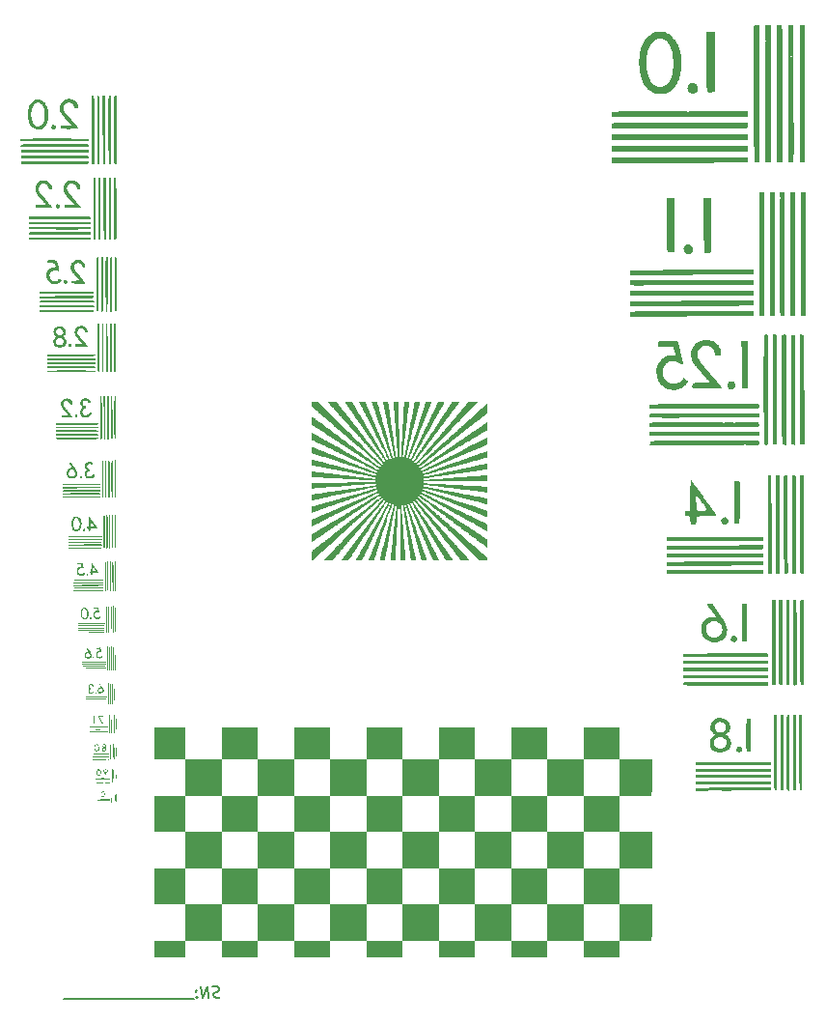
<source format=gbo>
G04 #@! TF.GenerationSoftware,KiCad,Pcbnew,(6.0.7-1)-1*
G04 #@! TF.CreationDate,2023-04-16T23:23:24-04:00*
G04 #@! TF.ProjectId,camm-brd,63616d6d-2d62-4726-942e-6b696361645f,rev?*
G04 #@! TF.SameCoordinates,Original*
G04 #@! TF.FileFunction,Legend,Bot*
G04 #@! TF.FilePolarity,Positive*
%FSLAX46Y46*%
G04 Gerber Fmt 4.6, Leading zero omitted, Abs format (unit mm)*
G04 Created by KiCad (PCBNEW (6.0.7-1)-1) date 2023-04-16 23:23:24*
%MOMM*%
%LPD*%
G01*
G04 APERTURE LIST*
%ADD10C,0.150000*%
%ADD11C,4.400000*%
%ADD12C,2.600000*%
%ADD13C,6.400000*%
%ADD14C,3.600000*%
G04 APERTURE END LIST*
D10*
X138549625Y-142136761D02*
X138412720Y-142184380D01*
X138174625Y-142184380D01*
X138073434Y-142136761D01*
X138019863Y-142089142D01*
X137960339Y-141993904D01*
X137948434Y-141898666D01*
X137984148Y-141803428D01*
X138025815Y-141755809D01*
X138115101Y-141708190D01*
X138299625Y-141660571D01*
X138388910Y-141612952D01*
X138430577Y-141565333D01*
X138466291Y-141470095D01*
X138454386Y-141374857D01*
X138394863Y-141279619D01*
X138341291Y-141232000D01*
X138240101Y-141184380D01*
X138002005Y-141184380D01*
X137865101Y-141232000D01*
X137555577Y-142184380D02*
X137430577Y-141184380D01*
X136984148Y-142184380D01*
X136859148Y-141184380D01*
X136496053Y-142089142D02*
X136454386Y-142136761D01*
X136507958Y-142184380D01*
X136549625Y-142136761D01*
X136496053Y-142089142D01*
X136507958Y-142184380D01*
X136430577Y-141565333D02*
X136388910Y-141612952D01*
X136442482Y-141660571D01*
X136484148Y-141612952D01*
X136430577Y-141565333D01*
X136442482Y-141660571D01*
X136281767Y-142279619D02*
X135519863Y-142279619D01*
X135519863Y-142279619D02*
X134757958Y-142279619D01*
X134757958Y-142279619D02*
X133996053Y-142279619D01*
X133996053Y-142279619D02*
X133234148Y-142279619D01*
X133234148Y-142279619D02*
X132472244Y-142279619D01*
X132472244Y-142279619D02*
X131710339Y-142279619D01*
X131710339Y-142279619D02*
X130948434Y-142279619D01*
X130948434Y-142279619D02*
X130186529Y-142279619D01*
X130186529Y-142279619D02*
X129424625Y-142279619D01*
X129424625Y-142279619D02*
X128662720Y-142279619D01*
X128662720Y-142279619D02*
X127900815Y-142279619D01*
X127900815Y-142279619D02*
X127138910Y-142279619D01*
X127138910Y-142279619D02*
X126377005Y-142279619D01*
X126377005Y-142279619D02*
X125615101Y-142279619D01*
X125615101Y-142279619D02*
X124853196Y-142279619D01*
G36*
X128405563Y-63158719D02*
G01*
X128454319Y-63164994D01*
X128477913Y-63172856D01*
X128478618Y-63184920D01*
X128479592Y-63235995D01*
X128480567Y-63324326D01*
X128481537Y-63446970D01*
X128482498Y-63600986D01*
X128483442Y-63783432D01*
X128484366Y-63991367D01*
X128485264Y-64221847D01*
X128486131Y-64471933D01*
X128486960Y-64738682D01*
X128487747Y-65019152D01*
X128488487Y-65310401D01*
X128489174Y-65609488D01*
X128489803Y-65913471D01*
X128490368Y-66219408D01*
X128490864Y-66524358D01*
X128491286Y-66825378D01*
X128491628Y-67119527D01*
X128491886Y-67403863D01*
X128492053Y-67675444D01*
X128492125Y-67931329D01*
X128492095Y-68168575D01*
X128491959Y-68384242D01*
X128491712Y-68575386D01*
X128491347Y-68739067D01*
X128490860Y-68872343D01*
X128490246Y-68972272D01*
X128489498Y-69035911D01*
X128488612Y-69060320D01*
X128472793Y-69091374D01*
X128428630Y-69118861D01*
X128389488Y-69125706D01*
X128325414Y-69130038D01*
X128287551Y-69117327D01*
X128266431Y-69085634D01*
X128264990Y-69072886D01*
X128262814Y-69019951D01*
X128260687Y-68928752D01*
X128258628Y-68801748D01*
X128256654Y-68641400D01*
X128254780Y-68450167D01*
X128253026Y-68230511D01*
X128251408Y-67984890D01*
X128249943Y-67715764D01*
X128248649Y-67425594D01*
X128247542Y-67116840D01*
X128246641Y-66791962D01*
X128245961Y-66453419D01*
X128245522Y-66103672D01*
X128242923Y-63169872D01*
X128287059Y-63158330D01*
X128301245Y-63156154D01*
X128348815Y-63155337D01*
X128405563Y-63158719D01*
G37*
G36*
X126000070Y-67380708D02*
G01*
X126215776Y-67381196D01*
X126400496Y-67382057D01*
X126555875Y-67383300D01*
X126683561Y-67384932D01*
X126785198Y-67386961D01*
X126862432Y-67389396D01*
X126916909Y-67392243D01*
X126950274Y-67395511D01*
X126964175Y-67399208D01*
X126980091Y-67424809D01*
X126991908Y-67477570D01*
X126994057Y-67537937D01*
X126986242Y-67589711D01*
X126968165Y-67616690D01*
X126955792Y-67617562D01*
X126903768Y-67618796D01*
X126813534Y-67620002D01*
X126687522Y-67621171D01*
X126528162Y-67622291D01*
X126337884Y-67623354D01*
X126119119Y-67624351D01*
X125874296Y-67625270D01*
X125605846Y-67626102D01*
X125316199Y-67626839D01*
X125007785Y-67627469D01*
X124683036Y-67627983D01*
X124344380Y-67628371D01*
X123994248Y-67628624D01*
X121046790Y-67630136D01*
X121046790Y-67525965D01*
X121048002Y-67490280D01*
X121055515Y-67435926D01*
X121067618Y-67408921D01*
X121077859Y-67407897D01*
X121127042Y-67406218D01*
X121214560Y-67404453D01*
X121337979Y-67402621D01*
X121494864Y-67400742D01*
X121682780Y-67398837D01*
X121899292Y-67396924D01*
X122141967Y-67395023D01*
X122408370Y-67393155D01*
X122696065Y-67391339D01*
X123002619Y-67389595D01*
X123325597Y-67387943D01*
X123662564Y-67386402D01*
X124011086Y-67384993D01*
X124399152Y-67383590D01*
X124794473Y-67382330D01*
X125150580Y-67381404D01*
X125469118Y-67380820D01*
X125751733Y-67380585D01*
X126000070Y-67380708D01*
G37*
G36*
X125323600Y-68884800D02*
G01*
X125597623Y-68885434D01*
X126984040Y-68890378D01*
X126990985Y-68951144D01*
X126991041Y-68951637D01*
X126990804Y-69039389D01*
X126965784Y-69093991D01*
X126915197Y-69117160D01*
X126904387Y-69117662D01*
X126853574Y-69118515D01*
X126764328Y-69119325D01*
X126639138Y-69120088D01*
X126480488Y-69120798D01*
X126290865Y-69121448D01*
X126072756Y-69122034D01*
X125828646Y-69122550D01*
X125561022Y-69122989D01*
X125272370Y-69123347D01*
X124965176Y-69123619D01*
X124641927Y-69123797D01*
X124305108Y-69123877D01*
X123957207Y-69123853D01*
X121057373Y-69123212D01*
X121057373Y-68911545D01*
X122634290Y-68896017D01*
X122938162Y-68893324D01*
X123269174Y-68890931D01*
X123617686Y-68888878D01*
X123975151Y-68887198D01*
X124333022Y-68885919D01*
X124682752Y-68885072D01*
X125015794Y-68884689D01*
X125323600Y-68884800D01*
G37*
G36*
X127897338Y-63165959D02*
G01*
X127951387Y-63173038D01*
X127977915Y-63184411D01*
X127978928Y-63196341D01*
X127980329Y-63247714D01*
X127981671Y-63337297D01*
X127982944Y-63462669D01*
X127984138Y-63621408D01*
X127985245Y-63811089D01*
X127986253Y-64029292D01*
X127987154Y-64273592D01*
X127987937Y-64541567D01*
X127988594Y-64830795D01*
X127989114Y-65138853D01*
X127989487Y-65463319D01*
X127989705Y-65801769D01*
X127989757Y-66151780D01*
X127989642Y-66571018D01*
X127989359Y-66964968D01*
X127988895Y-67319776D01*
X127988237Y-67637065D01*
X127987369Y-67918458D01*
X127986280Y-68165578D01*
X127984953Y-68380049D01*
X127983376Y-68563493D01*
X127981534Y-68717533D01*
X127979413Y-68843793D01*
X127976999Y-68943896D01*
X127974278Y-69019465D01*
X127971237Y-69072122D01*
X127967860Y-69103492D01*
X127964135Y-69115196D01*
X127921017Y-69128358D01*
X127861097Y-69126108D01*
X127806696Y-69108870D01*
X127775814Y-69080007D01*
X127774520Y-69067446D01*
X127772608Y-69014898D01*
X127770751Y-68924096D01*
X127768963Y-68797494D01*
X127767260Y-68637541D01*
X127765655Y-68446689D01*
X127764163Y-68227390D01*
X127762799Y-67982095D01*
X127761577Y-67713254D01*
X127760512Y-67423320D01*
X127759618Y-67114743D01*
X127758910Y-66789975D01*
X127758403Y-66451467D01*
X127758111Y-66101670D01*
X127756623Y-63164795D01*
X127861208Y-63164795D01*
X127897338Y-63165959D01*
G37*
G36*
X123173110Y-66894241D02*
G01*
X123588813Y-66894632D01*
X124045913Y-66895345D01*
X126984040Y-66900712D01*
X126984040Y-67112378D01*
X125978623Y-67122962D01*
X125886370Y-67123900D01*
X125640884Y-67126124D01*
X125378176Y-67128156D01*
X125101224Y-67129992D01*
X124813004Y-67131630D01*
X124516496Y-67133068D01*
X124214676Y-67134303D01*
X123910523Y-67135333D01*
X123607014Y-67136156D01*
X123307126Y-67136769D01*
X123013839Y-67137170D01*
X122730129Y-67137356D01*
X122458974Y-67137325D01*
X122203352Y-67137075D01*
X121966240Y-67136604D01*
X121750617Y-67135908D01*
X121559460Y-67134986D01*
X121395747Y-67133835D01*
X121262456Y-67132452D01*
X121162564Y-67130836D01*
X121099050Y-67128984D01*
X121074890Y-67126893D01*
X121069195Y-67121143D01*
X121051448Y-67082300D01*
X121037208Y-67024016D01*
X121030715Y-66967106D01*
X121038623Y-66933861D01*
X121065113Y-66912817D01*
X121087150Y-66909307D01*
X121140324Y-66906166D01*
X121225542Y-66903403D01*
X121343739Y-66901012D01*
X121495852Y-66898988D01*
X121682814Y-66897326D01*
X121905561Y-66896019D01*
X122165030Y-66895063D01*
X122462153Y-66894451D01*
X122797868Y-66894179D01*
X123173110Y-66894241D01*
G37*
G36*
X126413685Y-67881753D02*
G01*
X126586573Y-67882027D01*
X126729948Y-67882451D01*
X126840859Y-67883033D01*
X126916355Y-67883781D01*
X126996836Y-67884962D01*
X126990438Y-67995970D01*
X126986752Y-68046502D01*
X126977742Y-68088447D01*
X126958165Y-68108260D01*
X126921362Y-68117678D01*
X126910253Y-68118412D01*
X126858909Y-68119671D01*
X126769140Y-68120880D01*
X126643437Y-68122031D01*
X126484290Y-68123116D01*
X126294191Y-68124124D01*
X126075631Y-68125048D01*
X125831100Y-68125877D01*
X125563089Y-68126604D01*
X125274090Y-68127219D01*
X124966594Y-68127713D01*
X124643091Y-68128076D01*
X124306072Y-68128301D01*
X123958029Y-68128378D01*
X121057373Y-68128378D01*
X121051068Y-68019907D01*
X121049771Y-67965731D01*
X121057036Y-67919421D01*
X121076574Y-67899228D01*
X121079930Y-67898886D01*
X121117026Y-67897865D01*
X121192492Y-67896815D01*
X121303376Y-67895743D01*
X121446726Y-67894657D01*
X121619592Y-67893564D01*
X121819022Y-67892474D01*
X122042065Y-67891393D01*
X122285768Y-67890329D01*
X122547181Y-67889290D01*
X122823352Y-67888284D01*
X123111330Y-67887319D01*
X123408163Y-67886402D01*
X123710901Y-67885542D01*
X124016591Y-67884746D01*
X124322282Y-67884021D01*
X124625023Y-67883377D01*
X124921862Y-67882820D01*
X125209849Y-67882358D01*
X125486031Y-67881999D01*
X125747456Y-67881752D01*
X125991175Y-67881623D01*
X126214235Y-67881621D01*
X126413685Y-67881753D01*
G37*
G36*
X123986955Y-65674039D02*
G01*
X124068332Y-65723795D01*
X124081106Y-65735306D01*
X124117377Y-65776559D01*
X124133474Y-65822274D01*
X124137123Y-65891254D01*
X124137070Y-65903029D01*
X124132207Y-65967462D01*
X124114941Y-66008893D01*
X124078915Y-66044007D01*
X124044582Y-66066929D01*
X123992752Y-66082037D01*
X123920041Y-66080388D01*
X123841536Y-66064951D01*
X123776651Y-66025354D01*
X123744025Y-65959785D01*
X123740785Y-65864790D01*
X123745404Y-65832685D01*
X123778904Y-65745526D01*
X123835094Y-65687981D01*
X123906827Y-65663126D01*
X123986955Y-65674039D01*
G37*
G36*
X123482862Y-64856147D02*
G01*
X123476799Y-64972056D01*
X123467498Y-65083247D01*
X123455703Y-65177185D01*
X123442154Y-65241336D01*
X123428694Y-65286668D01*
X123406939Y-65364856D01*
X123384829Y-65448456D01*
X123365885Y-65516081D01*
X123345965Y-65575545D01*
X123331186Y-65607206D01*
X123278296Y-65673761D01*
X123235917Y-65730298D01*
X123210706Y-65769680D01*
X123197000Y-65800045D01*
X123178227Y-65826418D01*
X123131935Y-65871349D01*
X123068821Y-65924303D01*
X122998934Y-65977327D01*
X122932320Y-66022466D01*
X122879025Y-66051768D01*
X122871713Y-66054704D01*
X122816947Y-66071348D01*
X122750707Y-66086160D01*
X122589742Y-66103973D01*
X122417921Y-66091285D01*
X122261497Y-66041340D01*
X122118040Y-65952965D01*
X121985120Y-65824986D01*
X121860306Y-65656230D01*
X121848309Y-65636095D01*
X121820075Y-65573905D01*
X121808790Y-65523938D01*
X121804326Y-65490063D01*
X121790428Y-65471962D01*
X121787229Y-65470915D01*
X121772211Y-65445157D01*
X121753301Y-65383391D01*
X121729958Y-65283627D01*
X121701647Y-65143878D01*
X121699592Y-65132663D01*
X121687172Y-65030726D01*
X121679666Y-64903850D01*
X121676945Y-64763214D01*
X121677349Y-64733419D01*
X121969932Y-64733419D01*
X121978771Y-64959898D01*
X121983332Y-65006240D01*
X122018163Y-65213287D01*
X122073418Y-65395625D01*
X122147320Y-65549385D01*
X122238094Y-65670700D01*
X122343966Y-65755700D01*
X122387292Y-65776959D01*
X122484100Y-65806767D01*
X122583262Y-65819463D01*
X122666040Y-65811785D01*
X122669082Y-65810912D01*
X122741644Y-65779222D01*
X122825070Y-65728209D01*
X122902566Y-65669285D01*
X122957339Y-65613862D01*
X122964317Y-65604353D01*
X123008272Y-65534455D01*
X123045553Y-65461378D01*
X123053758Y-65442675D01*
X123081140Y-65382357D01*
X123101607Y-65340164D01*
X123108602Y-65320164D01*
X123120590Y-65257916D01*
X123131891Y-65168922D01*
X123141764Y-65063034D01*
X123149468Y-64950108D01*
X123154263Y-64839995D01*
X123155407Y-64742551D01*
X123152161Y-64667628D01*
X123136499Y-64531962D01*
X123115940Y-64400223D01*
X123092281Y-64281363D01*
X123067169Y-64182709D01*
X123042247Y-64111590D01*
X123019163Y-64075334D01*
X123010660Y-64065246D01*
X122985172Y-64025701D01*
X122952801Y-63969128D01*
X122923392Y-63918875D01*
X122869812Y-63851462D01*
X122802908Y-63802702D01*
X122708373Y-63760374D01*
X122687718Y-63753247D01*
X122598391Y-63735406D01*
X122507222Y-63733576D01*
X122428127Y-63747126D01*
X122375022Y-63775430D01*
X122358843Y-63787005D01*
X122312557Y-63799795D01*
X122291837Y-63804935D01*
X122274457Y-63831545D01*
X122272245Y-63846128D01*
X122254790Y-63863295D01*
X122238404Y-63874312D01*
X122205112Y-63913119D01*
X122164411Y-63969991D01*
X122123685Y-64034478D01*
X122090315Y-64096128D01*
X122067183Y-64149143D01*
X122015222Y-64319651D01*
X121982443Y-64517206D01*
X121969932Y-64733419D01*
X121677349Y-64733419D01*
X121678885Y-64619996D01*
X121685356Y-64485374D01*
X121696233Y-64370525D01*
X121711388Y-64286628D01*
X121730040Y-64216543D01*
X121750418Y-64139668D01*
X121764673Y-64085545D01*
X121765764Y-64081472D01*
X121803959Y-63982938D01*
X121863810Y-63873533D01*
X121935451Y-63769370D01*
X122009014Y-63686557D01*
X122068813Y-63636061D01*
X122171406Y-63564544D01*
X122278838Y-63503229D01*
X122374230Y-63462474D01*
X122464740Y-63445800D01*
X122576140Y-63444665D01*
X122694519Y-63457605D01*
X122807655Y-63482602D01*
X122903327Y-63517639D01*
X122969316Y-63560699D01*
X122989689Y-63578175D01*
X123036978Y-63609574D01*
X123060550Y-63626579D01*
X123112802Y-63680785D01*
X123173647Y-63758307D01*
X123236515Y-63849905D01*
X123294831Y-63946341D01*
X123342024Y-64038376D01*
X123370153Y-64107789D01*
X123410721Y-64236703D01*
X123437641Y-64360712D01*
X123438931Y-64369095D01*
X123453728Y-64465013D01*
X123467917Y-64556678D01*
X123478591Y-64625295D01*
X123482316Y-64660313D01*
X123484784Y-64742551D01*
X123484949Y-64748055D01*
X123482862Y-64856147D01*
G37*
G36*
X129435372Y-63163631D02*
G01*
X129467191Y-63174974D01*
X129468197Y-63185623D01*
X129469680Y-63234899D01*
X129471159Y-63321565D01*
X129472629Y-63442680D01*
X129474080Y-63595302D01*
X129475504Y-63776489D01*
X129476895Y-63983301D01*
X129478244Y-64212794D01*
X129479543Y-64462029D01*
X129480784Y-64728063D01*
X129481960Y-65007955D01*
X129483062Y-65298764D01*
X129484083Y-65597547D01*
X129485015Y-65901363D01*
X129485850Y-66207270D01*
X129486579Y-66512328D01*
X129487197Y-66813594D01*
X129487693Y-67108128D01*
X129488061Y-67392986D01*
X129488293Y-67665229D01*
X129488380Y-67921914D01*
X129488315Y-68160099D01*
X129488090Y-68376844D01*
X129487698Y-68569207D01*
X129487129Y-68734245D01*
X129486377Y-68869018D01*
X129485434Y-68970585D01*
X129484291Y-69036002D01*
X129482941Y-69062330D01*
X129481403Y-69068222D01*
X129467191Y-69098389D01*
X129438222Y-69109777D01*
X129380960Y-69108519D01*
X129340770Y-69103815D01*
X129294255Y-69085922D01*
X129265942Y-69049128D01*
X129263868Y-69039284D01*
X129260081Y-68989952D01*
X129256572Y-68903121D01*
X129253340Y-68781747D01*
X129250387Y-68628789D01*
X129247712Y-68447201D01*
X129245317Y-68239942D01*
X129243202Y-68009967D01*
X129241368Y-67760234D01*
X129239816Y-67493699D01*
X129238545Y-67213318D01*
X129237558Y-66922050D01*
X129236853Y-66622849D01*
X129236433Y-66318673D01*
X129236298Y-66012479D01*
X129236448Y-65707224D01*
X129236884Y-65405863D01*
X129237606Y-65111355D01*
X129238616Y-64826654D01*
X129239914Y-64554719D01*
X129241500Y-64298506D01*
X129243376Y-64060972D01*
X129245542Y-63845073D01*
X129247998Y-63653766D01*
X129250745Y-63490007D01*
X129253784Y-63356754D01*
X129257115Y-63256964D01*
X129260740Y-63193592D01*
X129264658Y-63169596D01*
X129275194Y-63164585D01*
X129320623Y-63157939D01*
X129380266Y-63157787D01*
X129435372Y-63163631D01*
G37*
G36*
X126642687Y-68387678D02*
G01*
X126779043Y-68387986D01*
X126880362Y-68388463D01*
X126944214Y-68389111D01*
X126968165Y-68389934D01*
X126972787Y-68393689D01*
X126984505Y-68427262D01*
X126992791Y-68482662D01*
X126996517Y-68544661D01*
X126994554Y-68598036D01*
X126985775Y-68627559D01*
X126974907Y-68628290D01*
X126925027Y-68629308D01*
X126836906Y-68630282D01*
X126712958Y-68631205D01*
X126555595Y-68632069D01*
X126367230Y-68632868D01*
X126150275Y-68633594D01*
X125907145Y-68634242D01*
X125640251Y-68634803D01*
X125352006Y-68635271D01*
X125044824Y-68635640D01*
X124721116Y-68635901D01*
X124383297Y-68636048D01*
X124033779Y-68636074D01*
X123833232Y-68636033D01*
X123400689Y-68635779D01*
X123008876Y-68635299D01*
X122656674Y-68634583D01*
X122342967Y-68633622D01*
X122066635Y-68632408D01*
X121826562Y-68630931D01*
X121621628Y-68629182D01*
X121450716Y-68627153D01*
X121312708Y-68624835D01*
X121206485Y-68622218D01*
X121130931Y-68619295D01*
X121084926Y-68616056D01*
X121067353Y-68612491D01*
X121061707Y-68603631D01*
X121051595Y-68558470D01*
X121050724Y-68496379D01*
X121057373Y-68403545D01*
X123999540Y-68392962D01*
X124240251Y-68392121D01*
X124582465Y-68391016D01*
X124911535Y-68390058D01*
X125225029Y-68389250D01*
X125520515Y-68388594D01*
X125795561Y-68388092D01*
X126047734Y-68387747D01*
X126274600Y-68387561D01*
X126473729Y-68387537D01*
X126642687Y-68387678D01*
G37*
G36*
X128984290Y-66124600D02*
G01*
X128984244Y-66382720D01*
X128984038Y-66724998D01*
X128983675Y-67053857D01*
X128983165Y-67366887D01*
X128982518Y-67661680D01*
X128981745Y-67935826D01*
X128980853Y-68186914D01*
X128979855Y-68412536D01*
X128978759Y-68610283D01*
X128977575Y-68777743D01*
X128976313Y-68912508D01*
X128974983Y-69012169D01*
X128973594Y-69074316D01*
X128972158Y-69096538D01*
X128963659Y-69100040D01*
X128922143Y-69104475D01*
X128861033Y-69104210D01*
X128762040Y-69099749D01*
X128751108Y-66698480D01*
X128751038Y-66683037D01*
X128749656Y-66354499D01*
X128748485Y-66029087D01*
X128747529Y-65710364D01*
X128746790Y-65401896D01*
X128746270Y-65107245D01*
X128745972Y-64829977D01*
X128745899Y-64573656D01*
X128746053Y-64341846D01*
X128746437Y-64138111D01*
X128747053Y-63966016D01*
X128747903Y-63829126D01*
X128748991Y-63731003D01*
X128757806Y-63164795D01*
X128984290Y-63164795D01*
X128984290Y-66124600D01*
G37*
G36*
X125352754Y-63424418D02*
G01*
X125486648Y-63446817D01*
X125619431Y-63482739D01*
X125730582Y-63527374D01*
X125791636Y-63563989D01*
X125902837Y-63663488D01*
X125994530Y-63790488D01*
X126060908Y-63936032D01*
X126096161Y-64091162D01*
X126101884Y-64149489D01*
X126099494Y-64202792D01*
X126078179Y-64232998D01*
X126030178Y-64248898D01*
X125947731Y-64259280D01*
X125883776Y-64264636D01*
X125843463Y-64260360D01*
X125816916Y-64240475D01*
X125789604Y-64199486D01*
X125783150Y-64188443D01*
X125756536Y-64130880D01*
X125745521Y-64085545D01*
X125730764Y-64024226D01*
X125688898Y-63948061D01*
X125628761Y-63873732D01*
X125559231Y-63814173D01*
X125525592Y-63793080D01*
X125468170Y-63767073D01*
X125400109Y-63751873D01*
X125305583Y-63743041D01*
X125257030Y-63740219D01*
X125187786Y-63739347D01*
X125136778Y-63747307D01*
X125088270Y-63767498D01*
X125026523Y-63803319D01*
X124931374Y-63873554D01*
X124858487Y-63964425D01*
X124818074Y-64074933D01*
X124806113Y-64212545D01*
X124806524Y-64236544D01*
X124813231Y-64313856D01*
X124830997Y-64384997D01*
X124863599Y-64457190D01*
X124914807Y-64537655D01*
X124988398Y-64633616D01*
X125088144Y-64752295D01*
X125117066Y-64786071D01*
X125167912Y-64845816D01*
X125222798Y-64910592D01*
X125266821Y-64962109D01*
X125317898Y-65020581D01*
X125354207Y-65060668D01*
X125374094Y-65082709D01*
X125420241Y-65137179D01*
X125469902Y-65198704D01*
X125494043Y-65228794D01*
X125559549Y-65306781D01*
X125621629Y-65376712D01*
X125648631Y-65406425D01*
X125704789Y-65470936D01*
X125748876Y-65524878D01*
X125772877Y-65554726D01*
X125825946Y-65616830D01*
X125882899Y-65680121D01*
X125919618Y-65720902D01*
X125963542Y-65773234D01*
X125989207Y-65808446D01*
X125997013Y-65820966D01*
X126029796Y-65868039D01*
X126071534Y-65923654D01*
X126090411Y-65949789D01*
X126114684Y-65993544D01*
X126117457Y-66017579D01*
X126092449Y-66022940D01*
X126032004Y-66028646D01*
X125943023Y-66034258D01*
X125832405Y-66039342D01*
X125707047Y-66043462D01*
X125684078Y-66044058D01*
X125511149Y-66047456D01*
X125337400Y-66049119D01*
X125168225Y-66049154D01*
X125009017Y-66047664D01*
X124865168Y-66044754D01*
X124742071Y-66040529D01*
X124645119Y-66035095D01*
X124579705Y-66028554D01*
X124551222Y-66021013D01*
X124549656Y-66019308D01*
X124536404Y-65981278D01*
X124531805Y-65920909D01*
X124535134Y-65854272D01*
X124545669Y-65797435D01*
X124562685Y-65766470D01*
X124563945Y-65765827D01*
X124597588Y-65760095D01*
X124665796Y-65755092D01*
X124761555Y-65751118D01*
X124877847Y-65748471D01*
X125007657Y-65747452D01*
X125044553Y-65747401D01*
X125182496Y-65746568D01*
X125284909Y-65744437D01*
X125357327Y-65740599D01*
X125405286Y-65734647D01*
X125434322Y-65726169D01*
X125449972Y-65714758D01*
X125461404Y-65696905D01*
X125461064Y-65676566D01*
X125444131Y-65647250D01*
X125406390Y-65601747D01*
X125343623Y-65532843D01*
X125322958Y-65509806D01*
X125278731Y-65459639D01*
X125219772Y-65392278D01*
X125153123Y-65315750D01*
X125106664Y-65262785D01*
X125011343Y-65156104D01*
X124910787Y-65045522D01*
X124820300Y-64947951D01*
X124734742Y-64852199D01*
X124634735Y-64720252D01*
X124556180Y-64586409D01*
X124547116Y-64568615D01*
X124508421Y-64489728D01*
X124484587Y-64429115D01*
X124472054Y-64371624D01*
X124467262Y-64302105D01*
X124466649Y-64205409D01*
X124466852Y-64171508D01*
X124469972Y-64077020D01*
X124478729Y-64006388D01*
X124495592Y-63945344D01*
X124523031Y-63879619D01*
X124550935Y-63825756D01*
X124650945Y-63691489D01*
X124780180Y-63579172D01*
X124931270Y-63493348D01*
X125096847Y-63438563D01*
X125269540Y-63419359D01*
X125352754Y-63424418D01*
G37*
G36*
X127487336Y-63604003D02*
G01*
X127487578Y-63612805D01*
X127489443Y-63703201D01*
X127491196Y-63827684D01*
X127492835Y-63983196D01*
X127494355Y-64166681D01*
X127495755Y-64375082D01*
X127497032Y-64605343D01*
X127498182Y-64854406D01*
X127499204Y-65119214D01*
X127500094Y-65396712D01*
X127500849Y-65683842D01*
X127501468Y-65977547D01*
X127501946Y-66274771D01*
X127502281Y-66572457D01*
X127502471Y-66867548D01*
X127502512Y-67156987D01*
X127502401Y-67437718D01*
X127502137Y-67706684D01*
X127501716Y-67960827D01*
X127501135Y-68197092D01*
X127500392Y-68412422D01*
X127499483Y-68603759D01*
X127498406Y-68768047D01*
X127497159Y-68902229D01*
X127495737Y-69003248D01*
X127494139Y-69068049D01*
X127492362Y-69093572D01*
X127462961Y-69118564D01*
X127409944Y-69129063D01*
X127349872Y-69124138D01*
X127299258Y-69102984D01*
X127296696Y-69100963D01*
X127291233Y-69094793D01*
X127286327Y-69084754D01*
X127281950Y-69068710D01*
X127278069Y-69044524D01*
X127274657Y-69010058D01*
X127271682Y-68963177D01*
X127269114Y-68901742D01*
X127266924Y-68823617D01*
X127265081Y-68726665D01*
X127263555Y-68608749D01*
X127262317Y-68467732D01*
X127261335Y-68301477D01*
X127260581Y-68107848D01*
X127260023Y-67884707D01*
X127259633Y-67629917D01*
X127259379Y-67341342D01*
X127259232Y-67016844D01*
X127259162Y-66654287D01*
X127259138Y-66251533D01*
X127259142Y-66131214D01*
X127259224Y-65789699D01*
X127259407Y-65459199D01*
X127259686Y-65142323D01*
X127260053Y-64841681D01*
X127260503Y-64559884D01*
X127261029Y-64299541D01*
X127261625Y-64063262D01*
X127262284Y-63853657D01*
X127263000Y-63673335D01*
X127263767Y-63524908D01*
X127264579Y-63410984D01*
X127265428Y-63334174D01*
X127266310Y-63297087D01*
X127273550Y-63164795D01*
X127474777Y-63164795D01*
X127487336Y-63604003D01*
G37*
G36*
X151409399Y-129270125D02*
G01*
X151409399Y-130862917D01*
X152959858Y-130858092D01*
X153195767Y-130857353D01*
X153436846Y-130856588D01*
X153662444Y-130855860D01*
X153869203Y-130855183D01*
X154053767Y-130854567D01*
X154212780Y-130854023D01*
X154342885Y-130853564D01*
X154440726Y-130853199D01*
X154502947Y-130852941D01*
X154526192Y-130852800D01*
X154526353Y-130852715D01*
X154528897Y-130829500D01*
X154531312Y-130767430D01*
X154533565Y-130669775D01*
X154535624Y-130539811D01*
X154537456Y-130380811D01*
X154539029Y-130196047D01*
X154540309Y-129988794D01*
X154541263Y-129762325D01*
X154541860Y-129519914D01*
X154542067Y-129264834D01*
X154542067Y-127677334D01*
X157759132Y-127677334D01*
X157764558Y-129266601D01*
X157769983Y-130855868D01*
X159316079Y-130853266D01*
X159548325Y-130853045D01*
X159789174Y-130853189D01*
X160014558Y-130853708D01*
X160221119Y-130854576D01*
X160405498Y-130855765D01*
X160564338Y-130857250D01*
X160694278Y-130859003D01*
X160791961Y-130860999D01*
X160854028Y-130863210D01*
X160877121Y-130865610D01*
X160877138Y-130865628D01*
X160879552Y-130888986D01*
X160881844Y-130951325D01*
X160883984Y-131049317D01*
X160885941Y-131179633D01*
X160887682Y-131338946D01*
X160889177Y-131523925D01*
X160890394Y-131731244D01*
X160891302Y-131957572D01*
X160891870Y-132199582D01*
X160892067Y-132453945D01*
X160892067Y-134027334D01*
X157759400Y-134027334D01*
X157759400Y-130852517D01*
X156150733Y-130853547D01*
X154542067Y-130854577D01*
X154542067Y-134027334D01*
X151409400Y-134027334D01*
X151409400Y-132430450D01*
X151409350Y-132136674D01*
X151409166Y-131882231D01*
X151408780Y-131664299D01*
X151408127Y-131480056D01*
X151407141Y-131326681D01*
X151405756Y-131201351D01*
X151403905Y-131101244D01*
X151401522Y-131023539D01*
X151398542Y-130965413D01*
X151394897Y-130924045D01*
X151390523Y-130896614D01*
X151385352Y-130880296D01*
X151379319Y-130872270D01*
X151372358Y-130869714D01*
X151363244Y-130868856D01*
X151341816Y-130867336D01*
X151313065Y-130865995D01*
X151274071Y-130864810D01*
X151221919Y-130863759D01*
X151153691Y-130862818D01*
X151066469Y-130861965D01*
X150957336Y-130861177D01*
X150823374Y-130860432D01*
X150661666Y-130859707D01*
X150469294Y-130858979D01*
X150243342Y-130858225D01*
X149980891Y-130857424D01*
X149679025Y-130856552D01*
X148192067Y-130852334D01*
X148192067Y-127677334D01*
X151409400Y-127677334D01*
X151409399Y-129270125D01*
G37*
G36*
X164109400Y-130865266D02*
G01*
X163987692Y-130862169D01*
X163965418Y-130861810D01*
X163898585Y-130861201D01*
X163795622Y-130860540D01*
X163660286Y-130859842D01*
X163496339Y-130859120D01*
X163307541Y-130858391D01*
X163097650Y-130857670D01*
X162870427Y-130856971D01*
X162629632Y-130856311D01*
X162379025Y-130855703D01*
X160892067Y-130852334D01*
X160892067Y-127677334D01*
X164109400Y-127677334D01*
X164109400Y-130865266D01*
G37*
G36*
X127847718Y-104844610D02*
G01*
X127877587Y-104895593D01*
X127889002Y-104922256D01*
X127887592Y-104929613D01*
X127872547Y-104941531D01*
X127835531Y-104948853D01*
X127769768Y-104952541D01*
X127668483Y-104953556D01*
X127602016Y-104954129D01*
X127514918Y-104956756D01*
X127448858Y-104961027D01*
X127414483Y-104966404D01*
X127390548Y-104992848D01*
X127381002Y-105058126D01*
X127380844Y-105069682D01*
X127375816Y-105122710D01*
X127365919Y-105152083D01*
X127349731Y-105161788D01*
X127304628Y-105163009D01*
X127260406Y-105144407D01*
X127237484Y-105112306D01*
X127228967Y-105061673D01*
X127212957Y-105007216D01*
X127188296Y-104976137D01*
X127148296Y-104956772D01*
X127125275Y-104947115D01*
X127089968Y-104914460D01*
X127095790Y-104875318D01*
X127142877Y-104832825D01*
X127143415Y-104832482D01*
X127188947Y-104800125D01*
X127217203Y-104774128D01*
X127217663Y-104773402D01*
X127223644Y-104742289D01*
X127228328Y-104678392D01*
X127230170Y-104623208D01*
X127381002Y-104623208D01*
X127382133Y-104703500D01*
X127387129Y-104764774D01*
X127397439Y-104798815D01*
X127414483Y-104813708D01*
X127449383Y-104820981D01*
X127514560Y-104824554D01*
X127582031Y-104821699D01*
X127629710Y-104812538D01*
X127639457Y-104806709D01*
X127656168Y-104775046D01*
X127655815Y-104772440D01*
X127639708Y-104740761D01*
X127604792Y-104688785D01*
X127558232Y-104625687D01*
X127507192Y-104560641D01*
X127458838Y-104502821D01*
X127420333Y-104461401D01*
X127398844Y-104445556D01*
X127395711Y-104448319D01*
X127388194Y-104480913D01*
X127382963Y-104542469D01*
X127381002Y-104623208D01*
X127230170Y-104623208D01*
X127231257Y-104590622D01*
X127231970Y-104487890D01*
X127231539Y-104398927D01*
X127231235Y-104277448D01*
X127231785Y-104189642D01*
X127233552Y-104130048D01*
X127236897Y-104093203D01*
X127242182Y-104073647D01*
X127249770Y-104065919D01*
X127260021Y-104064556D01*
X127260748Y-104064576D01*
X127289877Y-104082164D01*
X127321657Y-104122765D01*
X127356971Y-104175739D01*
X127402582Y-104233890D01*
X127405829Y-104237643D01*
X127443090Y-104284218D01*
X127493318Y-104350837D01*
X127546600Y-104424390D01*
X127558729Y-104441454D01*
X127604205Y-104504641D01*
X127638724Y-104551373D01*
X127655599Y-104572556D01*
X127674925Y-104594104D01*
X127712997Y-104644055D01*
X127758861Y-104709010D01*
X127803206Y-104775046D01*
X127805955Y-104779139D01*
X127847718Y-104844610D01*
G37*
G36*
X126399452Y-104072475D02*
G01*
X126431563Y-104083085D01*
X126452528Y-104100879D01*
X126461453Y-104113766D01*
X126476250Y-104146467D01*
X126492826Y-104198674D01*
X126512679Y-104275915D01*
X126537307Y-104383716D01*
X126568209Y-104527604D01*
X126572324Y-104555912D01*
X126560679Y-104569874D01*
X126519534Y-104562624D01*
X126499837Y-104558131D01*
X126432064Y-104546297D01*
X126356637Y-104536534D01*
X126315146Y-104532876D01*
X126265952Y-104535892D01*
X126227940Y-104556913D01*
X126182012Y-104603234D01*
X126171217Y-104615194D01*
X126132503Y-104666847D01*
X126115288Y-104718326D01*
X126111671Y-104790692D01*
X126124877Y-104885501D01*
X126171995Y-104971651D01*
X126254709Y-105035836D01*
X126299307Y-105051748D01*
X126386648Y-105054402D01*
X126476081Y-105029583D01*
X126551722Y-104980261D01*
X126598200Y-104954285D01*
X126640422Y-104960158D01*
X126668402Y-104989972D01*
X126673585Y-105034431D01*
X126647418Y-105084240D01*
X126585060Y-105136697D01*
X126503384Y-105174274D01*
X126425702Y-105181464D01*
X126383014Y-105180287D01*
X126365002Y-105190055D01*
X126364022Y-105196921D01*
X126347645Y-105206280D01*
X126306145Y-105198450D01*
X126233139Y-105172585D01*
X126122528Y-105112867D01*
X126036057Y-105025149D01*
X125984673Y-104916281D01*
X125969884Y-104789559D01*
X125993198Y-104648279D01*
X126003823Y-104613601D01*
X126029998Y-104552048D01*
X126066813Y-104508378D01*
X126126620Y-104465692D01*
X126215635Y-104420929D01*
X126303381Y-104403223D01*
X126331410Y-104401942D01*
X126381195Y-104384833D01*
X126397563Y-104344484D01*
X126383160Y-104276692D01*
X126370438Y-104246999D01*
X126346430Y-104219381D01*
X126306305Y-104202266D01*
X126241324Y-104192373D01*
X126142752Y-104186421D01*
X126072372Y-104182162D01*
X126034303Y-104174051D01*
X126018737Y-104157536D01*
X126015752Y-104128056D01*
X126015808Y-104119692D01*
X126019033Y-104098052D01*
X126032987Y-104084475D01*
X126065567Y-104076661D01*
X126124671Y-104072312D01*
X126218196Y-104069129D01*
X126265651Y-104067907D01*
X126347160Y-104067824D01*
X126399452Y-104072475D01*
G37*
G36*
X126938035Y-105039043D02*
G01*
X126955186Y-105051484D01*
X126977427Y-105095809D01*
X126969159Y-105144433D01*
X126931210Y-105180237D01*
X126899798Y-105191204D01*
X126849786Y-105186622D01*
X126820411Y-105145083D01*
X126815694Y-105095283D01*
X126837990Y-105048983D01*
X126882037Y-105027292D01*
X126938035Y-105039043D01*
G37*
G36*
X127622866Y-105561483D02*
G01*
X127803262Y-105562062D01*
X127959950Y-105563045D01*
X128089204Y-105564408D01*
X128187300Y-105566128D01*
X128250514Y-105568181D01*
X128275120Y-105570545D01*
X128284601Y-105582275D01*
X128284334Y-105618170D01*
X128283942Y-105619087D01*
X128277352Y-105625976D01*
X128262530Y-105631844D01*
X128236375Y-105636772D01*
X128195787Y-105640838D01*
X128137666Y-105644125D01*
X128058913Y-105646712D01*
X127956426Y-105648680D01*
X127827107Y-105650110D01*
X127667855Y-105651082D01*
X127475569Y-105651677D01*
X127247151Y-105651975D01*
X126979499Y-105652056D01*
X126882531Y-105652054D01*
X126630712Y-105651997D01*
X126417012Y-105651784D01*
X126238304Y-105651313D01*
X126091460Y-105650483D01*
X125973352Y-105649191D01*
X125880852Y-105647337D01*
X125810833Y-105644817D01*
X125760168Y-105641531D01*
X125725727Y-105637378D01*
X125704385Y-105632254D01*
X125693013Y-105626059D01*
X125688483Y-105618690D01*
X125687668Y-105610047D01*
X125687705Y-105607496D01*
X125689298Y-105599185D01*
X125695561Y-105592108D01*
X125709632Y-105586150D01*
X125734650Y-105581193D01*
X125773753Y-105577121D01*
X125830080Y-105573818D01*
X125906769Y-105571166D01*
X126006960Y-105569050D01*
X126133791Y-105567353D01*
X126290401Y-105565958D01*
X126479927Y-105564749D01*
X126705509Y-105563609D01*
X126970286Y-105562422D01*
X126976677Y-105562394D01*
X127205849Y-105561625D01*
X127422487Y-105561329D01*
X127622866Y-105561483D01*
G37*
G36*
X126988550Y-105779378D02*
G01*
X127012312Y-105779397D01*
X127241884Y-105779866D01*
X127458339Y-105780807D01*
X127658026Y-105782170D01*
X127837292Y-105783909D01*
X127992485Y-105785976D01*
X128119953Y-105788322D01*
X128216044Y-105790899D01*
X128277106Y-105793661D01*
X128299487Y-105796558D01*
X128303002Y-105808472D01*
X128289434Y-105841681D01*
X128254100Y-105865841D01*
X128229634Y-105867435D01*
X128166424Y-105869183D01*
X128068324Y-105871007D01*
X127939095Y-105872863D01*
X127782498Y-105874706D01*
X127602293Y-105876494D01*
X127402242Y-105878181D01*
X127186104Y-105879723D01*
X126957642Y-105881076D01*
X125687668Y-105887845D01*
X125687668Y-105778466D01*
X126988550Y-105779378D01*
G37*
G36*
X126477961Y-83320086D02*
G01*
X126635041Y-83367679D01*
X126680052Y-83391911D01*
X126743285Y-83439326D01*
X126801090Y-83494852D01*
X126843259Y-83548388D01*
X126859583Y-83589835D01*
X126861828Y-83608810D01*
X126879445Y-83646226D01*
X126887454Y-83660554D01*
X126901842Y-83709344D01*
X126913653Y-83775434D01*
X126917370Y-83806602D01*
X126917531Y-83860744D01*
X126898879Y-83888772D01*
X126853761Y-83897108D01*
X126774521Y-83892174D01*
X126755979Y-83890130D01*
X126715465Y-83878680D01*
X126691362Y-83850135D01*
X126671074Y-83792336D01*
X126641120Y-83717768D01*
X126569047Y-83623218D01*
X126468696Y-83559427D01*
X126429027Y-83544414D01*
X126362347Y-83530999D01*
X126292712Y-83537647D01*
X126203146Y-83564695D01*
X126139300Y-83592323D01*
X126094029Y-83630651D01*
X126057430Y-83692261D01*
X126046380Y-83717229D01*
X126022455Y-83791402D01*
X126012917Y-83854734D01*
X126013986Y-83869990D01*
X126032225Y-83938996D01*
X126067474Y-84021340D01*
X126112455Y-84101679D01*
X126159894Y-84164672D01*
X126192047Y-84200870D01*
X126233242Y-84250528D01*
X126262373Y-84285952D01*
X126312212Y-84345319D01*
X126375683Y-84420239D01*
X126445787Y-84502418D01*
X126513924Y-84582333D01*
X126583575Y-84664657D01*
X126641817Y-84734138D01*
X126680545Y-84781155D01*
X126723649Y-84833390D01*
X126784297Y-84905086D01*
X126846290Y-84976959D01*
X126897512Y-85037832D01*
X126925680Y-85079299D01*
X126932383Y-85106739D01*
X126921749Y-85128443D01*
X126920751Y-85129605D01*
X126906595Y-85140114D01*
X126881994Y-85147723D01*
X126841639Y-85152663D01*
X126780217Y-85155162D01*
X126692420Y-85155452D01*
X126572937Y-85153761D01*
X126416459Y-85150320D01*
X126350551Y-85148743D01*
X126214946Y-85145519D01*
X126094697Y-85142690D01*
X125996547Y-85140413D01*
X125927235Y-85138844D01*
X125893503Y-85138140D01*
X125878945Y-85135837D01*
X125844421Y-85106006D01*
X125828436Y-85050077D01*
X125834892Y-84978668D01*
X125848173Y-84925751D01*
X126126336Y-84925427D01*
X126142080Y-84925398D01*
X126267796Y-84923890D01*
X126356543Y-84919267D01*
X126413138Y-84910281D01*
X126442398Y-84895687D01*
X126449138Y-84874237D01*
X126438176Y-84844683D01*
X126418972Y-84815144D01*
X126388366Y-84783782D01*
X126382733Y-84779379D01*
X126350554Y-84747470D01*
X126302180Y-84694613D01*
X126245750Y-84629604D01*
X126233165Y-84614790D01*
X126170515Y-84542047D01*
X126112797Y-84476455D01*
X126071125Y-84430673D01*
X126059415Y-84417939D01*
X126026246Y-84376911D01*
X126012917Y-84351827D01*
X126006608Y-84338163D01*
X125978284Y-84299791D01*
X125934905Y-84249669D01*
X125855561Y-84139672D01*
X125799190Y-83994993D01*
X125780101Y-83832793D01*
X125780322Y-83816628D01*
X125802963Y-83675272D01*
X125859363Y-83552991D01*
X125944671Y-83452424D01*
X126054037Y-83376211D01*
X126182608Y-83326991D01*
X126325533Y-83307403D01*
X126477961Y-83320086D01*
G37*
G36*
X125409418Y-84889405D02*
G01*
X125467875Y-84912882D01*
X125492657Y-84946088D01*
X125504652Y-85008112D01*
X125494199Y-85076099D01*
X125461759Y-85133426D01*
X125455293Y-85140006D01*
X125393156Y-85174811D01*
X125325122Y-85169862D01*
X125258173Y-85125431D01*
X125238226Y-85103863D01*
X125214533Y-85058809D01*
X125217087Y-85003723D01*
X125236656Y-84948760D01*
X125265831Y-84909876D01*
X125275167Y-84903861D01*
X125337595Y-84886285D01*
X125409418Y-84889405D01*
G37*
G36*
X125055723Y-84695041D02*
G01*
X125040614Y-84830434D01*
X124988076Y-84949730D01*
X124900603Y-85049871D01*
X124780688Y-85127799D01*
X124630823Y-85180456D01*
X124608735Y-85184858D01*
X124535709Y-85194030D01*
X124457167Y-85198633D01*
X124391188Y-85196680D01*
X124242380Y-85166372D01*
X124112517Y-85102911D01*
X124006438Y-85010081D01*
X123928984Y-84891664D01*
X123884997Y-84751444D01*
X123881775Y-84685877D01*
X124133716Y-84685877D01*
X124162518Y-84791201D01*
X124164826Y-84796178D01*
X124211051Y-84877234D01*
X124264924Y-84929180D01*
X124338943Y-84964282D01*
X124436833Y-84987568D01*
X124553765Y-84982637D01*
X124655946Y-84938811D01*
X124740798Y-84857332D01*
X124805746Y-84739441D01*
X124807512Y-84734875D01*
X124821246Y-84643865D01*
X124797432Y-84556286D01*
X124740519Y-84478342D01*
X124654956Y-84416236D01*
X124545192Y-84376170D01*
X124448106Y-84366076D01*
X124340909Y-84384239D01*
X124250831Y-84430767D01*
X124182913Y-84500194D01*
X124142194Y-84587052D01*
X124133716Y-84685877D01*
X123881775Y-84685877D01*
X123881701Y-84684367D01*
X123905207Y-84570600D01*
X123960147Y-84454923D01*
X124042527Y-84347574D01*
X124091037Y-84294986D01*
X124129313Y-84250463D01*
X124146490Y-84226393D01*
X124145008Y-84217450D01*
X124121950Y-84184828D01*
X124079531Y-84142699D01*
X124009075Y-84066542D01*
X123946261Y-83950553D01*
X123920423Y-83826264D01*
X124151797Y-83826264D01*
X124154311Y-83861023D01*
X124187119Y-83947537D01*
X124252147Y-84024428D01*
X124342268Y-84082121D01*
X124382147Y-84098788D01*
X124456390Y-84117772D01*
X124526009Y-84111513D01*
X124610188Y-84079850D01*
X124635387Y-84066905D01*
X124712783Y-84004534D01*
X124765582Y-83925152D01*
X124785171Y-83840539D01*
X124772238Y-83781187D01*
X124736327Y-83706534D01*
X124686848Y-83635299D01*
X124633256Y-83583486D01*
X124628792Y-83580725D01*
X124585379Y-83566150D01*
X124522376Y-83555519D01*
X124452038Y-83549515D01*
X124386623Y-83548817D01*
X124338386Y-83554107D01*
X124319583Y-83566065D01*
X124308986Y-83581090D01*
X124273236Y-83603107D01*
X124257743Y-83611655D01*
X124205489Y-83665164D01*
X124167444Y-83741717D01*
X124151797Y-83826264D01*
X123920423Y-83826264D01*
X123920259Y-83825474D01*
X123931225Y-83698348D01*
X123979314Y-83576221D01*
X124064680Y-83466134D01*
X124130195Y-83409713D01*
X124202184Y-83369593D01*
X124288847Y-83345780D01*
X124403828Y-83332913D01*
X124563310Y-83334424D01*
X124697663Y-83364139D01*
X124813838Y-83423723D01*
X124840688Y-83443565D01*
X124930672Y-83539247D01*
X124988303Y-83652415D01*
X125012828Y-83775155D01*
X125007922Y-83840539D01*
X125003494Y-83899553D01*
X124959549Y-84017697D01*
X124880238Y-84121671D01*
X124856687Y-84145950D01*
X124820622Y-84190847D01*
X124806417Y-84220875D01*
X124812671Y-84236962D01*
X124843168Y-84276901D01*
X124890498Y-84324490D01*
X124922928Y-84355416D01*
X124991407Y-84441656D01*
X125032621Y-84538932D01*
X125050558Y-84643865D01*
X125053632Y-84661847D01*
X125055723Y-84695041D01*
G37*
G36*
X128017487Y-105993785D02*
G01*
X128124944Y-105994950D01*
X128199913Y-105996944D01*
X128237476Y-105999764D01*
X128260690Y-106004797D01*
X128300680Y-106022747D01*
X128308090Y-106050138D01*
X128303546Y-106060037D01*
X128289753Y-106069002D01*
X128262185Y-106076057D01*
X128216083Y-106081597D01*
X128146687Y-106086021D01*
X128049239Y-106089724D01*
X127918978Y-106093104D01*
X127751146Y-106096556D01*
X127701589Y-106097433D01*
X127567712Y-106099284D01*
X127411039Y-106100884D01*
X127236996Y-106102227D01*
X127051012Y-106103303D01*
X126858513Y-106104104D01*
X126664928Y-106104622D01*
X126475683Y-106104848D01*
X126296206Y-106104775D01*
X126131924Y-106104394D01*
X125988264Y-106103698D01*
X125870654Y-106102676D01*
X125784522Y-106101322D01*
X125735293Y-106099628D01*
X125704598Y-106091000D01*
X125687668Y-106056658D01*
X125688520Y-106046885D01*
X125695979Y-106034851D01*
X125716129Y-106026412D01*
X125754899Y-106020862D01*
X125818216Y-106017498D01*
X125912011Y-106015614D01*
X126042210Y-106014504D01*
X126055487Y-106014415D01*
X126163188Y-106013468D01*
X126305026Y-106011940D01*
X126473919Y-106009920D01*
X126662783Y-106007500D01*
X126864535Y-106004769D01*
X127072090Y-106001818D01*
X127278365Y-105998737D01*
X127361167Y-105997537D01*
X127549383Y-105995327D01*
X127724787Y-105993969D01*
X127882462Y-105993457D01*
X128017487Y-105993785D01*
G37*
G36*
X126297824Y-77541399D02*
G01*
X126436623Y-77597673D01*
X126551455Y-77681819D01*
X126607685Y-77741278D01*
X126670367Y-77832094D01*
X126704171Y-77928997D01*
X126715348Y-78045878D01*
X126717279Y-78176171D01*
X126615093Y-78182689D01*
X126604452Y-78183272D01*
X126519197Y-78177255D01*
X126469085Y-78149339D01*
X126452696Y-78098792D01*
X126450042Y-78075628D01*
X126426086Y-78007210D01*
X126384770Y-77931683D01*
X126335371Y-77864587D01*
X126287165Y-77821463D01*
X126211145Y-77786633D01*
X126096896Y-77765600D01*
X125986624Y-77777674D01*
X125886567Y-77818817D01*
X125802960Y-77884988D01*
X125742039Y-77972148D01*
X125710039Y-78076257D01*
X125713198Y-78193276D01*
X125728708Y-78262427D01*
X125759509Y-78343231D01*
X125803054Y-78402062D01*
X125817682Y-78418313D01*
X125850817Y-78464607D01*
X125869799Y-78491846D01*
X125909844Y-78542709D01*
X125959738Y-78602190D01*
X125992611Y-78640402D01*
X126059376Y-78718829D01*
X126140816Y-78815449D01*
X126240998Y-78935098D01*
X126363994Y-79082613D01*
X126406605Y-79133342D01*
X126480550Y-79220078D01*
X126548095Y-79298004D01*
X126597912Y-79354895D01*
X126667185Y-79435279D01*
X126713468Y-79492226D01*
X126740112Y-79530952D01*
X126750471Y-79556675D01*
X126747898Y-79574613D01*
X126735746Y-79589982D01*
X126719342Y-79594047D01*
X126665516Y-79598287D01*
X126581066Y-79601383D01*
X126472603Y-79603386D01*
X126346740Y-79604345D01*
X126210089Y-79604312D01*
X126069264Y-79603338D01*
X125930876Y-79601472D01*
X125801537Y-79598767D01*
X125687861Y-79595272D01*
X125596459Y-79591038D01*
X125533944Y-79586116D01*
X125506928Y-79580558D01*
X125503456Y-79577212D01*
X125485247Y-79534411D01*
X125479875Y-79473425D01*
X125487293Y-79413743D01*
X125507450Y-79374850D01*
X125510900Y-79372755D01*
X125551363Y-79363107D01*
X125627202Y-79354483D01*
X125732663Y-79347410D01*
X125861992Y-79342415D01*
X125925824Y-79340649D01*
X126030393Y-79337593D01*
X126114761Y-79334917D01*
X126171556Y-79332860D01*
X126193404Y-79331660D01*
X126195404Y-79328872D01*
X126198696Y-79302013D01*
X126196271Y-79290938D01*
X126177768Y-79258425D01*
X126138966Y-79208031D01*
X126077382Y-79136816D01*
X125990532Y-79041843D01*
X125875934Y-78920175D01*
X125817891Y-78858182D01*
X125762952Y-78797326D01*
X125725648Y-78753394D01*
X125711892Y-78733125D01*
X125700180Y-78713345D01*
X125666620Y-78671383D01*
X125618873Y-78617313D01*
X125583618Y-78575907D01*
X125497546Y-78433228D01*
X125449647Y-78272324D01*
X125439990Y-78093400D01*
X125443543Y-78042212D01*
X125458313Y-77949758D01*
X125482134Y-77897584D01*
X125505874Y-77863465D01*
X125531946Y-77805754D01*
X125563430Y-77740998D01*
X125637999Y-77662879D01*
X125745799Y-77595603D01*
X125881791Y-77542955D01*
X125986414Y-77520366D01*
X126144581Y-77514972D01*
X126297824Y-77541399D01*
G37*
G36*
X125024744Y-79284626D02*
G01*
X125086369Y-79337043D01*
X125127557Y-79405218D01*
X125136449Y-79469814D01*
X125106041Y-79529405D01*
X125035111Y-79590017D01*
X124972449Y-79620984D01*
X124914951Y-79616341D01*
X124859765Y-79571648D01*
X124817331Y-79511115D01*
X124794037Y-79429035D01*
X124812453Y-79350585D01*
X124826570Y-79327848D01*
X124883579Y-79280585D01*
X124953392Y-79265992D01*
X125024744Y-79284626D01*
G37*
G36*
X123878263Y-77553149D02*
G01*
X123988490Y-77555601D01*
X124084079Y-77559508D01*
X124155806Y-77564799D01*
X124194442Y-77571398D01*
X124228284Y-77593416D01*
X124257090Y-77650773D01*
X124264552Y-77687170D01*
X124280732Y-77758453D01*
X124299885Y-77837504D01*
X124323121Y-77932345D01*
X124355830Y-78073480D01*
X124384160Y-78204803D01*
X124406902Y-78320072D01*
X124422848Y-78413041D01*
X124430788Y-78477468D01*
X124429515Y-78507109D01*
X124415226Y-78520979D01*
X124388791Y-78522187D01*
X124342781Y-78506654D01*
X124268464Y-78472504D01*
X124251548Y-78464604D01*
X124146345Y-78429841D01*
X124030113Y-78419587D01*
X123947132Y-78424528D01*
X123847541Y-78451513D01*
X123759337Y-78507231D01*
X123670648Y-78597559D01*
X123665454Y-78603702D01*
X123621895Y-78659154D01*
X123597681Y-78705725D01*
X123586620Y-78760483D01*
X123582520Y-78840500D01*
X123582341Y-78848253D01*
X123595196Y-79001716D01*
X123641517Y-79130856D01*
X123723484Y-79239791D01*
X123843281Y-79332639D01*
X123884441Y-79352200D01*
X123982039Y-79372222D01*
X124090306Y-79369883D01*
X124193325Y-79346289D01*
X124275181Y-79302552D01*
X124283717Y-79295639D01*
X124350986Y-79241301D01*
X124414933Y-79189817D01*
X124483252Y-79134949D01*
X124568391Y-79202380D01*
X124598455Y-79228128D01*
X124638032Y-79270293D01*
X124653529Y-79299721D01*
X124641789Y-79331936D01*
X124603822Y-79383556D01*
X124548930Y-79440762D01*
X124486784Y-79493627D01*
X124427056Y-79532221D01*
X124407321Y-79542438D01*
X124359993Y-79568559D01*
X124336029Y-79584340D01*
X124315088Y-79598600D01*
X124272529Y-79621349D01*
X124229185Y-79633274D01*
X124141271Y-79640532D01*
X124018529Y-79639442D01*
X123931529Y-79634745D01*
X123846558Y-79624660D01*
X123780594Y-79607687D01*
X123720518Y-79581266D01*
X123604515Y-79510528D01*
X123512735Y-79426567D01*
X123436200Y-79319171D01*
X123424949Y-79300219D01*
X123374244Y-79210253D01*
X123341863Y-79137622D01*
X123323693Y-79067419D01*
X123315621Y-78984737D01*
X123313533Y-78874671D01*
X123314859Y-78791550D01*
X123327019Y-78669445D01*
X123355238Y-78569187D01*
X123403635Y-78478384D01*
X123476325Y-78384642D01*
X123501719Y-78356621D01*
X123616388Y-78259930D01*
X123745363Y-78199878D01*
X123897497Y-78171995D01*
X123957855Y-78166924D01*
X124037119Y-78156876D01*
X124083855Y-78141075D01*
X124104316Y-78114152D01*
X124104754Y-78070736D01*
X124091423Y-78005458D01*
X124074334Y-77936898D01*
X124054366Y-77883314D01*
X124026014Y-77846750D01*
X123982487Y-77823723D01*
X123916996Y-77810749D01*
X123822753Y-77804344D01*
X123692968Y-77801026D01*
X123394113Y-77795171D01*
X123387810Y-77686779D01*
X123386066Y-77649959D01*
X123388271Y-77601678D01*
X123401570Y-77577476D01*
X123430143Y-77565359D01*
X123430479Y-77565271D01*
X123475502Y-77559352D01*
X123552019Y-77555254D01*
X123650802Y-77552902D01*
X123762625Y-77552225D01*
X123878263Y-77553149D01*
G37*
G36*
X127222252Y-106232741D02*
G01*
X127242238Y-106232767D01*
X127477770Y-106233121D01*
X127674693Y-106233597D01*
X127836461Y-106234338D01*
X127966531Y-106235486D01*
X128068357Y-106237184D01*
X128145395Y-106239575D01*
X128201101Y-106242802D01*
X128238930Y-106247008D01*
X128262337Y-106252335D01*
X128274779Y-106258927D01*
X128279709Y-106266925D01*
X128280585Y-106276473D01*
X128280519Y-106279911D01*
X128278573Y-106288733D01*
X128271383Y-106296165D01*
X128255579Y-106302368D01*
X128227788Y-106307502D01*
X128184638Y-106311730D01*
X128122758Y-106315209D01*
X128038777Y-106318103D01*
X127929322Y-106320570D01*
X127791022Y-106322772D01*
X127620505Y-106324869D01*
X127414400Y-106327021D01*
X127169335Y-106329390D01*
X127050871Y-106330506D01*
X126779835Y-106332921D01*
X126547095Y-106334688D01*
X126349758Y-106335729D01*
X126184936Y-106335965D01*
X126049736Y-106335315D01*
X125941268Y-106333701D01*
X125856642Y-106331043D01*
X125792966Y-106327263D01*
X125747350Y-106322280D01*
X125716903Y-106316015D01*
X125698735Y-106308390D01*
X125689953Y-106299324D01*
X125687668Y-106288739D01*
X125687691Y-106287163D01*
X125692958Y-106271032D01*
X125712352Y-106259783D01*
X125752923Y-106252010D01*
X125821720Y-106246307D01*
X125925793Y-106241271D01*
X125926179Y-106241254D01*
X125995838Y-106239292D01*
X126102486Y-106237516D01*
X126240823Y-106235962D01*
X126405545Y-106234665D01*
X126591350Y-106233659D01*
X126792938Y-106232980D01*
X127005006Y-106232662D01*
X127222252Y-106232741D01*
G37*
G36*
X128495154Y-103919837D02*
G01*
X128496994Y-103929191D01*
X128500237Y-103976430D01*
X128503395Y-104058956D01*
X128506432Y-104172251D01*
X128509315Y-104311796D01*
X128512010Y-104473074D01*
X128514483Y-104651565D01*
X128516700Y-104842751D01*
X128518627Y-105042114D01*
X128520230Y-105245136D01*
X128521475Y-105447298D01*
X128522329Y-105644082D01*
X128522757Y-105830970D01*
X128522725Y-106003442D01*
X128522199Y-106156982D01*
X128521146Y-106287070D01*
X128519531Y-106389188D01*
X128517321Y-106458817D01*
X128514481Y-106491440D01*
X128501858Y-106523359D01*
X128476209Y-106540097D01*
X128448300Y-106517271D01*
X128445261Y-106494861D01*
X128442439Y-106434111D01*
X128440112Y-106339814D01*
X128438265Y-106216434D01*
X128436883Y-106068435D01*
X128435949Y-105900280D01*
X128435448Y-105716432D01*
X128435364Y-105521355D01*
X128435681Y-105319512D01*
X128436385Y-105115368D01*
X128437458Y-104913384D01*
X128438886Y-104718026D01*
X128440652Y-104533756D01*
X128442741Y-104365038D01*
X128445137Y-104216335D01*
X128447825Y-104092111D01*
X128450788Y-103996829D01*
X128454011Y-103934953D01*
X128457479Y-103910946D01*
X128469766Y-103904241D01*
X128495154Y-103919837D01*
G37*
G36*
X128704294Y-103918277D02*
G01*
X128706799Y-103921527D01*
X128712067Y-103934877D01*
X128716724Y-103958335D01*
X128720802Y-103994202D01*
X128724332Y-104044780D01*
X128727346Y-104112371D01*
X128729876Y-104199277D01*
X128731954Y-104307800D01*
X128733610Y-104440241D01*
X128734877Y-104598903D01*
X128735786Y-104786086D01*
X128736369Y-105004094D01*
X128736657Y-105255227D01*
X128736683Y-105541788D01*
X128736477Y-105866078D01*
X128736071Y-106230400D01*
X128736054Y-106242630D01*
X128735447Y-106360652D01*
X128733580Y-106442968D01*
X128729709Y-106495672D01*
X128723089Y-106524855D01*
X128712976Y-106536610D01*
X128698627Y-106537029D01*
X128693533Y-106535269D01*
X128686606Y-106528279D01*
X128680714Y-106513338D01*
X128675752Y-106487322D01*
X128671619Y-106447104D01*
X128668212Y-106389559D01*
X128665429Y-106311561D01*
X128663168Y-106209984D01*
X128661325Y-106081703D01*
X128659799Y-105923592D01*
X128658487Y-105732524D01*
X128657287Y-105505375D01*
X128656096Y-105239018D01*
X128656046Y-105227229D01*
X128655274Y-104997256D01*
X128654905Y-104779673D01*
X128654921Y-104578224D01*
X128655307Y-104396651D01*
X128656044Y-104238697D01*
X128657116Y-104108104D01*
X128658505Y-104008616D01*
X128660194Y-103943975D01*
X128662165Y-103917923D01*
X128664555Y-103912017D01*
X128678589Y-103898553D01*
X128704294Y-103918277D01*
G37*
G36*
X128942730Y-103921423D02*
G01*
X128945385Y-103934232D01*
X128949104Y-103985654D01*
X128952580Y-104071846D01*
X128955791Y-104188306D01*
X128958712Y-104330533D01*
X128961320Y-104494026D01*
X128963593Y-104674281D01*
X128965505Y-104866799D01*
X128967035Y-105067077D01*
X128968159Y-105270613D01*
X128968854Y-105472906D01*
X128969095Y-105669454D01*
X128968861Y-105855756D01*
X128968126Y-106027310D01*
X128966869Y-106179614D01*
X128965066Y-106308167D01*
X128962692Y-106408466D01*
X128959726Y-106476011D01*
X128956143Y-106506299D01*
X128952264Y-106515094D01*
X128928623Y-106535362D01*
X128902621Y-106518423D01*
X128880636Y-106467550D01*
X128878210Y-106444603D01*
X128875356Y-106381207D01*
X128872681Y-106282670D01*
X128870239Y-106152954D01*
X128868082Y-105996017D01*
X128866262Y-105815820D01*
X128864834Y-105616323D01*
X128863850Y-105401485D01*
X128863362Y-105175267D01*
X128863247Y-104983660D01*
X128863385Y-104745839D01*
X128863940Y-104545224D01*
X128864976Y-104378809D01*
X128866562Y-104243586D01*
X128868764Y-104136550D01*
X128871649Y-104054693D01*
X128875285Y-103995008D01*
X128879738Y-103954490D01*
X128885076Y-103930131D01*
X128891365Y-103918924D01*
X128915299Y-103905887D01*
X128942730Y-103921423D01*
G37*
G36*
X129150407Y-103925686D02*
G01*
X129157128Y-103935755D01*
X129162804Y-103955745D01*
X129167537Y-103988899D01*
X129171428Y-104038456D01*
X129174578Y-104107659D01*
X129177089Y-104199749D01*
X129179061Y-104317966D01*
X129180597Y-104465552D01*
X129181797Y-104645748D01*
X129182764Y-104861795D01*
X129183597Y-105116934D01*
X129184021Y-105251542D01*
X129184850Y-105468647D01*
X129185805Y-105672911D01*
X129186855Y-105860120D01*
X129187972Y-106026062D01*
X129189127Y-106166523D01*
X129190289Y-106277290D01*
X129191429Y-106354150D01*
X129192519Y-106392890D01*
X129193664Y-106418621D01*
X129193651Y-106478362D01*
X129189755Y-106514598D01*
X129179033Y-106534500D01*
X129152532Y-106541841D01*
X129125151Y-106519276D01*
X129107496Y-106472265D01*
X129106527Y-106463874D01*
X129103771Y-106413488D01*
X129101177Y-106328304D01*
X129098765Y-106212859D01*
X129096553Y-106071691D01*
X129094559Y-105909337D01*
X129092803Y-105730333D01*
X129091303Y-105539216D01*
X129090078Y-105340523D01*
X129089146Y-105138791D01*
X129088526Y-104938558D01*
X129088237Y-104744359D01*
X129088298Y-104560733D01*
X129088727Y-104392215D01*
X129089543Y-104243344D01*
X129090764Y-104118655D01*
X129092409Y-104022686D01*
X129094498Y-103959974D01*
X129097048Y-103935055D01*
X129109592Y-103924246D01*
X129146282Y-103923224D01*
X129150407Y-103925686D01*
G37*
G36*
X129359454Y-103895556D02*
G01*
X129368021Y-103913945D01*
X129375226Y-103950515D01*
X129381223Y-104007948D01*
X129386165Y-104088928D01*
X129390206Y-104196140D01*
X129393499Y-104332266D01*
X129396196Y-104499990D01*
X129398453Y-104701997D01*
X129400422Y-104940969D01*
X129402256Y-105219591D01*
X129402326Y-105231171D01*
X129403522Y-105460426D01*
X129404306Y-105676953D01*
X129404687Y-105877050D01*
X129404673Y-106057017D01*
X129404275Y-106213154D01*
X129403501Y-106341760D01*
X129402361Y-106439136D01*
X129400863Y-106501580D01*
X129399017Y-106525393D01*
X129376153Y-106538314D01*
X129347773Y-106520188D01*
X129325737Y-106475987D01*
X129324062Y-106465375D01*
X129320791Y-106414327D01*
X129317948Y-106328403D01*
X129315529Y-106212147D01*
X129313532Y-106070098D01*
X129311953Y-105906800D01*
X129310788Y-105726793D01*
X129310033Y-105534618D01*
X129309684Y-105334819D01*
X129309739Y-105131935D01*
X129310194Y-104930510D01*
X129311044Y-104735083D01*
X129312287Y-104550197D01*
X129313918Y-104380394D01*
X129315935Y-104230214D01*
X129318332Y-104104200D01*
X129321108Y-104006893D01*
X129324258Y-103942835D01*
X129327778Y-103916566D01*
X129337622Y-103902581D01*
X129349372Y-103892662D01*
X129359454Y-103895556D01*
G37*
G36*
X127761326Y-106451108D02*
G01*
X127949067Y-106452623D01*
X128097062Y-106454975D01*
X128204664Y-106458156D01*
X128271231Y-106462157D01*
X128296116Y-106466973D01*
X128305793Y-106484273D01*
X128303855Y-106499607D01*
X128284520Y-106511354D01*
X128243630Y-106520069D01*
X128177032Y-106526307D01*
X128080568Y-106530623D01*
X127950083Y-106533572D01*
X127781422Y-106535709D01*
X127678382Y-106536852D01*
X127541961Y-106538693D01*
X127423057Y-106540678D01*
X127327873Y-106542685D01*
X127262615Y-106544597D01*
X127233485Y-106546292D01*
X127217090Y-106547215D01*
X127162196Y-106548298D01*
X127075397Y-106549161D01*
X126962746Y-106549808D01*
X126830295Y-106550243D01*
X126684097Y-106550470D01*
X126530203Y-106550493D01*
X126374666Y-106550316D01*
X126223539Y-106549943D01*
X126082874Y-106549378D01*
X125958723Y-106548626D01*
X125857138Y-106547691D01*
X125784172Y-106546576D01*
X125745877Y-106545286D01*
X125745711Y-106545274D01*
X125700818Y-106532504D01*
X125687668Y-106499200D01*
X125687728Y-106496178D01*
X125689535Y-106488006D01*
X125696215Y-106481045D01*
X125710891Y-106475180D01*
X125736683Y-106470296D01*
X125776713Y-106466279D01*
X125834103Y-106463013D01*
X125911974Y-106460385D01*
X126013449Y-106458279D01*
X126141648Y-106456581D01*
X126299694Y-106455176D01*
X126490708Y-106453950D01*
X126717812Y-106452788D01*
X126984127Y-106451575D01*
X127269180Y-106450617D01*
X127534482Y-106450437D01*
X127761326Y-106451108D01*
G37*
G36*
X126779568Y-85790584D02*
G01*
X126954552Y-85790829D01*
X127102945Y-85791242D01*
X127226918Y-85791831D01*
X127328644Y-85792606D01*
X127410295Y-85793578D01*
X127474043Y-85794756D01*
X127522061Y-85796149D01*
X127556520Y-85797768D01*
X127579592Y-85799622D01*
X127593450Y-85801721D01*
X127600266Y-85804074D01*
X127605604Y-85808532D01*
X127619798Y-85846008D01*
X127617719Y-85895319D01*
X127599499Y-85934202D01*
X127596552Y-85935481D01*
X127562171Y-85939516D01*
X127489721Y-85943127D01*
X127378730Y-85946318D01*
X127228724Y-85949095D01*
X127039229Y-85951463D01*
X126809770Y-85953427D01*
X126539875Y-85954992D01*
X126229070Y-85956164D01*
X125876880Y-85956947D01*
X125482832Y-85957347D01*
X123388250Y-85958408D01*
X123388250Y-85794625D01*
X124949292Y-85792234D01*
X125049603Y-85792081D01*
X125429751Y-85791527D01*
X125770274Y-85791082D01*
X126073346Y-85790755D01*
X126341137Y-85790557D01*
X126575820Y-85790497D01*
X126779568Y-85790584D01*
G37*
G36*
X127323583Y-86139137D02*
G01*
X127446243Y-86142036D01*
X127527397Y-86146542D01*
X127566645Y-86152649D01*
X127582130Y-86159114D01*
X127614152Y-86186347D01*
X127617697Y-86232803D01*
X127611000Y-86291001D01*
X126468000Y-86301584D01*
X126297269Y-86303122D01*
X125850623Y-86306692D01*
X125438887Y-86309295D01*
X125062734Y-86310933D01*
X124722839Y-86311610D01*
X124419875Y-86311332D01*
X124154516Y-86310101D01*
X123927436Y-86307923D01*
X123739309Y-86304800D01*
X123590810Y-86300737D01*
X123482612Y-86295739D01*
X123415389Y-86289809D01*
X123389816Y-86282951D01*
X123381823Y-86255745D01*
X123383205Y-86205627D01*
X123392933Y-86154739D01*
X124570633Y-86153055D01*
X124805165Y-86152561D01*
X125079324Y-86151655D01*
X125363458Y-86150417D01*
X125648848Y-86148899D01*
X125926777Y-86147150D01*
X126188526Y-86145222D01*
X126425378Y-86143165D01*
X126628615Y-86141032D01*
X126710546Y-86140122D01*
X126955337Y-86138175D01*
X127159815Y-86137848D01*
X127323583Y-86139137D01*
G37*
G36*
X125773940Y-80288192D02*
G01*
X126050156Y-80288729D01*
X127457366Y-80292837D01*
X127470282Y-80372212D01*
X127472570Y-80386548D01*
X127479454Y-80434601D01*
X127481239Y-80456434D01*
X127471016Y-80457155D01*
X127422986Y-80458464D01*
X127339051Y-80460045D01*
X127223006Y-80461846D01*
X127078645Y-80463818D01*
X126909763Y-80465908D01*
X126720156Y-80468067D01*
X126513619Y-80470242D01*
X126293946Y-80472383D01*
X125988545Y-80475022D01*
X125670813Y-80477319D01*
X125355224Y-80479171D01*
X125044648Y-80480583D01*
X124741955Y-80481562D01*
X124450017Y-80482114D01*
X124171703Y-80482242D01*
X123909886Y-80481955D01*
X123667434Y-80481257D01*
X123447220Y-80480153D01*
X123252113Y-80478651D01*
X123084985Y-80476754D01*
X122948705Y-80474470D01*
X122846145Y-80471803D01*
X122780176Y-80468760D01*
X122753668Y-80465346D01*
X122752569Y-80464607D01*
X122734730Y-80432291D01*
X122727363Y-80379703D01*
X122727363Y-80310318D01*
X123685154Y-80297470D01*
X123827703Y-80295769D01*
X124054811Y-80293665D01*
X124311344Y-80291855D01*
X124589832Y-80290368D01*
X124882806Y-80289230D01*
X125182795Y-80288470D01*
X125482329Y-80288115D01*
X125773940Y-80288192D01*
G37*
G36*
X127033513Y-86495937D02*
G01*
X127188652Y-86496731D01*
X127315214Y-86498095D01*
X127415235Y-86500041D01*
X127490748Y-86502580D01*
X127543787Y-86505724D01*
X127576387Y-86509484D01*
X127590581Y-86513871D01*
X127614984Y-86553419D01*
X127620064Y-86607868D01*
X127601438Y-86651893D01*
X127600360Y-86652396D01*
X127570061Y-86655330D01*
X127501503Y-86658036D01*
X127398184Y-86660511D01*
X127263600Y-86662753D01*
X127101252Y-86664760D01*
X126914636Y-86666529D01*
X126707250Y-86668058D01*
X126482593Y-86669344D01*
X126244162Y-86670385D01*
X125995456Y-86671178D01*
X125739973Y-86671721D01*
X125481210Y-86672011D01*
X125222666Y-86672046D01*
X124967839Y-86671823D01*
X124720226Y-86671340D01*
X124483326Y-86670594D01*
X124260636Y-86669583D01*
X124055655Y-86668305D01*
X123871881Y-86666757D01*
X123712812Y-86664936D01*
X123581945Y-86662840D01*
X123482779Y-86660466D01*
X123418812Y-86657813D01*
X123393542Y-86654877D01*
X123383429Y-86644321D01*
X123369337Y-86603196D01*
X123369098Y-86556451D01*
X123384307Y-86526271D01*
X123390882Y-86525472D01*
X123434302Y-86523731D01*
X123515706Y-86521808D01*
X123632201Y-86519737D01*
X123780897Y-86517552D01*
X123958903Y-86515286D01*
X124163328Y-86512974D01*
X124391281Y-86510648D01*
X124639871Y-86508343D01*
X124906207Y-86506091D01*
X125187399Y-86503927D01*
X125480554Y-86501884D01*
X125757978Y-86500114D01*
X126086511Y-86498231D01*
X126376297Y-86496860D01*
X126629369Y-86496013D01*
X126847763Y-86495702D01*
X127033513Y-86495937D01*
G37*
G36*
X127471430Y-80768851D02*
G01*
X127476495Y-80826057D01*
X127464277Y-80856485D01*
X127463939Y-80856657D01*
X127436238Y-80859872D01*
X127371293Y-80862996D01*
X127273934Y-80865926D01*
X127148994Y-80868560D01*
X127001303Y-80870795D01*
X126835693Y-80872528D01*
X126656995Y-80873656D01*
X126644786Y-80873710D01*
X126467530Y-80874736D01*
X126304260Y-80876128D01*
X126159703Y-80877810D01*
X126038581Y-80879711D01*
X125945619Y-80881757D01*
X125885541Y-80883874D01*
X125863073Y-80885988D01*
X125860228Y-80887847D01*
X125834965Y-80883095D01*
X125806960Y-80877535D01*
X125748815Y-80873954D01*
X125673876Y-80873371D01*
X125655778Y-80873607D01*
X125574722Y-80874313D01*
X125458206Y-80875001D01*
X125311398Y-80875662D01*
X125139464Y-80876288D01*
X124947571Y-80876870D01*
X124740886Y-80877399D01*
X124524576Y-80877867D01*
X124303809Y-80878264D01*
X124083751Y-80878582D01*
X123869570Y-80878813D01*
X123666431Y-80878948D01*
X123479504Y-80878977D01*
X123313954Y-80878893D01*
X123174948Y-80878687D01*
X123067654Y-80878350D01*
X122997238Y-80877873D01*
X122727363Y-80874921D01*
X122727363Y-80711836D01*
X122923154Y-80703420D01*
X122949567Y-80702662D01*
X123023486Y-80701519D01*
X123134571Y-80700433D01*
X123279675Y-80699413D01*
X123455652Y-80698471D01*
X123659355Y-80697618D01*
X123887638Y-80696866D01*
X124137353Y-80696226D01*
X124405355Y-80695708D01*
X124688496Y-80695324D01*
X124983630Y-80695086D01*
X125287611Y-80695004D01*
X127456276Y-80695004D01*
X127471430Y-80768851D01*
G37*
G36*
X126244145Y-86862505D02*
G01*
X126513353Y-86862600D01*
X126744197Y-86862875D01*
X126939673Y-86863406D01*
X127102778Y-86864270D01*
X127236509Y-86865542D01*
X127343863Y-86867299D01*
X127427838Y-86869616D01*
X127491430Y-86872569D01*
X127537637Y-86876235D01*
X127569455Y-86880689D01*
X127589881Y-86886008D01*
X127601912Y-86892267D01*
X127608546Y-86899543D01*
X127620634Y-86928180D01*
X127608592Y-86973626D01*
X127604049Y-86979253D01*
X127592734Y-86986583D01*
X127572952Y-86992790D01*
X127541317Y-86998016D01*
X127494441Y-87002399D01*
X127428939Y-87006081D01*
X127341423Y-87009199D01*
X127228507Y-87011896D01*
X127086805Y-87014309D01*
X126912931Y-87016579D01*
X126703496Y-87018847D01*
X126455116Y-87021251D01*
X125999108Y-87025245D01*
X125554176Y-87028513D01*
X125150348Y-87030776D01*
X124787746Y-87032032D01*
X124466491Y-87032283D01*
X124186706Y-87031530D01*
X123948512Y-87029773D01*
X123752030Y-87027012D01*
X123597383Y-87023249D01*
X123484692Y-87018484D01*
X123414079Y-87012717D01*
X123385666Y-87005950D01*
X123385550Y-87005833D01*
X123370466Y-86974259D01*
X123383735Y-86927457D01*
X123407706Y-86874848D01*
X124059436Y-86868674D01*
X124068826Y-86868587D01*
X124210533Y-86867494D01*
X124388252Y-86866465D01*
X124596120Y-86865518D01*
X124828276Y-86864668D01*
X125078855Y-86863934D01*
X125341995Y-86863333D01*
X125611834Y-86862882D01*
X125882508Y-86862599D01*
X126148155Y-86862501D01*
X126244145Y-86862505D01*
G37*
G36*
X125093823Y-81092082D02*
G01*
X125394363Y-81092581D01*
X127479279Y-81097171D01*
X127486141Y-81169034D01*
X127483783Y-81224487D01*
X127464975Y-81258755D01*
X127451130Y-81261075D01*
X127398008Y-81264202D01*
X127309171Y-81267056D01*
X127188512Y-81269583D01*
X127039926Y-81271730D01*
X126867306Y-81273444D01*
X126674547Y-81274671D01*
X126465543Y-81275359D01*
X126244189Y-81275454D01*
X126084993Y-81275359D01*
X125873351Y-81275427D01*
X125677418Y-81275711D01*
X125500997Y-81276194D01*
X125347892Y-81276859D01*
X125221906Y-81277688D01*
X125126843Y-81278663D01*
X125066506Y-81279768D01*
X125044699Y-81280983D01*
X125037869Y-81281675D01*
X124994710Y-81282897D01*
X124915205Y-81284028D01*
X124803237Y-81285047D01*
X124662688Y-81285931D01*
X124497440Y-81286658D01*
X124311375Y-81287206D01*
X124108375Y-81287551D01*
X123892323Y-81287671D01*
X122746678Y-81287671D01*
X122735146Y-81241720D01*
X122729274Y-81217016D01*
X122724331Y-81177249D01*
X122733489Y-81149407D01*
X122762388Y-81130784D01*
X122816669Y-81118673D01*
X122901972Y-81110369D01*
X123023938Y-81103165D01*
X123041292Y-81102393D01*
X123117580Y-81100337D01*
X123231593Y-81098468D01*
X123379933Y-81096802D01*
X123559199Y-81095353D01*
X123765991Y-81094137D01*
X123996908Y-81093170D01*
X124248550Y-81092465D01*
X124517517Y-81092038D01*
X124800408Y-81091906D01*
X125093823Y-81092082D01*
G37*
G36*
X128669333Y-83116001D02*
G01*
X128674727Y-85237959D01*
X128680120Y-87359918D01*
X128617945Y-87359918D01*
X128574586Y-87353149D01*
X128544811Y-87322876D01*
X128544772Y-87322739D01*
X128542421Y-87293661D01*
X128540122Y-87226180D01*
X128537888Y-87123805D01*
X128535732Y-86990047D01*
X128533667Y-86828415D01*
X128531706Y-86642422D01*
X128529863Y-86435575D01*
X128528149Y-86211387D01*
X128526580Y-85973366D01*
X128525166Y-85725024D01*
X128523923Y-85469870D01*
X128522862Y-85211415D01*
X128521997Y-84953168D01*
X128521341Y-84698641D01*
X128520908Y-84451344D01*
X128520709Y-84214786D01*
X128520759Y-83992478D01*
X128521070Y-83787930D01*
X128521656Y-83604653D01*
X128522529Y-83446156D01*
X128523703Y-83315950D01*
X128525191Y-83217546D01*
X128527006Y-83154453D01*
X128529160Y-83130181D01*
X128556731Y-83112860D01*
X128608130Y-83109014D01*
X128669333Y-83116001D01*
G37*
G36*
X125719063Y-87211243D02*
G01*
X125970719Y-87211685D01*
X126216524Y-87212409D01*
X126452829Y-87213413D01*
X126675988Y-87214690D01*
X126882351Y-87216238D01*
X127068270Y-87218052D01*
X127230097Y-87220127D01*
X127364184Y-87222460D01*
X127466884Y-87225047D01*
X127534546Y-87227882D01*
X127563525Y-87230963D01*
X127601704Y-87253608D01*
X127621583Y-87296558D01*
X127615733Y-87321195D01*
X127591640Y-87349362D01*
X127562128Y-87359360D01*
X127541777Y-87342748D01*
X127531002Y-87330048D01*
X127505110Y-87346367D01*
X127500196Y-87349246D01*
X127481535Y-87353799D01*
X127448042Y-87357828D01*
X127397424Y-87361367D01*
X127327389Y-87364451D01*
X127235647Y-87367113D01*
X127119906Y-87369390D01*
X126977873Y-87371315D01*
X126807257Y-87372922D01*
X126605766Y-87374247D01*
X126371109Y-87375324D01*
X126100994Y-87376187D01*
X125793129Y-87376871D01*
X125445223Y-87377411D01*
X125144712Y-87377814D01*
X124834572Y-87378196D01*
X124562264Y-87378378D01*
X124325376Y-87378245D01*
X124121495Y-87377682D01*
X123948205Y-87376576D01*
X123803095Y-87374811D01*
X123683750Y-87372272D01*
X123587758Y-87368845D01*
X123512704Y-87364416D01*
X123456175Y-87358869D01*
X123415757Y-87352090D01*
X123389038Y-87343964D01*
X123373603Y-87334377D01*
X123367039Y-87323214D01*
X123366933Y-87310360D01*
X123370870Y-87295700D01*
X123376439Y-87279120D01*
X123383635Y-87264461D01*
X123403271Y-87250136D01*
X123441577Y-87240224D01*
X123506434Y-87232912D01*
X123605729Y-87226385D01*
X123608056Y-87226256D01*
X123683294Y-87223308D01*
X123792811Y-87220690D01*
X123932959Y-87218396D01*
X124100089Y-87216424D01*
X124290553Y-87214767D01*
X124500704Y-87213424D01*
X124726893Y-87212388D01*
X124965471Y-87211656D01*
X125212791Y-87211224D01*
X125465204Y-87211088D01*
X125719063Y-87211243D01*
G37*
G36*
X127962592Y-83401751D02*
G01*
X127963447Y-83423597D01*
X127965597Y-83505690D01*
X127967617Y-83620991D01*
X127969499Y-83765902D01*
X127971238Y-83936828D01*
X127972825Y-84130171D01*
X127974255Y-84342333D01*
X127975520Y-84569718D01*
X127976614Y-84808727D01*
X127977530Y-85055765D01*
X127978260Y-85307234D01*
X127978799Y-85559536D01*
X127979139Y-85809075D01*
X127979273Y-86052253D01*
X127979196Y-86285473D01*
X127978898Y-86505139D01*
X127978375Y-86707652D01*
X127977619Y-86889416D01*
X127976624Y-87046833D01*
X127975381Y-87176306D01*
X127973886Y-87274239D01*
X127972130Y-87337033D01*
X127970108Y-87361092D01*
X127962432Y-87369114D01*
X127922502Y-87380394D01*
X127873211Y-87374340D01*
X127835739Y-87352333D01*
X127832824Y-87342978D01*
X127828983Y-87307740D01*
X127825667Y-87245564D01*
X127822863Y-87154911D01*
X127820558Y-87034242D01*
X127818738Y-86882017D01*
X127817391Y-86696697D01*
X127816503Y-86476743D01*
X127816060Y-86220614D01*
X127816050Y-85926772D01*
X127816458Y-85593678D01*
X127817272Y-85219791D01*
X127822667Y-83116001D01*
X127949667Y-83116001D01*
X127962592Y-83401751D01*
G37*
G36*
X128299417Y-83119500D02*
G01*
X128300417Y-83122245D01*
X128303797Y-83157920D01*
X128306935Y-83231438D01*
X128309827Y-83339313D01*
X128312468Y-83478060D01*
X128314853Y-83644192D01*
X128316977Y-83834224D01*
X128318835Y-84044669D01*
X128320424Y-84272043D01*
X128321737Y-84512858D01*
X128322770Y-84763630D01*
X128323519Y-85020872D01*
X128323979Y-85281098D01*
X128324144Y-85540823D01*
X128324011Y-85796560D01*
X128323575Y-86044825D01*
X128322830Y-86282130D01*
X128321772Y-86504990D01*
X128320396Y-86709920D01*
X128318698Y-86893433D01*
X128316673Y-87052043D01*
X128314315Y-87182265D01*
X128311621Y-87280613D01*
X128308585Y-87343600D01*
X128305203Y-87367742D01*
X128274478Y-87381238D01*
X128228707Y-87372314D01*
X128193725Y-87339949D01*
X128192961Y-87337917D01*
X128188935Y-87303782D01*
X128185460Y-87230971D01*
X128182533Y-87119077D01*
X128180150Y-86967694D01*
X128178308Y-86776417D01*
X128177004Y-86544840D01*
X128176235Y-86272556D01*
X128175997Y-85959160D01*
X128176289Y-85604246D01*
X128177105Y-85207407D01*
X128182500Y-83116001D01*
X128232566Y-83108917D01*
X128267353Y-83108368D01*
X128299417Y-83119500D01*
G37*
G36*
X128991402Y-83109804D02*
G01*
X129013370Y-83132211D01*
X129026164Y-83184792D01*
X129028102Y-83214767D01*
X129029996Y-83283596D01*
X129031715Y-83387068D01*
X129033259Y-83521684D01*
X129034628Y-83683944D01*
X129035820Y-83870351D01*
X129036836Y-84077405D01*
X129037676Y-84301608D01*
X129038337Y-84539460D01*
X129038821Y-84787463D01*
X129039127Y-85042117D01*
X129039254Y-85299924D01*
X129039202Y-85557385D01*
X129038971Y-85811001D01*
X129038559Y-86057273D01*
X129037967Y-86292702D01*
X129037195Y-86513790D01*
X129036241Y-86717037D01*
X129035105Y-86898944D01*
X129033787Y-87056013D01*
X129032287Y-87184745D01*
X129030603Y-87281640D01*
X129028737Y-87343200D01*
X129026686Y-87365926D01*
X129002386Y-87373625D01*
X128954952Y-87374746D01*
X128933634Y-87372334D01*
X128907555Y-87359951D01*
X128893286Y-87327809D01*
X128883534Y-87264668D01*
X128882468Y-87250324D01*
X128880515Y-87192844D01*
X128878741Y-87099439D01*
X128877146Y-86973665D01*
X128875731Y-86819080D01*
X128874496Y-86639240D01*
X128873441Y-86437704D01*
X128872565Y-86218028D01*
X128871871Y-85983770D01*
X128871357Y-85738486D01*
X128871024Y-85485734D01*
X128870872Y-85229071D01*
X128870901Y-84972055D01*
X128871113Y-84718242D01*
X128871506Y-84471190D01*
X128872081Y-84234456D01*
X128872838Y-84011598D01*
X128873778Y-83806171D01*
X128874901Y-83621735D01*
X128876207Y-83461845D01*
X128877696Y-83330059D01*
X128879368Y-83229935D01*
X128881225Y-83165029D01*
X128883265Y-83138899D01*
X128905287Y-83116784D01*
X128954579Y-83105417D01*
X128991402Y-83109804D01*
G37*
G36*
X129343700Y-83105649D02*
G01*
X129355418Y-83114992D01*
X129365408Y-83132871D01*
X129373801Y-83161698D01*
X129380728Y-83203888D01*
X129386322Y-83261856D01*
X129390714Y-83338015D01*
X129394036Y-83434780D01*
X129396419Y-83554565D01*
X129397995Y-83699784D01*
X129398896Y-83872852D01*
X129399253Y-84076181D01*
X129399198Y-84312187D01*
X129398863Y-84583284D01*
X129398379Y-84891886D01*
X129397878Y-85240406D01*
X129397310Y-85594155D01*
X129396486Y-85926185D01*
X129395410Y-86219083D01*
X129394062Y-86474489D01*
X129392419Y-86694044D01*
X129390461Y-86879389D01*
X129388168Y-87032163D01*
X129385519Y-87154006D01*
X129382493Y-87246560D01*
X129379069Y-87311464D01*
X129375226Y-87350359D01*
X129370944Y-87364885D01*
X129331317Y-87379389D01*
X129263731Y-87368236D01*
X129260527Y-87366106D01*
X129255393Y-87357200D01*
X129250868Y-87339655D01*
X129246913Y-87311066D01*
X129243492Y-87269025D01*
X129240565Y-87211124D01*
X129238097Y-87134959D01*
X129236048Y-87038121D01*
X129234381Y-86918204D01*
X129233059Y-86772801D01*
X129232044Y-86599506D01*
X129231297Y-86395911D01*
X129230783Y-86159610D01*
X129230462Y-85888196D01*
X129230297Y-85579263D01*
X129230250Y-85230403D01*
X129230250Y-83105418D01*
X129281436Y-83105417D01*
X129296856Y-83104688D01*
X129314550Y-83102911D01*
X129330121Y-83102427D01*
X129343700Y-83105649D01*
G37*
G36*
X127486101Y-81558825D02*
G01*
X127487453Y-81568846D01*
X127490361Y-81587611D01*
X127491351Y-81604053D01*
X127487895Y-81618327D01*
X127477469Y-81630591D01*
X127457547Y-81641001D01*
X127425602Y-81649712D01*
X127379108Y-81656882D01*
X127315540Y-81662668D01*
X127232373Y-81667224D01*
X127127079Y-81670709D01*
X126997133Y-81673278D01*
X126840010Y-81675088D01*
X126653183Y-81676296D01*
X126434127Y-81677057D01*
X126180316Y-81677528D01*
X125889223Y-81677866D01*
X125558323Y-81678226D01*
X125289598Y-81678660D01*
X125022412Y-81679317D01*
X124770340Y-81680164D01*
X124536407Y-81681179D01*
X124323636Y-81682342D01*
X124135052Y-81683633D01*
X123973680Y-81685030D01*
X123842544Y-81686512D01*
X123744668Y-81688060D01*
X123683077Y-81689652D01*
X123660794Y-81691267D01*
X123640782Y-81693611D01*
X123585345Y-81694659D01*
X123502216Y-81694347D01*
X123398997Y-81692876D01*
X123283290Y-81690449D01*
X123162698Y-81687268D01*
X123044822Y-81683534D01*
X122937266Y-81679451D01*
X122847631Y-81675220D01*
X122783519Y-81671043D01*
X122752533Y-81667122D01*
X122733751Y-81641077D01*
X122731367Y-81578882D01*
X122737946Y-81499337D01*
X127479279Y-81499337D01*
X127486101Y-81558825D01*
G37*
G36*
X127827228Y-77299483D02*
G01*
X127858529Y-77316088D01*
X127858898Y-77317871D01*
X127860544Y-77350737D01*
X127862330Y-77422574D01*
X127864229Y-77530664D01*
X127866213Y-77672293D01*
X127868256Y-77844743D01*
X127870331Y-78045299D01*
X127872412Y-78271245D01*
X127874470Y-78519864D01*
X127876480Y-78788441D01*
X127878415Y-79074259D01*
X127880248Y-79374602D01*
X127881952Y-79686755D01*
X127894043Y-82039087D01*
X127810838Y-82039087D01*
X127766664Y-82036918D01*
X127731381Y-82023346D01*
X127714871Y-81991462D01*
X127714312Y-81987664D01*
X127712445Y-81948355D01*
X127710732Y-81871181D01*
X127709172Y-81759485D01*
X127707766Y-81616608D01*
X127706513Y-81445891D01*
X127705416Y-81250677D01*
X127704473Y-81034305D01*
X127703685Y-80800119D01*
X127703053Y-80551460D01*
X127702577Y-80291668D01*
X127702256Y-80024087D01*
X127702093Y-79752056D01*
X127702086Y-79478919D01*
X127702237Y-79208016D01*
X127702545Y-78942689D01*
X127703012Y-78686279D01*
X127703637Y-78442128D01*
X127704420Y-78213578D01*
X127705362Y-78003970D01*
X127706464Y-77816646D01*
X127707726Y-77654947D01*
X127709148Y-77522215D01*
X127710730Y-77421791D01*
X127712473Y-77357017D01*
X127714377Y-77331235D01*
X127733606Y-77312449D01*
X127778630Y-77299001D01*
X127827228Y-77299483D01*
G37*
G36*
X129416029Y-77297271D02*
G01*
X129468946Y-77310247D01*
X129474589Y-79605875D01*
X129474635Y-79624659D01*
X129475272Y-79933593D01*
X129475672Y-80231333D01*
X129475844Y-80515049D01*
X129475795Y-80781909D01*
X129475532Y-81029083D01*
X129475063Y-81253740D01*
X129474396Y-81453049D01*
X129473537Y-81624179D01*
X129472494Y-81764300D01*
X129471275Y-81870580D01*
X129469887Y-81940189D01*
X129468338Y-81970296D01*
X129458487Y-82010546D01*
X129435336Y-82034113D01*
X129385789Y-82039087D01*
X129363768Y-82038372D01*
X129321845Y-82025785D01*
X129302371Y-81991462D01*
X129302132Y-81990167D01*
X129300430Y-81957368D01*
X129298793Y-81885400D01*
X129297235Y-81777045D01*
X129295772Y-81635082D01*
X129294419Y-81462294D01*
X129293191Y-81261462D01*
X129292105Y-81035366D01*
X129291174Y-80786787D01*
X129290415Y-80518506D01*
X129289842Y-80233305D01*
X129289472Y-79933964D01*
X129289319Y-79623264D01*
X129289314Y-79583457D01*
X129289303Y-79223935D01*
X129289379Y-78904172D01*
X129289580Y-78621838D01*
X129289943Y-78374599D01*
X129290504Y-78160126D01*
X129291299Y-77976087D01*
X129292366Y-77820149D01*
X129293742Y-77689983D01*
X129295463Y-77583256D01*
X129297566Y-77497637D01*
X129300087Y-77430794D01*
X129303064Y-77380397D01*
X129306534Y-77344114D01*
X129310533Y-77319614D01*
X129315097Y-77304564D01*
X129320264Y-77296635D01*
X129326071Y-77293493D01*
X129360363Y-77290602D01*
X129416029Y-77297271D01*
G37*
G36*
X128273210Y-78615379D02*
G01*
X128273238Y-78706848D01*
X128273497Y-78987706D01*
X128273998Y-79285261D01*
X128274714Y-79591082D01*
X128275617Y-79896735D01*
X128276682Y-80193786D01*
X128277882Y-80473804D01*
X128279191Y-80728354D01*
X128280581Y-80949004D01*
X128280592Y-80950689D01*
X128281674Y-81155475D01*
X128281997Y-81348376D01*
X128281603Y-81525042D01*
X128280533Y-81681125D01*
X128278831Y-81812274D01*
X128276536Y-81914141D01*
X128273693Y-81982376D01*
X128270341Y-82012629D01*
X128243235Y-82049127D01*
X128190136Y-82060254D01*
X128142961Y-82054477D01*
X128114714Y-82039791D01*
X128112960Y-82021771D01*
X128110938Y-81964283D01*
X128108959Y-81870757D01*
X128107033Y-81744586D01*
X128105173Y-81589161D01*
X128103391Y-81407873D01*
X128101699Y-81204116D01*
X128100111Y-80981279D01*
X128098637Y-80742756D01*
X128097290Y-80491937D01*
X128096083Y-80232215D01*
X128095027Y-79966980D01*
X128094136Y-79699625D01*
X128093420Y-79433541D01*
X128092893Y-79172120D01*
X128092567Y-78918754D01*
X128092453Y-78676835D01*
X128092565Y-78449753D01*
X128092914Y-78240901D01*
X128093512Y-78053670D01*
X128094373Y-77891453D01*
X128095507Y-77757640D01*
X128096928Y-77655624D01*
X128098647Y-77588796D01*
X128109978Y-77297754D01*
X128273029Y-77297754D01*
X128273210Y-78615379D01*
G37*
G36*
X128576597Y-77285555D02*
G01*
X128593667Y-77289579D01*
X128612806Y-77293402D01*
X128675196Y-77302559D01*
X128675196Y-79667295D01*
X128675187Y-79753678D01*
X128674997Y-80063598D01*
X128674574Y-80360911D01*
X128673935Y-80642915D01*
X128673096Y-80906907D01*
X128672071Y-81150186D01*
X128670879Y-81370048D01*
X128669534Y-81563791D01*
X128668053Y-81728714D01*
X128666451Y-81862112D01*
X128664746Y-81961285D01*
X128662951Y-82023529D01*
X128661085Y-82046143D01*
X128627604Y-82058298D01*
X128576150Y-82057015D01*
X128531164Y-82042090D01*
X128529500Y-82040167D01*
X128525211Y-82025407D01*
X128521338Y-81995144D01*
X128517851Y-81947316D01*
X128514721Y-81879858D01*
X128511917Y-81790706D01*
X128509408Y-81677796D01*
X128507164Y-81539064D01*
X128505155Y-81372446D01*
X128503351Y-81175879D01*
X128501720Y-80947299D01*
X128500234Y-80684640D01*
X128498861Y-80385841D01*
X128497572Y-80048835D01*
X128496335Y-79671561D01*
X128495413Y-79381803D01*
X128494290Y-79042592D01*
X128493350Y-78741698D01*
X128492703Y-78476854D01*
X128492461Y-78245797D01*
X128492733Y-78046258D01*
X128493633Y-77875973D01*
X128495269Y-77732676D01*
X128497754Y-77614101D01*
X128501198Y-77517983D01*
X128505712Y-77442054D01*
X128511407Y-77384050D01*
X128518394Y-77341705D01*
X128526785Y-77312752D01*
X128536689Y-77294927D01*
X128548219Y-77285962D01*
X128561484Y-77283594D01*
X128576597Y-77285555D01*
G37*
G36*
X129077363Y-79664893D02*
G01*
X129077353Y-79753288D01*
X129077162Y-80063299D01*
X129076738Y-80360688D01*
X129076098Y-80642754D01*
X129075258Y-80906796D01*
X129074234Y-81150113D01*
X129073042Y-81370003D01*
X129071697Y-81563767D01*
X129070216Y-81728703D01*
X129068616Y-81862109D01*
X129066910Y-81961285D01*
X129065117Y-82023530D01*
X129063252Y-82046143D01*
X129062784Y-82046578D01*
X129032408Y-82056252D01*
X128980941Y-82060254D01*
X128942017Y-82057619D01*
X128914433Y-82039127D01*
X128901131Y-81991462D01*
X128901119Y-81991391D01*
X128899216Y-81959001D01*
X128897453Y-81887981D01*
X128895832Y-81781705D01*
X128894355Y-81643546D01*
X128893023Y-81476877D01*
X128891837Y-81285072D01*
X128890800Y-81071505D01*
X128889911Y-80839548D01*
X128889174Y-80592575D01*
X128888589Y-80333961D01*
X128888158Y-80067077D01*
X128887882Y-79795298D01*
X128887763Y-79521997D01*
X128887802Y-79250548D01*
X128888001Y-78984323D01*
X128888361Y-78726697D01*
X128888884Y-78481043D01*
X128889571Y-78250734D01*
X128890424Y-78039144D01*
X128891444Y-77849646D01*
X128892632Y-77685614D01*
X128893991Y-77550421D01*
X128895521Y-77447441D01*
X128897224Y-77380046D01*
X128899101Y-77351612D01*
X128911517Y-77319714D01*
X128939358Y-77301919D01*
X128994991Y-77297754D01*
X129077363Y-77297754D01*
X129077363Y-79664893D01*
G37*
G36*
X126824599Y-81886479D02*
G01*
X126968899Y-81886769D01*
X127089436Y-81887240D01*
X127188397Y-81887905D01*
X127267972Y-81888775D01*
X127330347Y-81889866D01*
X127377713Y-81891189D01*
X127412256Y-81892757D01*
X127436167Y-81894584D01*
X127451632Y-81896682D01*
X127460840Y-81899064D01*
X127465980Y-81901744D01*
X127469240Y-81904734D01*
X127480112Y-81930760D01*
X127474920Y-81980424D01*
X127452282Y-82029690D01*
X127418276Y-82060041D01*
X127391278Y-82065122D01*
X127327109Y-82069029D01*
X127239938Y-82069697D01*
X127140613Y-82066860D01*
X127081246Y-82064510D01*
X126941797Y-82060892D01*
X126795042Y-82059062D01*
X126664363Y-82059387D01*
X126629375Y-82059743D01*
X126544570Y-82060327D01*
X126423465Y-82060971D01*
X126269656Y-82061661D01*
X126086740Y-82062385D01*
X125878315Y-82063129D01*
X125647978Y-82063883D01*
X125399325Y-82064632D01*
X125135954Y-82065364D01*
X124861462Y-82066067D01*
X124579446Y-82066727D01*
X122737946Y-82070837D01*
X122731084Y-81998973D01*
X122733413Y-81943629D01*
X122752251Y-81909583D01*
X122754555Y-81908948D01*
X122789349Y-81906395D01*
X122862762Y-81903894D01*
X122971815Y-81901474D01*
X123113531Y-81899167D01*
X123284931Y-81897002D01*
X123483038Y-81895011D01*
X123704875Y-81893225D01*
X123947461Y-81891674D01*
X124207821Y-81890389D01*
X124482975Y-81889401D01*
X124769946Y-81888741D01*
X124965289Y-81888416D01*
X125337210Y-81887805D01*
X125670048Y-81887283D01*
X125965993Y-81886865D01*
X126227232Y-81886563D01*
X126455954Y-81886389D01*
X126654346Y-81886357D01*
X126824599Y-81886479D01*
G37*
G36*
X127199078Y-108859447D02*
G01*
X127236259Y-108872366D01*
X127250562Y-108909329D01*
X127248747Y-108945084D01*
X127229395Y-108978242D01*
X127208044Y-108987124D01*
X127158752Y-108991219D01*
X127153042Y-108990298D01*
X127124493Y-108970999D01*
X127116418Y-108922306D01*
X127118364Y-108888791D01*
X127134941Y-108864051D01*
X127179918Y-108858806D01*
X127199078Y-108859447D01*
G37*
G36*
X126983353Y-108689473D02*
G01*
X126956775Y-108782206D01*
X126925021Y-108851168D01*
X126880600Y-108905284D01*
X126814785Y-108958481D01*
X126782542Y-108979714D01*
X126690001Y-109015834D01*
X126597923Y-109012465D01*
X126502994Y-108969018D01*
X126401904Y-108884901D01*
X126378835Y-108854421D01*
X126344741Y-108773473D01*
X126320494Y-108667437D01*
X126307035Y-108546826D01*
X126305863Y-108462351D01*
X126407731Y-108462351D01*
X126411860Y-108601540D01*
X126444704Y-108722358D01*
X126504917Y-108819462D01*
X126591152Y-108887511D01*
X126605267Y-108894568D01*
X126656610Y-108909515D01*
X126703325Y-108896843D01*
X126760542Y-108853515D01*
X126771431Y-108843516D01*
X126820052Y-108783510D01*
X126851257Y-108708815D01*
X126867688Y-108610577D01*
X126871985Y-108479939D01*
X126862947Y-108357154D01*
X126831607Y-108238215D01*
X126779384Y-108150999D01*
X126707844Y-108097972D01*
X126618557Y-108081599D01*
X126586724Y-108085597D01*
X126527144Y-108117200D01*
X126479306Y-108183253D01*
X126439928Y-108287539D01*
X126433663Y-108310133D01*
X126407731Y-108462351D01*
X126305863Y-108462351D01*
X126305306Y-108422153D01*
X126316248Y-108303932D01*
X126340802Y-108202677D01*
X126347696Y-108184692D01*
X126407127Y-108087124D01*
X126489176Y-108017212D01*
X126585923Y-107978381D01*
X126689449Y-107974055D01*
X126791837Y-108007657D01*
X126862507Y-108064115D01*
X126926733Y-108157750D01*
X126973309Y-108275569D01*
X126999856Y-108409106D01*
X127001939Y-108479939D01*
X127003997Y-108549896D01*
X126983353Y-108689473D01*
G37*
G36*
X127782396Y-107962897D02*
G01*
X127834037Y-107972742D01*
X127864588Y-107996777D01*
X127882625Y-108039994D01*
X127896727Y-108107390D01*
X127903162Y-108137971D01*
X127922249Y-108213871D01*
X127945090Y-108293077D01*
X127958166Y-108339358D01*
X127968835Y-108391311D01*
X127968270Y-108416177D01*
X127962129Y-108418356D01*
X127924733Y-108415983D01*
X127868201Y-108403821D01*
X127786661Y-108390599D01*
X127690196Y-108402772D01*
X127615575Y-108447109D01*
X127567415Y-108520474D01*
X127550335Y-108619728D01*
X127553218Y-108674175D01*
X127571936Y-108734448D01*
X127616028Y-108794570D01*
X127617799Y-108796582D01*
X127665570Y-108843405D01*
X127711573Y-108864487D01*
X127776290Y-108869390D01*
X127800870Y-108868547D01*
X127861973Y-108859232D01*
X127900363Y-108842931D01*
X127915172Y-108829724D01*
X127969978Y-108784301D01*
X128006035Y-108765410D01*
X128032654Y-108770316D01*
X128059146Y-108796284D01*
X128063090Y-108801758D01*
X128067484Y-108844144D01*
X128039085Y-108892734D01*
X127983913Y-108940237D01*
X127907987Y-108979363D01*
X127854161Y-108998492D01*
X127779679Y-109013717D01*
X127711052Y-109006686D01*
X127629154Y-108977253D01*
X127594861Y-108959857D01*
X127510731Y-108887435D01*
X127451792Y-108788051D01*
X127421561Y-108669212D01*
X127423554Y-108538423D01*
X127432290Y-108501768D01*
X127462919Y-108432272D01*
X127505654Y-108367489D01*
X127552066Y-108319258D01*
X127593727Y-108299418D01*
X127608528Y-108297168D01*
X127646644Y-108278352D01*
X127678131Y-108262957D01*
X127730252Y-108251893D01*
X127762152Y-108246610D01*
X127786816Y-108227697D01*
X127789303Y-108183374D01*
X127787633Y-108164647D01*
X127777403Y-108123573D01*
X127752183Y-108099997D01*
X127702867Y-108088557D01*
X127620348Y-108083892D01*
X127611396Y-108083607D01*
X127524283Y-108077675D01*
X127472336Y-108065228D01*
X127449063Y-108043470D01*
X127447976Y-108009603D01*
X127451425Y-107998148D01*
X127466137Y-107982946D01*
X127498687Y-107973374D01*
X127557240Y-107967578D01*
X127649962Y-107963702D01*
X127701087Y-107962245D01*
X127782396Y-107962897D01*
G37*
G36*
X127799865Y-109353670D02*
G01*
X127964439Y-109354177D01*
X128110290Y-109355153D01*
X128232696Y-109356620D01*
X128326936Y-109358601D01*
X128388289Y-109361120D01*
X128412035Y-109364200D01*
X128415953Y-109373774D01*
X128410864Y-109408227D01*
X128410151Y-109409745D01*
X128402114Y-109416669D01*
X128384261Y-109422501D01*
X128353341Y-109427332D01*
X128306100Y-109431254D01*
X128239289Y-109434357D01*
X128149655Y-109436733D01*
X128033946Y-109438472D01*
X127888911Y-109439666D01*
X127711298Y-109440407D01*
X127497856Y-109440784D01*
X127245332Y-109440890D01*
X127201222Y-109440887D01*
X126948894Y-109440708D01*
X126735441Y-109440131D01*
X126557882Y-109438987D01*
X126413236Y-109437109D01*
X126298523Y-109434329D01*
X126210761Y-109430480D01*
X126146969Y-109425393D01*
X126104166Y-109418902D01*
X126079371Y-109410838D01*
X126069603Y-109401034D01*
X126071880Y-109389323D01*
X126083222Y-109375536D01*
X126104087Y-109372448D01*
X126163016Y-109369317D01*
X126255156Y-109366402D01*
X126375784Y-109363726D01*
X126520180Y-109361312D01*
X126683623Y-109359182D01*
X126861390Y-109357360D01*
X127048762Y-109355869D01*
X127241017Y-109354731D01*
X127433433Y-109353970D01*
X127621290Y-109353609D01*
X127799865Y-109353670D01*
G37*
G36*
X128208781Y-109552659D02*
G01*
X128303143Y-109553182D01*
X128364651Y-109554021D01*
X128388567Y-109555202D01*
X128395106Y-109558523D01*
X128407376Y-109584794D01*
X128393002Y-109616213D01*
X128358158Y-109636319D01*
X128350857Y-109636978D01*
X128305786Y-109638538D01*
X128224246Y-109640190D01*
X128110284Y-109641887D01*
X127967948Y-109643584D01*
X127801284Y-109645235D01*
X127614339Y-109646794D01*
X127411160Y-109648216D01*
X127195793Y-109649455D01*
X127035007Y-109650276D01*
X126813117Y-109651328D01*
X126628094Y-109651977D01*
X126476587Y-109652111D01*
X126355249Y-109651618D01*
X126260729Y-109650385D01*
X126189679Y-109648299D01*
X126138748Y-109645247D01*
X126104588Y-109641118D01*
X126083849Y-109635798D01*
X126073183Y-109629176D01*
X126069239Y-109621137D01*
X126068668Y-109611571D01*
X126069689Y-109585626D01*
X126073960Y-109566648D01*
X126092054Y-109565499D01*
X126148749Y-109564045D01*
X126238938Y-109562579D01*
X126357884Y-109561126D01*
X126500847Y-109559709D01*
X126663087Y-109558350D01*
X126839866Y-109557075D01*
X127026444Y-109555906D01*
X127218083Y-109554866D01*
X127410042Y-109553979D01*
X127597583Y-109553268D01*
X127775966Y-109552757D01*
X127940453Y-109552470D01*
X128086305Y-109552429D01*
X128208781Y-109552659D01*
G37*
G36*
X181852002Y-57548245D02*
G01*
X181893588Y-57554008D01*
X181919034Y-57563617D01*
X181935102Y-57577644D01*
X181935452Y-57578090D01*
X181939996Y-57588982D01*
X181944068Y-57610261D01*
X181947693Y-57644055D01*
X181950895Y-57692495D01*
X181953699Y-57757711D01*
X181956131Y-57841832D01*
X181958214Y-57946988D01*
X181959973Y-58075309D01*
X181961433Y-58228925D01*
X181962618Y-58409966D01*
X181963553Y-58620560D01*
X181964263Y-58862840D01*
X181964772Y-59138933D01*
X181965105Y-59450970D01*
X181965287Y-59801080D01*
X181965342Y-60191394D01*
X181965253Y-60457611D01*
X181964906Y-60775203D01*
X181964314Y-61078957D01*
X181963494Y-61366282D01*
X181962461Y-61634587D01*
X181961233Y-61881283D01*
X181959827Y-62103778D01*
X181958258Y-62299482D01*
X181956545Y-62465806D01*
X181954704Y-62600158D01*
X181952751Y-62699947D01*
X181950704Y-62762585D01*
X181948578Y-62785479D01*
X181938658Y-62791277D01*
X181894600Y-62804612D01*
X181832161Y-62816169D01*
X181819341Y-62817889D01*
X181716015Y-62827705D01*
X181605674Y-62832414D01*
X181498148Y-62832228D01*
X181403270Y-62827361D01*
X181330869Y-62818026D01*
X181290777Y-62804436D01*
X181284463Y-62799085D01*
X181274139Y-62785177D01*
X181266062Y-62762581D01*
X181259884Y-62726490D01*
X181255259Y-62672100D01*
X181251839Y-62594602D01*
X181249277Y-62489190D01*
X181247226Y-62351059D01*
X181245338Y-62175401D01*
X181244558Y-62091870D01*
X181242883Y-61882622D01*
X181241380Y-61652859D01*
X181240051Y-61405722D01*
X181238894Y-61144356D01*
X181237910Y-60871901D01*
X181237099Y-60591500D01*
X181236460Y-60306296D01*
X181235993Y-60019431D01*
X181235699Y-59734048D01*
X181235576Y-59453289D01*
X181235625Y-59180296D01*
X181235846Y-58918212D01*
X181236238Y-58670180D01*
X181236802Y-58439341D01*
X181237537Y-58228838D01*
X181238444Y-58041813D01*
X181239521Y-57881410D01*
X181240769Y-57750770D01*
X181242188Y-57653035D01*
X181243778Y-57591349D01*
X181245538Y-57568853D01*
X181253610Y-57566135D01*
X181297425Y-57560734D01*
X181371931Y-57555582D01*
X181469441Y-57551157D01*
X181582265Y-57547937D01*
X181693358Y-57545985D01*
X181787512Y-57545761D01*
X181852002Y-57548245D01*
G37*
G36*
X180092562Y-62012455D02*
G01*
X180174527Y-62030689D01*
X180246837Y-62071445D01*
X180322674Y-62139025D01*
X180377458Y-62201495D01*
X180442711Y-62317020D01*
X180468657Y-62442250D01*
X180455695Y-62580095D01*
X180404225Y-62733462D01*
X180379628Y-62768056D01*
X180327566Y-62817539D01*
X180262322Y-62865821D01*
X180261080Y-62866624D01*
X180193717Y-62907705D01*
X180141580Y-62929224D01*
X180085780Y-62936211D01*
X180007426Y-62933695D01*
X179948908Y-62928769D01*
X179827024Y-62903711D01*
X179732327Y-62857539D01*
X179656282Y-62786680D01*
X179615894Y-62729077D01*
X179563788Y-62604234D01*
X179546273Y-62469921D01*
X179564037Y-62336354D01*
X179617765Y-62213753D01*
X179623641Y-62204651D01*
X179709210Y-62106526D01*
X179814757Y-62044528D01*
X179945036Y-62015782D01*
X179987760Y-62012442D01*
X180092562Y-62012455D01*
G37*
G36*
X179006805Y-60570913D02*
G01*
X178995109Y-60714134D01*
X178974866Y-60886543D01*
X178948674Y-61060893D01*
X178917892Y-61230881D01*
X178883882Y-61390203D01*
X178848002Y-61532556D01*
X178811614Y-61651637D01*
X178776076Y-61741142D01*
X178742749Y-61794768D01*
X178722535Y-61826258D01*
X178702980Y-61879435D01*
X178691787Y-61915115D01*
X178666145Y-61976187D01*
X178635008Y-62038499D01*
X178605306Y-62088477D01*
X178583967Y-62112552D01*
X178577576Y-62117946D01*
X178568092Y-62149594D01*
X178565997Y-62162565D01*
X178546926Y-62179580D01*
X178539130Y-62181444D01*
X178525595Y-62206038D01*
X178525397Y-62208284D01*
X178507716Y-62243255D01*
X178465651Y-62299673D01*
X178405217Y-62370941D01*
X178332430Y-62450464D01*
X178253305Y-62531645D01*
X178173858Y-62607887D01*
X178100105Y-62672595D01*
X178083404Y-62686167D01*
X177994320Y-62752923D01*
X177910674Y-62807109D01*
X177841155Y-62843488D01*
X177794451Y-62856823D01*
X177767265Y-62860425D01*
X177729187Y-62878786D01*
X177701318Y-62894549D01*
X177644205Y-62917264D01*
X177571495Y-62941098D01*
X177520176Y-62954951D01*
X177452833Y-62967518D01*
X177375935Y-62974368D01*
X177278595Y-62976361D01*
X177149926Y-62974355D01*
X176988769Y-62967345D01*
X176834534Y-62951185D01*
X176701860Y-62923365D01*
X176579885Y-62880787D01*
X176457748Y-62820353D01*
X176324585Y-62738964D01*
X176253502Y-62686873D01*
X176155304Y-62603383D01*
X176052283Y-62506219D01*
X175955778Y-62406151D01*
X175877127Y-62313949D01*
X175873011Y-62308580D01*
X175831192Y-62247552D01*
X175782386Y-62167722D01*
X175731485Y-62078216D01*
X175683380Y-61988158D01*
X175642963Y-61906672D01*
X175615125Y-61842881D01*
X175604759Y-61805911D01*
X175603168Y-61794356D01*
X175586343Y-61777413D01*
X175578306Y-61771202D01*
X175559815Y-61734876D01*
X175540726Y-61676872D01*
X175531245Y-61643586D01*
X175512676Y-61586920D01*
X175498793Y-61555163D01*
X175489483Y-61532407D01*
X175474059Y-61477860D01*
X175457811Y-61406997D01*
X175454189Y-61389492D01*
X175435638Y-61300189D01*
X175413446Y-61193728D01*
X175391652Y-61089497D01*
X175379482Y-61027075D01*
X175348460Y-60814470D01*
X175327162Y-60578780D01*
X175315720Y-60330685D01*
X175315448Y-60283908D01*
X175968753Y-60283908D01*
X175972626Y-60538132D01*
X175989163Y-60776673D01*
X176018673Y-60991395D01*
X176061469Y-61174163D01*
X176072960Y-61212385D01*
X176101069Y-61306669D01*
X176127572Y-61396413D01*
X176133315Y-61414882D01*
X176168574Y-61508924D01*
X176217054Y-61619952D01*
X176271961Y-61733728D01*
X176326500Y-61836014D01*
X176373877Y-61912570D01*
X176377026Y-61917024D01*
X176497394Y-62063848D01*
X176629206Y-62177439D01*
X176782683Y-62266653D01*
X176836020Y-62291654D01*
X176909813Y-62322379D01*
X176971286Y-62339179D01*
X177036458Y-62345812D01*
X177121350Y-62346031D01*
X177131021Y-62345855D01*
X177248353Y-62341781D01*
X177330271Y-62334181D01*
X177383171Y-62322151D01*
X177413451Y-62304788D01*
X177428049Y-62295376D01*
X177471659Y-62285413D01*
X177492208Y-62282413D01*
X177509759Y-62266541D01*
X177523052Y-62250730D01*
X177562676Y-62234388D01*
X177597633Y-62220406D01*
X177615592Y-62200343D01*
X177617452Y-62192702D01*
X177642051Y-62179383D01*
X177656657Y-62174265D01*
X177698978Y-62142537D01*
X177756407Y-62088132D01*
X177822550Y-62018417D01*
X177891009Y-61940757D01*
X177955389Y-61862517D01*
X178009294Y-61791063D01*
X178046327Y-61733761D01*
X178060092Y-61697975D01*
X178060093Y-61697888D01*
X178068886Y-61670260D01*
X178091685Y-61616438D01*
X178123592Y-61547994D01*
X178154959Y-61478229D01*
X178178209Y-61416494D01*
X178187092Y-61378751D01*
X178189154Y-61358377D01*
X178200739Y-61301602D01*
X178219124Y-61232736D01*
X178253526Y-61086977D01*
X178281798Y-60897202D01*
X178300772Y-60682245D01*
X178310447Y-60450479D01*
X178310823Y-60210281D01*
X178301898Y-59970025D01*
X178283672Y-59738087D01*
X178256144Y-59522841D01*
X178219312Y-59332663D01*
X178210634Y-59296999D01*
X178178441Y-59176563D01*
X178144088Y-59062885D01*
X178111220Y-58967519D01*
X178083480Y-58902015D01*
X178051960Y-58840004D01*
X178030125Y-58794601D01*
X178020142Y-58768632D01*
X178017759Y-58752421D01*
X178015814Y-58745632D01*
X177996588Y-58708386D01*
X177961187Y-58649228D01*
X177915049Y-58577422D01*
X177859097Y-58500603D01*
X177790678Y-58419262D01*
X177719017Y-58343643D01*
X177651243Y-58280805D01*
X177594485Y-58237809D01*
X177555872Y-58221713D01*
X177536824Y-58217189D01*
X177498755Y-58192266D01*
X177488020Y-58183855D01*
X177431633Y-58160111D01*
X177348682Y-58140520D01*
X177251009Y-58126897D01*
X177150451Y-58121057D01*
X177058850Y-58124815D01*
X177050784Y-58125773D01*
X176921034Y-58156153D01*
X176782783Y-58211574D01*
X176652506Y-58284264D01*
X176546676Y-58366450D01*
X176470056Y-58441841D01*
X176390058Y-58527811D01*
X176341061Y-58591435D01*
X176324426Y-58631091D01*
X176322637Y-58646025D01*
X176305926Y-58674848D01*
X176298722Y-58682212D01*
X176273822Y-58722195D01*
X176240801Y-58786042D01*
X176204766Y-58863054D01*
X176170824Y-58942536D01*
X176144084Y-59013791D01*
X176128445Y-59062312D01*
X176073669Y-59272909D01*
X176030001Y-59508502D01*
X175997752Y-59760957D01*
X175977232Y-60022138D01*
X175968753Y-60283908D01*
X175315448Y-60283908D01*
X175314266Y-60080869D01*
X175322931Y-59840014D01*
X175341847Y-59618801D01*
X175371146Y-59427913D01*
X175383934Y-59364129D01*
X175404481Y-59261541D01*
X175422334Y-59172271D01*
X175434675Y-59110413D01*
X175436207Y-59102923D01*
X175455271Y-59025375D01*
X175482351Y-58932151D01*
X175514204Y-58832656D01*
X175547586Y-58736296D01*
X175579253Y-58652476D01*
X175605962Y-58590602D01*
X175624468Y-58560080D01*
X175627176Y-58557030D01*
X175646533Y-58525630D01*
X175672671Y-58475413D01*
X175703506Y-58415245D01*
X175741811Y-58346665D01*
X175775444Y-58292189D01*
X175797377Y-58263747D01*
X175801743Y-58259167D01*
X175818544Y-58227162D01*
X175818962Y-58225969D01*
X175843193Y-58189137D01*
X175892595Y-58132637D01*
X175959936Y-58063279D01*
X176037987Y-57987869D01*
X176119516Y-57913216D01*
X176197293Y-57846129D01*
X176264089Y-57793415D01*
X176312671Y-57761884D01*
X176354098Y-57740276D01*
X176424410Y-57700718D01*
X176476486Y-57667920D01*
X176482998Y-57663440D01*
X176575889Y-57615219D01*
X176705508Y-57571217D01*
X176874627Y-57530479D01*
X176928877Y-57521044D01*
X177083098Y-57509334D01*
X177249924Y-57514430D01*
X177418554Y-57534736D01*
X177578187Y-57568661D01*
X177718023Y-57614611D01*
X177827259Y-57670993D01*
X177883929Y-57704478D01*
X177948967Y-57736422D01*
X177957787Y-57740320D01*
X178000414Y-57762540D01*
X178017759Y-57777731D01*
X178030998Y-57793410D01*
X178069835Y-57827414D01*
X178125309Y-57871399D01*
X178131884Y-57876503D01*
X178200996Y-57937116D01*
X178278383Y-58014321D01*
X178348502Y-58092707D01*
X178363499Y-58110766D01*
X178422419Y-58181628D01*
X178473727Y-58243214D01*
X178507719Y-58283870D01*
X178524261Y-58306497D01*
X178564250Y-58372873D01*
X178613159Y-58463930D01*
X178666380Y-58570328D01*
X178719304Y-58682727D01*
X178767325Y-58791785D01*
X178805834Y-58888163D01*
X178837283Y-58983531D01*
X178869305Y-59098784D01*
X178893810Y-59205663D01*
X178914210Y-59308549D01*
X178939412Y-59433013D01*
X178962430Y-59544330D01*
X178977829Y-59631981D01*
X178996387Y-59791941D01*
X179009020Y-59976359D01*
X179015271Y-60174691D01*
X179015168Y-60210281D01*
X179014685Y-60376390D01*
X179006805Y-60570913D01*
G37*
G36*
X127237839Y-109763502D02*
G01*
X127412572Y-109764355D01*
X127639172Y-109765645D01*
X127828885Y-109767059D01*
X127984968Y-109768709D01*
X128110676Y-109770706D01*
X128209267Y-109773163D01*
X128283997Y-109776190D01*
X128338123Y-109779899D01*
X128374901Y-109784401D01*
X128397587Y-109789810D01*
X128409439Y-109796235D01*
X128413713Y-109803788D01*
X128413965Y-109805528D01*
X128411492Y-109813804D01*
X128399917Y-109820620D01*
X128375546Y-109826132D01*
X128334688Y-109830502D01*
X128273650Y-109833888D01*
X128188740Y-109836450D01*
X128076266Y-109838347D01*
X127932536Y-109839738D01*
X127753856Y-109840783D01*
X127536536Y-109841641D01*
X127439846Y-109842000D01*
X127257146Y-109842831D01*
X127090288Y-109843788D01*
X126943689Y-109844834D01*
X126821764Y-109845932D01*
X126728926Y-109847043D01*
X126669592Y-109848132D01*
X126648176Y-109849159D01*
X126646130Y-109849629D01*
X126614283Y-109851203D01*
X126550110Y-109852476D01*
X126461460Y-109853329D01*
X126356182Y-109853640D01*
X126315878Y-109853630D01*
X126212715Y-109853155D01*
X126143177Y-109851154D01*
X126100634Y-109846524D01*
X126078455Y-109838162D01*
X126070010Y-109824967D01*
X126068668Y-109805835D01*
X126068668Y-109758031D01*
X127237839Y-109763502D01*
G37*
G36*
X127433918Y-109957883D02*
G01*
X127472481Y-109957949D01*
X127696913Y-109958497D01*
X127883014Y-109959347D01*
X128034248Y-109960617D01*
X128154080Y-109962425D01*
X128245973Y-109964890D01*
X128313390Y-109968130D01*
X128359796Y-109972266D01*
X128388655Y-109977414D01*
X128403430Y-109983693D01*
X128407585Y-109991223D01*
X128401742Y-110005081D01*
X128374552Y-110017627D01*
X128318827Y-110026587D01*
X128227668Y-110033583D01*
X128186797Y-110035261D01*
X128099594Y-110037343D01*
X127979263Y-110039234D01*
X127831034Y-110040887D01*
X127660141Y-110042255D01*
X127471815Y-110043289D01*
X127271288Y-110043942D01*
X127063791Y-110044166D01*
X126930849Y-110044131D01*
X126721710Y-110043860D01*
X126549414Y-110043220D01*
X126410426Y-110042088D01*
X126301213Y-110040345D01*
X126218241Y-110037869D01*
X126157976Y-110034539D01*
X126116883Y-110030235D01*
X126091430Y-110024835D01*
X126078083Y-110018218D01*
X126073307Y-110010264D01*
X126075028Y-110000003D01*
X126087319Y-109990409D01*
X126113253Y-109982299D01*
X126155697Y-109975564D01*
X126217521Y-109970091D01*
X126301594Y-109965772D01*
X126410785Y-109962495D01*
X126547962Y-109960151D01*
X126715995Y-109958627D01*
X126917753Y-109957815D01*
X127156104Y-109957604D01*
X127433918Y-109957883D01*
G37*
G36*
X128601162Y-107874445D02*
G01*
X128616249Y-107932765D01*
X128616334Y-107933292D01*
X128619145Y-107972215D01*
X128621619Y-108047219D01*
X128623752Y-108153403D01*
X128625543Y-108285865D01*
X128626990Y-108439705D01*
X128628093Y-108610023D01*
X128628849Y-108791918D01*
X128629257Y-108980488D01*
X128629315Y-109170833D01*
X128629021Y-109358053D01*
X128628374Y-109537246D01*
X128627373Y-109703512D01*
X128626015Y-109851951D01*
X128624299Y-109977660D01*
X128622223Y-110075740D01*
X128619787Y-110141290D01*
X128616987Y-110169408D01*
X128609860Y-110184060D01*
X128582837Y-110201737D01*
X128554004Y-110178894D01*
X128552227Y-110167845D01*
X128549720Y-110118672D01*
X128547624Y-110034938D01*
X128545930Y-109921425D01*
X128544628Y-109782919D01*
X128543706Y-109624204D01*
X128543157Y-109450064D01*
X128542969Y-109265285D01*
X128543133Y-109074649D01*
X128543638Y-108882943D01*
X128544475Y-108694950D01*
X128545634Y-108515455D01*
X128547105Y-108349242D01*
X128548877Y-108201096D01*
X128550941Y-108075801D01*
X128553287Y-107978142D01*
X128555905Y-107912903D01*
X128558784Y-107884869D01*
X128563104Y-107874734D01*
X128582741Y-107854513D01*
X128601162Y-107874445D01*
G37*
G36*
X128991015Y-107862475D02*
G01*
X128998440Y-107876160D01*
X129004518Y-107901506D01*
X129009350Y-107941580D01*
X129013040Y-107999449D01*
X129015692Y-108078180D01*
X129017408Y-108180840D01*
X129018291Y-108310497D01*
X129018445Y-108470217D01*
X129017972Y-108663068D01*
X129016977Y-108892117D01*
X129015561Y-109160431D01*
X129015150Y-109233124D01*
X129013640Y-109465145D01*
X129011966Y-109658986D01*
X129010018Y-109817887D01*
X129007686Y-109945088D01*
X129004860Y-110043829D01*
X129001431Y-110117352D01*
X128997288Y-110168895D01*
X128992322Y-110201700D01*
X128986422Y-110219007D01*
X128979478Y-110224056D01*
X128978727Y-110224038D01*
X128954005Y-110204037D01*
X128936944Y-110155265D01*
X128936092Y-110147676D01*
X128933964Y-110099451D01*
X128932206Y-110014659D01*
X128930841Y-109897543D01*
X128929891Y-109752342D01*
X128929379Y-109583298D01*
X128929327Y-109394650D01*
X128929757Y-109190641D01*
X128930693Y-108975510D01*
X128931262Y-108873455D01*
X128932692Y-108642928D01*
X128934203Y-108450072D01*
X128935920Y-108291543D01*
X128937964Y-108163996D01*
X128940458Y-108064087D01*
X128943526Y-107988474D01*
X128947291Y-107933813D01*
X128951874Y-107896759D01*
X128957399Y-107873969D01*
X128963989Y-107862100D01*
X128971767Y-107857807D01*
X128982138Y-107857383D01*
X128991015Y-107862475D01*
G37*
G36*
X129201892Y-107853566D02*
G01*
X129205381Y-107877994D01*
X129208707Y-107940200D01*
X129211705Y-108035277D01*
X129214360Y-108158526D01*
X129216661Y-108305246D01*
X129218594Y-108470737D01*
X129220146Y-108650299D01*
X129221305Y-108839231D01*
X129222057Y-109032835D01*
X129222389Y-109226410D01*
X129222289Y-109415255D01*
X129221744Y-109594671D01*
X129220740Y-109759957D01*
X129219265Y-109906414D01*
X129217305Y-110029342D01*
X129214848Y-110124039D01*
X129211881Y-110185807D01*
X129208391Y-110209945D01*
X129192988Y-110221405D01*
X129167836Y-110214111D01*
X129149543Y-110165674D01*
X129148561Y-110158072D01*
X129146029Y-110110816D01*
X129143538Y-110027028D01*
X129141149Y-109910887D01*
X129138921Y-109766572D01*
X129136914Y-109598263D01*
X129135186Y-109410138D01*
X129133799Y-109206376D01*
X129132810Y-108991158D01*
X129132492Y-108892771D01*
X129132013Y-108649288D01*
X129132160Y-108444276D01*
X129132988Y-108274903D01*
X129134554Y-108138337D01*
X129136915Y-108031747D01*
X129140125Y-107952301D01*
X129144241Y-107897167D01*
X129149320Y-107863513D01*
X129155416Y-107848509D01*
X129179434Y-107833513D01*
X129201892Y-107853566D01*
G37*
G36*
X129372531Y-107843047D02*
G01*
X129379140Y-107849416D01*
X129384779Y-107866784D01*
X129389547Y-107898284D01*
X129393544Y-107947051D01*
X129396866Y-108016217D01*
X129399613Y-108108916D01*
X129401884Y-108228281D01*
X129403776Y-108377446D01*
X129405389Y-108559543D01*
X129406821Y-108777708D01*
X129408171Y-109035072D01*
X129408581Y-109121145D01*
X129409648Y-109363140D01*
X129410322Y-109567055D01*
X129410515Y-109736108D01*
X129410142Y-109873519D01*
X129409117Y-109982509D01*
X129407352Y-110066298D01*
X129404763Y-110128105D01*
X129401262Y-110171150D01*
X129396764Y-110198654D01*
X129391182Y-110213836D01*
X129384429Y-110219917D01*
X129376421Y-110220115D01*
X129374754Y-110219739D01*
X129366957Y-110215421D01*
X129360377Y-110204724D01*
X129354912Y-110184381D01*
X129350459Y-110151122D01*
X129346914Y-110101678D01*
X129344176Y-110032782D01*
X129342141Y-109941164D01*
X129340707Y-109823556D01*
X129339770Y-109676689D01*
X129339229Y-109497295D01*
X129338979Y-109282105D01*
X129338918Y-109027850D01*
X129338925Y-108959031D01*
X129339092Y-108712839D01*
X129339549Y-108505034D01*
X129340382Y-108332469D01*
X129341674Y-108191995D01*
X129343510Y-108080465D01*
X129345974Y-107994730D01*
X129349151Y-107931643D01*
X129353124Y-107888055D01*
X129357979Y-107860818D01*
X129363799Y-107846784D01*
X129370668Y-107842806D01*
X129372531Y-107843047D01*
G37*
G36*
X128230815Y-110156688D02*
G01*
X128307673Y-110157271D01*
X128349377Y-110158202D01*
X128382474Y-110167715D01*
X128397002Y-110203851D01*
X128396727Y-110210996D01*
X128393814Y-110219261D01*
X128384959Y-110226139D01*
X128366854Y-110231742D01*
X128336191Y-110236185D01*
X128289660Y-110239582D01*
X128223955Y-110242047D01*
X128135766Y-110243693D01*
X128021785Y-110244636D01*
X127878704Y-110244988D01*
X127703215Y-110244864D01*
X127492009Y-110244377D01*
X127241779Y-110243642D01*
X127075841Y-110243086D01*
X126845866Y-110242055D01*
X126653110Y-110240759D01*
X126494441Y-110239108D01*
X126366726Y-110237011D01*
X126266830Y-110234379D01*
X126191622Y-110231120D01*
X126137968Y-110227145D01*
X126102735Y-110222363D01*
X126082789Y-110216684D01*
X126074997Y-110210018D01*
X126070721Y-110195642D01*
X126071866Y-110171470D01*
X126075431Y-110170981D01*
X126112077Y-110169648D01*
X126184510Y-110168250D01*
X126287999Y-110166815D01*
X126417816Y-110165370D01*
X126569230Y-110163942D01*
X126737513Y-110162559D01*
X126917935Y-110161249D01*
X127105768Y-110160039D01*
X127296281Y-110158956D01*
X127484746Y-110158029D01*
X127666433Y-110157285D01*
X127836612Y-110156751D01*
X127990555Y-110156455D01*
X128123533Y-110156425D01*
X128230815Y-110156688D01*
G37*
G36*
X128780646Y-107860990D02*
G01*
X128787475Y-107870698D01*
X128793208Y-107889812D01*
X128797965Y-107921626D01*
X128801867Y-107969431D01*
X128805031Y-108036522D01*
X128807579Y-108126189D01*
X128809630Y-108241726D01*
X128811302Y-108386426D01*
X128812717Y-108563581D01*
X128813993Y-108776484D01*
X128815250Y-109028427D01*
X128815806Y-109159601D01*
X128816423Y-109371226D01*
X128816653Y-109568074D01*
X128816513Y-109746209D01*
X128816015Y-109901694D01*
X128815177Y-110030593D01*
X128814011Y-110128969D01*
X128812534Y-110192886D01*
X128810760Y-110218408D01*
X128801216Y-110229877D01*
X128768220Y-110232018D01*
X128765723Y-110230674D01*
X128759055Y-110221475D01*
X128753435Y-110201988D01*
X128748777Y-110169008D01*
X128744993Y-110119332D01*
X128741996Y-110049754D01*
X128739700Y-109957071D01*
X128738016Y-109838077D01*
X128736858Y-109689568D01*
X128736139Y-109508339D01*
X128735772Y-109291187D01*
X128735668Y-109034906D01*
X128735670Y-108981931D01*
X128735759Y-108735748D01*
X128736054Y-108528040D01*
X128736657Y-108355583D01*
X128737671Y-108215149D01*
X128739195Y-108103513D01*
X128741333Y-108017449D01*
X128744185Y-107953730D01*
X128747852Y-107909132D01*
X128752437Y-107880427D01*
X128758041Y-107864390D01*
X128764765Y-107857795D01*
X128772710Y-107857417D01*
X128780646Y-107860990D01*
G37*
G36*
X183502727Y-64483754D02*
G01*
X183748601Y-64484063D01*
X183977997Y-64484645D01*
X184187684Y-64485510D01*
X184374430Y-64486667D01*
X184535003Y-64488124D01*
X184666172Y-64489892D01*
X184764704Y-64491980D01*
X184827367Y-64494397D01*
X184850931Y-64497151D01*
X184855059Y-64508800D01*
X184861859Y-64555966D01*
X184867956Y-64629498D01*
X184872395Y-64719522D01*
X184874614Y-64796257D01*
X184874361Y-64866841D01*
X184869400Y-64910071D01*
X184858554Y-64934428D01*
X184840645Y-64948392D01*
X184829206Y-64950285D01*
X184777020Y-64953379D01*
X184684202Y-64956458D01*
X184551810Y-64959511D01*
X184380899Y-64962527D01*
X184172525Y-64965492D01*
X183927744Y-64968395D01*
X183647614Y-64971223D01*
X183333190Y-64973965D01*
X182985527Y-64976608D01*
X182605684Y-64979141D01*
X182194714Y-64981551D01*
X181753676Y-64983825D01*
X181418757Y-64985467D01*
X181074033Y-64987208D01*
X180743255Y-64988929D01*
X180428787Y-64990616D01*
X180132996Y-64992254D01*
X179858247Y-64993830D01*
X179606906Y-64995328D01*
X179381339Y-64996735D01*
X179183910Y-64998035D01*
X179016987Y-64999215D01*
X178882933Y-65000260D01*
X178784116Y-65001156D01*
X178722900Y-65001887D01*
X178701652Y-65002441D01*
X178694734Y-65002703D01*
X178650710Y-65003153D01*
X178568154Y-65003578D01*
X178449498Y-65003975D01*
X178297173Y-65004343D01*
X178113611Y-65004677D01*
X177901245Y-65004976D01*
X177662505Y-65005236D01*
X177399823Y-65005455D01*
X177115632Y-65005629D01*
X176812362Y-65005756D01*
X176492446Y-65005833D01*
X176158316Y-65005858D01*
X175812402Y-65005826D01*
X172927176Y-65005330D01*
X172921813Y-64793663D01*
X172920972Y-64734589D01*
X172922270Y-64650419D01*
X172926386Y-64587699D01*
X172932835Y-64556850D01*
X172935503Y-64554571D01*
X172960796Y-64547767D01*
X173013437Y-64541790D01*
X173095925Y-64536531D01*
X173210755Y-64531883D01*
X173360427Y-64527739D01*
X173547436Y-64523990D01*
X173774281Y-64520529D01*
X173779018Y-64520465D01*
X173960391Y-64518348D01*
X174171890Y-64516433D01*
X174410066Y-64514719D01*
X174671467Y-64513206D01*
X174952643Y-64511896D01*
X175250144Y-64510787D01*
X175560519Y-64509879D01*
X175880318Y-64509174D01*
X176206091Y-64508670D01*
X176534386Y-64508368D01*
X176861754Y-64508267D01*
X177184744Y-64508369D01*
X177499906Y-64508672D01*
X177803789Y-64509177D01*
X178092942Y-64509884D01*
X178363916Y-64510793D01*
X178613260Y-64511904D01*
X178837522Y-64513217D01*
X179033254Y-64514732D01*
X179197005Y-64516449D01*
X179325323Y-64518368D01*
X179414759Y-64520488D01*
X179445649Y-64521453D01*
X179629097Y-64525438D01*
X179771126Y-64525082D01*
X179872341Y-64520374D01*
X179933342Y-64511302D01*
X179933444Y-64511274D01*
X179964968Y-64508363D01*
X180034956Y-64505567D01*
X180140174Y-64502895D01*
X180277393Y-64500357D01*
X180443379Y-64497962D01*
X180634901Y-64495719D01*
X180848728Y-64493637D01*
X181081626Y-64491727D01*
X181330366Y-64489996D01*
X181591714Y-64488455D01*
X181862440Y-64487113D01*
X182139310Y-64485979D01*
X182419094Y-64485062D01*
X182698560Y-64484372D01*
X182974475Y-64483917D01*
X183243608Y-64483708D01*
X183502727Y-64483754D01*
G37*
G36*
X125257757Y-89694787D02*
G01*
X125374734Y-89748915D01*
X125470057Y-89829953D01*
X125538218Y-89935027D01*
X125573708Y-90061263D01*
X125578576Y-90118264D01*
X125569955Y-90164306D01*
X125538130Y-90184713D01*
X125476525Y-90188063D01*
X125436446Y-90185523D01*
X125404288Y-90173518D01*
X125382620Y-90141949D01*
X125360108Y-90080324D01*
X125336347Y-90023088D01*
X125274083Y-89941778D01*
X125187140Y-89894244D01*
X125073162Y-89878830D01*
X125051671Y-89879496D01*
X124969711Y-89893020D01*
X124897897Y-89920131D01*
X124846948Y-89955765D01*
X124827583Y-89994856D01*
X124825145Y-90009752D01*
X124806417Y-90026918D01*
X124796539Y-90031918D01*
X124785377Y-90066487D01*
X124784326Y-90124015D01*
X124792363Y-90192742D01*
X124808465Y-90260906D01*
X124831612Y-90316749D01*
X124839900Y-90330450D01*
X124884264Y-90394958D01*
X124944505Y-90474880D01*
X125010788Y-90557811D01*
X125073276Y-90631349D01*
X125122133Y-90683092D01*
X125152736Y-90715072D01*
X125197284Y-90765957D01*
X125245821Y-90824125D01*
X125290370Y-90879802D01*
X125322950Y-90923213D01*
X125335583Y-90944584D01*
X125336814Y-90948367D01*
X125356899Y-90976326D01*
X125393792Y-91017737D01*
X125396704Y-91020796D01*
X125451541Y-91080831D01*
X125502636Y-91140175D01*
X125506692Y-91145096D01*
X125549559Y-91196610D01*
X125584084Y-91237375D01*
X125600131Y-91263441D01*
X125601934Y-91294057D01*
X125600291Y-91295551D01*
X125568320Y-91302824D01*
X125502904Y-91308635D01*
X125411533Y-91312979D01*
X125301693Y-91315853D01*
X125180875Y-91317254D01*
X125056567Y-91317178D01*
X124936257Y-91315621D01*
X124827434Y-91312580D01*
X124737586Y-91308051D01*
X124674203Y-91302031D01*
X124644774Y-91294516D01*
X124621513Y-91256178D01*
X124618753Y-91200304D01*
X124641317Y-91152984D01*
X124647240Y-91148868D01*
X124695340Y-91137060D01*
X124785176Y-91129957D01*
X124916483Y-91127584D01*
X124985195Y-91127457D01*
X125069236Y-91126172D01*
X125122289Y-91122508D01*
X125151427Y-91115266D01*
X125163723Y-91103246D01*
X125166250Y-91085251D01*
X125163229Y-91060687D01*
X125150080Y-91042918D01*
X125142367Y-91038635D01*
X125115615Y-91008236D01*
X125081583Y-90958251D01*
X125064427Y-90931453D01*
X125034631Y-90889942D01*
X125017735Y-90873584D01*
X125016040Y-90873000D01*
X124993447Y-90852069D01*
X124952667Y-90806798D01*
X124900098Y-90744963D01*
X124842140Y-90674335D01*
X124785189Y-90602690D01*
X124735644Y-90537799D01*
X124699903Y-90487437D01*
X124684453Y-90464987D01*
X124651986Y-90424266D01*
X124631792Y-90408062D01*
X124622768Y-90400647D01*
X124615917Y-90366833D01*
X124612532Y-90342522D01*
X124594750Y-90312668D01*
X124589973Y-90307382D01*
X124579273Y-90267846D01*
X124574605Y-90202779D01*
X124575914Y-90124534D01*
X124583145Y-90045463D01*
X124596243Y-89977918D01*
X124623539Y-89914183D01*
X124690973Y-89826721D01*
X124782122Y-89752712D01*
X124886148Y-89702455D01*
X124980881Y-89678764D01*
X125124636Y-89670445D01*
X125257757Y-89694787D01*
G37*
G36*
X125953128Y-91077475D02*
G01*
X125993782Y-91086678D01*
X126014194Y-91115629D01*
X126026788Y-91175495D01*
X126029567Y-91196267D01*
X126024598Y-91250981D01*
X125992299Y-91296369D01*
X125943677Y-91329637D01*
X125889374Y-91329004D01*
X125888089Y-91328685D01*
X125828696Y-91305842D01*
X125800150Y-91267752D01*
X125792783Y-91201668D01*
X125792961Y-91189926D01*
X125806538Y-91123127D01*
X125845912Y-91087384D01*
X125916961Y-91076784D01*
X125953128Y-91077475D01*
G37*
G36*
X126873593Y-89655931D02*
G01*
X126976037Y-89690660D01*
X127051695Y-89742856D01*
X127126954Y-89822572D01*
X127180677Y-89911550D01*
X127203848Y-89997638D01*
X127208833Y-90079834D01*
X127120019Y-90086287D01*
X127110214Y-90086961D01*
X127055798Y-90086230D01*
X127024113Y-90069609D01*
X126998357Y-90029219D01*
X126973847Y-89985281D01*
X126914782Y-89909654D01*
X126846696Y-89867351D01*
X126761227Y-89852125D01*
X126738955Y-89851914D01*
X126660519Y-89860348D01*
X126590498Y-89880026D01*
X126540196Y-89906950D01*
X126520917Y-89937122D01*
X126516244Y-89960176D01*
X126495835Y-90004154D01*
X126485885Y-90024958D01*
X126482679Y-90069072D01*
X126498120Y-90135657D01*
X126510359Y-90171596D01*
X126549592Y-90241039D01*
X126610352Y-90292392D01*
X126703014Y-90335792D01*
X126724189Y-90344093D01*
X126771285Y-90368066D01*
X126791672Y-90396015D01*
X126796083Y-90439951D01*
X126784906Y-90504279D01*
X126746591Y-90544759D01*
X126674007Y-90568858D01*
X126663694Y-90571457D01*
X126603213Y-90599879D01*
X126546041Y-90643322D01*
X126532099Y-90657585D01*
X126486045Y-90723398D01*
X126467865Y-90797129D01*
X126476736Y-90887424D01*
X126511836Y-91002933D01*
X126516551Y-91012521D01*
X126557217Y-91052461D01*
X126622035Y-91089566D01*
X126696778Y-91116894D01*
X126767215Y-91127505D01*
X126866767Y-91109019D01*
X126953630Y-91055640D01*
X127014636Y-90973636D01*
X127025588Y-90951895D01*
X127062259Y-90903042D01*
X127112192Y-90879612D01*
X127189398Y-90873584D01*
X127195286Y-90873596D01*
X127240534Y-90877783D01*
X127258527Y-90898418D01*
X127261750Y-90948412D01*
X127254570Y-91008202D01*
X127211832Y-91105954D01*
X127135251Y-91194376D01*
X127030167Y-91267939D01*
X126901917Y-91321113D01*
X126850209Y-91329958D01*
X126759719Y-91331533D01*
X126659834Y-91323080D01*
X126567692Y-91306239D01*
X126500435Y-91282653D01*
X126411231Y-91222190D01*
X126321032Y-91119013D01*
X126265486Y-90992781D01*
X126246215Y-90846283D01*
X126258952Y-90726742D01*
X126303865Y-90610544D01*
X126385321Y-90494083D01*
X126442248Y-90426429D01*
X126401055Y-90369548D01*
X126384328Y-90344256D01*
X126346858Y-90278959D01*
X126310436Y-90206834D01*
X126291920Y-90165533D01*
X126274195Y-90110088D01*
X126272747Y-90056954D01*
X126285122Y-89984587D01*
X126296927Y-89936069D01*
X126314846Y-89884124D01*
X126330409Y-89861115D01*
X126335240Y-89858968D01*
X126351583Y-89833769D01*
X126353114Y-89824060D01*
X126381510Y-89782644D01*
X126439665Y-89735962D01*
X126519601Y-89690805D01*
X126628596Y-89656135D01*
X126752274Y-89644425D01*
X126873593Y-89655931D01*
G37*
G36*
X127472460Y-112327559D02*
G01*
X127503549Y-112362283D01*
X127499778Y-112416291D01*
X127476556Y-112442587D01*
X127439196Y-112444327D01*
X127403843Y-112421111D01*
X127384888Y-112377765D01*
X127383128Y-112352381D01*
X127394000Y-112325561D01*
X127433177Y-112319556D01*
X127472460Y-112327559D01*
G37*
G36*
X128099923Y-111707343D02*
G01*
X128101712Y-111714519D01*
X128123308Y-111807037D01*
X128133248Y-111866881D01*
X128132267Y-111901375D01*
X128121104Y-111917842D01*
X128099099Y-111923277D01*
X128056822Y-111911532D01*
X128047260Y-111906431D01*
X128001393Y-111899880D01*
X127932006Y-111914688D01*
X127888020Y-111929805D01*
X127814260Y-111972785D01*
X127774129Y-112032617D01*
X127762002Y-112115961D01*
X127770335Y-112178463D01*
X127808927Y-112255575D01*
X127870956Y-112310530D01*
X127947558Y-112338718D01*
X128029867Y-112335532D01*
X128109020Y-112296364D01*
X128112913Y-112293384D01*
X128159953Y-112267834D01*
X128196541Y-112263949D01*
X128212724Y-112277125D01*
X128226173Y-112311478D01*
X128224395Y-112346102D01*
X128205617Y-112361890D01*
X128177952Y-112373543D01*
X128138126Y-112404223D01*
X128128168Y-112412689D01*
X128071963Y-112438692D01*
X127988751Y-112446556D01*
X127913115Y-112441070D01*
X127803845Y-112406652D01*
X127723200Y-112342345D01*
X127673276Y-112250132D01*
X127656168Y-112131995D01*
X127660766Y-112070178D01*
X127676653Y-111992510D01*
X127700104Y-111923035D01*
X127727149Y-111873060D01*
X127753820Y-111853890D01*
X127770920Y-111848903D01*
X127804335Y-111822140D01*
X127805726Y-111820569D01*
X127845764Y-111799202D01*
X127902841Y-111790390D01*
X127914870Y-111790088D01*
X127971186Y-111774288D01*
X127992221Y-111735166D01*
X127977376Y-111673657D01*
X127965069Y-111651895D01*
X127940266Y-111632592D01*
X127896119Y-111622287D01*
X127821135Y-111616799D01*
X127760871Y-111613044D01*
X127714076Y-111605483D01*
X127692892Y-111591659D01*
X127687918Y-111568140D01*
X127689052Y-111554652D01*
X127699431Y-111538804D01*
X127727532Y-111529158D01*
X127781559Y-111523532D01*
X127869715Y-111519740D01*
X128051512Y-111513674D01*
X128099923Y-111707343D01*
G37*
G36*
X127252955Y-112206051D02*
G01*
X127234984Y-112301331D01*
X127191135Y-112370544D01*
X127116746Y-112422311D01*
X127029081Y-112455066D01*
X126915954Y-112462435D01*
X126809172Y-112428530D01*
X126773376Y-112406809D01*
X126694471Y-112329145D01*
X126650769Y-112232373D01*
X126646390Y-112160605D01*
X126751423Y-112160605D01*
X126777637Y-112238612D01*
X126823727Y-112297472D01*
X126864937Y-112319522D01*
X126922469Y-112335484D01*
X126980136Y-112341712D01*
X127024554Y-112336853D01*
X127042335Y-112319556D01*
X127045654Y-112310057D01*
X127073340Y-112298390D01*
X127075687Y-112298315D01*
X127111879Y-112277002D01*
X127138077Y-112225803D01*
X127148168Y-112156324D01*
X127136931Y-112098564D01*
X127101689Y-112027697D01*
X127054145Y-111975922D01*
X127053401Y-111975413D01*
X126997363Y-111959337D01*
X126924771Y-111965769D01*
X126850310Y-111989967D01*
X126788665Y-112027187D01*
X126754520Y-112072688D01*
X126751441Y-112084093D01*
X126751423Y-112160605D01*
X126646390Y-112160605D01*
X126644044Y-112122151D01*
X126676071Y-112004141D01*
X126730158Y-111927069D01*
X126811156Y-111873584D01*
X126905470Y-111853890D01*
X126944484Y-111844547D01*
X126955694Y-111812948D01*
X126935470Y-111757206D01*
X126883585Y-111675471D01*
X126882031Y-111673282D01*
X126833174Y-111598182D01*
X126813166Y-111549456D01*
X126821365Y-111523213D01*
X126857127Y-111515569D01*
X126871968Y-111518130D01*
X126908546Y-111541329D01*
X126956100Y-111592474D01*
X127019281Y-111676171D01*
X127076145Y-111757761D01*
X127157782Y-111886816D01*
X127212937Y-111994716D01*
X127244161Y-112086806D01*
X127252542Y-112156324D01*
X127254002Y-112168435D01*
X127252955Y-112206051D01*
G37*
G36*
X125997042Y-91831260D02*
G01*
X127843833Y-91836668D01*
X127843833Y-91888630D01*
X127833383Y-91929701D01*
X127790917Y-91955312D01*
X127776400Y-91956811D01*
X127721342Y-91959036D01*
X127629266Y-91961185D01*
X127503375Y-91963229D01*
X127346869Y-91965138D01*
X127162947Y-91966884D01*
X126954810Y-91968438D01*
X126725659Y-91969769D01*
X126478694Y-91970850D01*
X126217116Y-91971650D01*
X125944125Y-91972141D01*
X124150250Y-91974251D01*
X124150250Y-91825852D01*
X125997042Y-91831260D01*
G37*
G36*
X128023071Y-112747719D02*
G01*
X128186105Y-112749142D01*
X128319384Y-112751323D01*
X128419763Y-112754223D01*
X128484100Y-112757798D01*
X128509252Y-112762006D01*
X128515545Y-112770676D01*
X128515970Y-112802261D01*
X128513260Y-112803786D01*
X128477133Y-112808591D01*
X128400747Y-112812611D01*
X128285707Y-112815819D01*
X128133620Y-112818187D01*
X127946090Y-112819688D01*
X127724722Y-112820294D01*
X127471123Y-112819980D01*
X127356798Y-112819622D01*
X127137003Y-112818719D01*
X126954631Y-112817555D01*
X126806318Y-112816015D01*
X126688697Y-112813988D01*
X126598405Y-112811359D01*
X126532076Y-112808015D01*
X126486345Y-112803842D01*
X126457846Y-112798728D01*
X126443215Y-112792560D01*
X126439085Y-112785223D01*
X126439726Y-112782066D01*
X126447823Y-112775179D01*
X126467896Y-112769392D01*
X126503320Y-112764582D01*
X126557466Y-112760626D01*
X126633707Y-112757402D01*
X126735418Y-112754788D01*
X126865970Y-112752661D01*
X127028736Y-112750898D01*
X127227090Y-112749377D01*
X127464404Y-112747975D01*
X127620311Y-112747324D01*
X127833426Y-112747099D01*
X128023071Y-112747719D01*
G37*
G36*
X184491642Y-65495922D02*
G01*
X184630417Y-65496197D01*
X184734377Y-65496717D01*
X184801015Y-65497490D01*
X184827826Y-65498519D01*
X184840704Y-65501298D01*
X184858062Y-65509857D01*
X184868342Y-65529484D01*
X184872988Y-65567990D01*
X184873445Y-65633188D01*
X184871157Y-65732888D01*
X184865176Y-65957830D01*
X184717009Y-65973001D01*
X184676824Y-65975576D01*
X184593840Y-65978408D01*
X184477677Y-65980900D01*
X184333330Y-65982996D01*
X184165795Y-65984636D01*
X183980067Y-65985763D01*
X183781140Y-65986320D01*
X183574009Y-65986248D01*
X183547210Y-65986205D01*
X183420912Y-65986146D01*
X183261477Y-65986256D01*
X183071339Y-65986526D01*
X182852934Y-65986946D01*
X182608694Y-65987505D01*
X182341056Y-65988195D01*
X182052453Y-65989005D01*
X181745320Y-65989927D01*
X181422092Y-65990949D01*
X181085203Y-65992062D01*
X180737087Y-65993257D01*
X180380180Y-65994524D01*
X180016915Y-65995853D01*
X179649727Y-65997234D01*
X179281052Y-65998658D01*
X178913322Y-66000115D01*
X178548973Y-66001595D01*
X178190439Y-66003088D01*
X177840155Y-66004585D01*
X177500556Y-66006076D01*
X177174075Y-66007552D01*
X176863148Y-66009002D01*
X176570208Y-66010416D01*
X176297691Y-66011786D01*
X176048031Y-66013100D01*
X175823662Y-66014351D01*
X175627019Y-66015527D01*
X175460537Y-66016619D01*
X175326650Y-66017618D01*
X175227792Y-66018513D01*
X175166399Y-66019295D01*
X175144904Y-66019954D01*
X175141243Y-66020249D01*
X175104098Y-66020932D01*
X175030124Y-66021521D01*
X174923265Y-66022008D01*
X174787462Y-66022383D01*
X174626658Y-66022636D01*
X174444793Y-66022758D01*
X174245811Y-66022741D01*
X174033654Y-66022574D01*
X172927176Y-66021330D01*
X172923291Y-65794168D01*
X172922764Y-65747877D01*
X172924702Y-65643621D01*
X172931873Y-65578604D01*
X172944457Y-65550751D01*
X172949803Y-65548778D01*
X172965201Y-65546257D01*
X172991518Y-65543938D01*
X173030500Y-65541809D01*
X173083891Y-65539856D01*
X173153437Y-65538069D01*
X173240884Y-65536435D01*
X173347976Y-65534940D01*
X173476458Y-65533574D01*
X173628076Y-65532323D01*
X173804575Y-65531175D01*
X174007700Y-65530118D01*
X174239197Y-65529140D01*
X174500811Y-65528227D01*
X174794286Y-65527368D01*
X175121369Y-65526551D01*
X175483804Y-65525763D01*
X175883337Y-65524991D01*
X176321712Y-65524224D01*
X176800676Y-65523449D01*
X176854853Y-65523361D01*
X177194442Y-65522698D01*
X177569348Y-65521796D01*
X177973581Y-65520677D01*
X178401154Y-65519362D01*
X178846075Y-65517873D01*
X179302356Y-65516234D01*
X179764006Y-65514466D01*
X180225037Y-65512590D01*
X180679460Y-65510630D01*
X181121283Y-65508607D01*
X181544519Y-65506544D01*
X181943178Y-65504462D01*
X182089347Y-65503683D01*
X182428720Y-65501973D01*
X182755826Y-65500463D01*
X183068160Y-65499158D01*
X183363216Y-65498063D01*
X183638489Y-65497184D01*
X183891474Y-65496525D01*
X184119665Y-65496091D01*
X184320556Y-65495889D01*
X184491642Y-65495922D01*
G37*
G36*
X127328459Y-112917295D02*
G01*
X127581764Y-112918318D01*
X127729373Y-112919064D01*
X127927587Y-112920276D01*
X128089505Y-112921688D01*
X128218807Y-112923460D01*
X128319174Y-112925756D01*
X128394288Y-112928736D01*
X128447830Y-112932563D01*
X128483479Y-112937398D01*
X128504918Y-112943404D01*
X128515828Y-112950743D01*
X128519889Y-112959575D01*
X128520341Y-112965376D01*
X128515937Y-112974061D01*
X128501462Y-112981059D01*
X128472881Y-112986602D01*
X128426164Y-112990922D01*
X128357277Y-112994254D01*
X128262187Y-112996830D01*
X128136862Y-112998882D01*
X127977269Y-113000644D01*
X127779376Y-113002349D01*
X127659754Y-113003317D01*
X127472797Y-113004855D01*
X127292240Y-113006370D01*
X127125272Y-113007800D01*
X126979077Y-113009082D01*
X126860841Y-113010156D01*
X126777752Y-113010959D01*
X126697762Y-113011465D01*
X126586651Y-113010196D01*
X126509486Y-113005561D01*
X126460950Y-112996851D01*
X126435728Y-112983357D01*
X126428502Y-112964368D01*
X126432286Y-112953804D01*
X126446787Y-112944170D01*
X126475185Y-112936225D01*
X126520640Y-112929843D01*
X126586310Y-112924896D01*
X126675354Y-112921260D01*
X126790932Y-112918808D01*
X126936202Y-112917414D01*
X127114325Y-112916952D01*
X127328459Y-112917295D01*
G37*
G36*
X126593663Y-92139618D02*
G01*
X126865162Y-92140383D01*
X127107089Y-92141521D01*
X127317622Y-92143021D01*
X127494937Y-92144874D01*
X127637211Y-92147068D01*
X127742622Y-92149594D01*
X127809347Y-92152440D01*
X127835562Y-92155596D01*
X127840977Y-92160888D01*
X127852516Y-92197351D01*
X127852656Y-92244148D01*
X127840445Y-92277501D01*
X127824807Y-92279213D01*
X127769665Y-92281206D01*
X127677774Y-92283070D01*
X127552209Y-92284783D01*
X127396039Y-92286323D01*
X127212337Y-92287668D01*
X127004175Y-92288796D01*
X126774624Y-92289685D01*
X126526757Y-92290314D01*
X126263646Y-92290660D01*
X125988361Y-92290702D01*
X124150250Y-92289931D01*
X124150250Y-92143584D01*
X125213875Y-92140591D01*
X125248409Y-92140496D01*
X125619966Y-92139665D01*
X125969242Y-92139248D01*
X126294416Y-92139236D01*
X126593663Y-92139618D01*
G37*
G36*
X127516794Y-113102732D02*
G01*
X127771333Y-113103299D01*
X127990384Y-113104723D01*
X128172807Y-113106981D01*
X128317461Y-113110050D01*
X128423208Y-113113907D01*
X128488907Y-113118528D01*
X128513418Y-113123890D01*
X128516744Y-113131367D01*
X128512835Y-113167167D01*
X128493264Y-113170943D01*
X128435855Y-113174486D01*
X128345677Y-113177431D01*
X128227726Y-113179790D01*
X128086992Y-113181573D01*
X127928470Y-113182792D01*
X127757153Y-113183460D01*
X127578034Y-113183587D01*
X127396105Y-113183186D01*
X127216360Y-113182268D01*
X127043792Y-113180844D01*
X126883394Y-113178927D01*
X126740159Y-113176527D01*
X126619080Y-113173657D01*
X126525150Y-113170328D01*
X126463363Y-113166551D01*
X126438711Y-113162339D01*
X126436991Y-113160573D01*
X126428258Y-113147566D01*
X126430872Y-113136642D01*
X126447930Y-113127624D01*
X126482533Y-113120334D01*
X126537777Y-113114593D01*
X126616763Y-113110224D01*
X126722588Y-113107049D01*
X126858350Y-113104889D01*
X127027149Y-113103567D01*
X127232084Y-113102904D01*
X127476252Y-113102723D01*
X127516794Y-113102732D01*
G37*
G36*
X128049254Y-113282782D02*
G01*
X128194268Y-113283554D01*
X128317169Y-113284918D01*
X128412903Y-113286908D01*
X128476417Y-113289557D01*
X128502658Y-113292899D01*
X128515431Y-113302163D01*
X128523412Y-113321950D01*
X128496079Y-113337395D01*
X128431701Y-113348870D01*
X128328548Y-113356749D01*
X128184888Y-113361404D01*
X128149388Y-113362044D01*
X128035760Y-113363771D01*
X127891236Y-113365646D01*
X127723947Y-113367575D01*
X127542023Y-113369470D01*
X127353595Y-113371238D01*
X127166794Y-113372789D01*
X127128731Y-113373075D01*
X126938496Y-113374191D01*
X126785799Y-113374372D01*
X126666573Y-113373481D01*
X126576754Y-113371384D01*
X126512276Y-113367944D01*
X126469072Y-113363027D01*
X126443076Y-113356496D01*
X126430225Y-113348215D01*
X126419516Y-113329504D01*
X126423950Y-113306619D01*
X126439964Y-113303846D01*
X126494686Y-113300304D01*
X126582884Y-113296987D01*
X126699504Y-113293929D01*
X126839494Y-113291163D01*
X126997799Y-113288722D01*
X127169366Y-113286641D01*
X127349141Y-113284951D01*
X127532071Y-113283687D01*
X127713102Y-113282882D01*
X127887181Y-113282569D01*
X128049254Y-113282782D01*
G37*
G36*
X126879120Y-92455139D02*
G01*
X127084278Y-92455497D01*
X127265233Y-92456120D01*
X127418359Y-92456998D01*
X127540029Y-92458124D01*
X127626618Y-92459489D01*
X127674500Y-92461084D01*
X127726350Y-92464541D01*
X127790735Y-92471011D01*
X127826386Y-92480402D01*
X127841996Y-92495688D01*
X127846262Y-92519843D01*
X127840824Y-92552806D01*
X127814512Y-92587991D01*
X127814311Y-92588098D01*
X127786079Y-92591584D01*
X127717609Y-92594811D01*
X127610934Y-92597758D01*
X127468087Y-92600400D01*
X127291102Y-92602716D01*
X127082013Y-92604683D01*
X126842854Y-92606279D01*
X126575659Y-92607480D01*
X126282460Y-92608263D01*
X125965292Y-92608607D01*
X124150250Y-92609251D01*
X124150250Y-92462984D01*
X125827708Y-92456742D01*
X125888967Y-92456522D01*
X126154682Y-92455737D01*
X126410696Y-92455250D01*
X126653384Y-92455054D01*
X126879120Y-92455139D01*
G37*
G36*
X128679141Y-111409797D02*
G01*
X128687959Y-111425960D01*
X128695164Y-111459938D01*
X128700919Y-111514797D01*
X128705386Y-111593601D01*
X128708728Y-111699414D01*
X128711107Y-111835302D01*
X128712687Y-112004328D01*
X128713629Y-112209557D01*
X128714096Y-112454053D01*
X128714108Y-112466719D01*
X128714000Y-112670126D01*
X128713338Y-112860289D01*
X128712176Y-113033053D01*
X128710567Y-113184262D01*
X128708565Y-113309760D01*
X128706223Y-113405392D01*
X128703595Y-113467002D01*
X128700735Y-113490435D01*
X128692636Y-113496069D01*
X128655300Y-113504890D01*
X128652047Y-113504132D01*
X128645538Y-113495534D01*
X128640290Y-113474670D01*
X128636244Y-113438200D01*
X128633339Y-113382784D01*
X128631515Y-113305082D01*
X128630711Y-113201753D01*
X128630867Y-113069457D01*
X128631921Y-112904855D01*
X128633815Y-112704606D01*
X128636487Y-112465369D01*
X128636820Y-112437265D01*
X128639464Y-112233087D01*
X128642321Y-112042560D01*
X128645303Y-111869780D01*
X128648321Y-111718844D01*
X128651288Y-111593852D01*
X128654116Y-111498898D01*
X128656717Y-111438082D01*
X128659003Y-111415500D01*
X128668548Y-111408386D01*
X128679141Y-111409797D01*
G37*
G36*
X128868094Y-111414142D02*
G01*
X128883835Y-111443995D01*
X128883865Y-111470976D01*
X128883954Y-111536140D01*
X128884094Y-111635101D01*
X128884280Y-111763560D01*
X128884505Y-111917222D01*
X128884763Y-112091789D01*
X128885049Y-112282965D01*
X128885354Y-112486453D01*
X128885355Y-112487174D01*
X128885629Y-112689831D01*
X128885825Y-112879509D01*
X128885942Y-113052015D01*
X128885981Y-113203154D01*
X128885941Y-113328734D01*
X128885824Y-113424560D01*
X128885628Y-113486441D01*
X128885354Y-113510181D01*
X128883650Y-113516794D01*
X128862690Y-113526965D01*
X128832706Y-113515950D01*
X128811954Y-113489015D01*
X128810649Y-113479680D01*
X128808410Y-113431561D01*
X128806833Y-113349153D01*
X128805952Y-113237887D01*
X128805797Y-113103190D01*
X128806402Y-112950492D01*
X128807798Y-112785223D01*
X128808034Y-112762852D01*
X128809972Y-112576142D01*
X128811893Y-112385070D01*
X128813706Y-112198974D01*
X128815322Y-112027194D01*
X128816652Y-111879066D01*
X128817606Y-111763931D01*
X128818929Y-111643729D01*
X128821379Y-111544491D01*
X128825377Y-111477016D01*
X128831466Y-111435727D01*
X128840188Y-111415044D01*
X128852085Y-111409390D01*
X128868094Y-111414142D01*
G37*
G36*
X129217679Y-111401253D02*
G01*
X129225236Y-111435123D01*
X129231204Y-111491193D01*
X129235761Y-111572338D01*
X129239086Y-111681435D01*
X129241360Y-111821360D01*
X129242762Y-111994988D01*
X129243472Y-112205197D01*
X129243668Y-112454861D01*
X129243663Y-112485144D01*
X129243306Y-112689732D01*
X129242439Y-112880759D01*
X129241114Y-113054113D01*
X129239387Y-113205685D01*
X129237313Y-113331364D01*
X129234947Y-113427041D01*
X129232343Y-113488604D01*
X129229557Y-113511945D01*
X129226687Y-113514674D01*
X129195799Y-113523733D01*
X129171502Y-113491668D01*
X129169192Y-113476163D01*
X129166220Y-113421312D01*
X129163802Y-113332991D01*
X129161921Y-113216251D01*
X129160561Y-113076146D01*
X129159703Y-112917731D01*
X129159332Y-112746058D01*
X129159429Y-112566182D01*
X129159977Y-112383155D01*
X129160960Y-112202032D01*
X129162360Y-112027866D01*
X129164161Y-111865710D01*
X129166344Y-111720619D01*
X129168893Y-111597646D01*
X129171790Y-111501844D01*
X129175019Y-111438267D01*
X129178562Y-111411969D01*
X129183669Y-111404078D01*
X129197074Y-111388606D01*
X129208351Y-111386706D01*
X129217679Y-111401253D01*
G37*
G36*
X128126928Y-113465478D02*
G01*
X128252864Y-113466962D01*
X128350202Y-113469676D01*
X128422202Y-113473796D01*
X128472123Y-113479494D01*
X128503226Y-113486943D01*
X128518769Y-113496317D01*
X128522012Y-113507789D01*
X128516215Y-113521532D01*
X128499773Y-113524749D01*
X128445349Y-113528257D01*
X128357785Y-113531391D01*
X128242080Y-113534135D01*
X128103235Y-113536476D01*
X127946250Y-113538398D01*
X127776126Y-113539887D01*
X127597862Y-113540927D01*
X127416459Y-113541503D01*
X127236917Y-113541602D01*
X127064237Y-113541208D01*
X126903418Y-113540306D01*
X126759462Y-113538882D01*
X126637368Y-113536919D01*
X126542137Y-113534405D01*
X126478769Y-113531324D01*
X126452263Y-113527660D01*
X126434731Y-113510773D01*
X126452700Y-113491660D01*
X126478918Y-113487827D01*
X126543244Y-113483996D01*
X126641394Y-113480282D01*
X126769108Y-113476786D01*
X126922124Y-113473610D01*
X127096179Y-113470855D01*
X127287012Y-113468622D01*
X127490362Y-113467013D01*
X127544943Y-113466687D01*
X127776227Y-113465515D01*
X127969136Y-113465054D01*
X128126928Y-113465478D01*
G37*
G36*
X129045086Y-111402695D02*
G01*
X129045503Y-111402869D01*
X129052432Y-111411354D01*
X129058189Y-111432202D01*
X129062865Y-111468744D01*
X129066546Y-111524307D01*
X129069322Y-111602224D01*
X129071280Y-111705823D01*
X129072510Y-111838434D01*
X129073099Y-112003388D01*
X129073136Y-112204013D01*
X129072709Y-112443640D01*
X129072140Y-112600317D01*
X129070678Y-112814735D01*
X129068535Y-113006499D01*
X129065781Y-113172329D01*
X129062486Y-113308946D01*
X129058719Y-113413070D01*
X129054550Y-113481421D01*
X129050048Y-113510720D01*
X129034312Y-113530496D01*
X129009773Y-113535983D01*
X129009075Y-113534838D01*
X129005461Y-113504877D01*
X129002163Y-113438407D01*
X128999199Y-113340343D01*
X128996585Y-113215603D01*
X128994339Y-113069104D01*
X128992477Y-112905763D01*
X128991018Y-112730498D01*
X128989978Y-112548226D01*
X128989375Y-112363864D01*
X128989225Y-112182329D01*
X128989546Y-112008538D01*
X128990355Y-111847410D01*
X128991669Y-111703860D01*
X128993505Y-111582806D01*
X128995882Y-111489165D01*
X128998814Y-111427855D01*
X129002321Y-111403792D01*
X129010999Y-111399406D01*
X129045086Y-111402695D01*
G37*
G36*
X129386414Y-111411292D02*
G01*
X129392776Y-111422190D01*
X129398046Y-111445685D01*
X129402317Y-111485080D01*
X129405686Y-111543679D01*
X129408248Y-111624787D01*
X129410099Y-111731708D01*
X129411334Y-111867746D01*
X129412048Y-112036204D01*
X129412338Y-112240386D01*
X129412298Y-112483598D01*
X129412274Y-112519716D01*
X129412071Y-112754545D01*
X129411721Y-112950771D01*
X129411095Y-113111666D01*
X129410061Y-113240503D01*
X129408491Y-113340555D01*
X129406253Y-113415092D01*
X129403219Y-113467389D01*
X129399258Y-113500717D01*
X129394240Y-113518348D01*
X129388035Y-113523556D01*
X129380514Y-113519612D01*
X129371546Y-113509789D01*
X129368045Y-113505466D01*
X129356720Y-113487860D01*
X129348159Y-113464281D01*
X129342084Y-113429534D01*
X129338217Y-113378428D01*
X129336281Y-113305768D01*
X129335998Y-113206362D01*
X129337091Y-113075017D01*
X129339280Y-112906539D01*
X129340141Y-112842812D01*
X129342444Y-112649578D01*
X129344532Y-112442729D01*
X129346283Y-112236251D01*
X129347574Y-112044128D01*
X129348282Y-111880348D01*
X129348929Y-111737508D01*
X129350386Y-111616802D01*
X129352956Y-111529047D01*
X129356985Y-111469335D01*
X129362814Y-111432760D01*
X129370789Y-111414414D01*
X129381252Y-111409390D01*
X129386414Y-111411292D01*
G37*
G36*
X126717734Y-92772367D02*
G01*
X126932234Y-92772752D01*
X127124389Y-92773412D01*
X127290202Y-92774336D01*
X127425675Y-92775513D01*
X127526810Y-92776933D01*
X127589610Y-92778584D01*
X127616051Y-92779712D01*
X127716387Y-92784920D01*
X127782960Y-92790977D01*
X127822830Y-92799203D01*
X127843054Y-92810919D01*
X127850692Y-92827446D01*
X127852778Y-92849246D01*
X127846540Y-92895581D01*
X127844247Y-92898357D01*
X127831816Y-92903326D01*
X127806812Y-92907673D01*
X127766755Y-92911439D01*
X127709165Y-92914666D01*
X127631562Y-92917394D01*
X127531466Y-92919663D01*
X127406397Y-92921516D01*
X127253874Y-92922993D01*
X127071419Y-92924134D01*
X126856551Y-92924981D01*
X126606789Y-92925574D01*
X126319654Y-92925955D01*
X125992666Y-92926165D01*
X124150250Y-92926892D01*
X124150250Y-92779368D01*
X125743042Y-92773684D01*
X125980141Y-92772963D01*
X126237690Y-92772462D01*
X126484887Y-92772266D01*
X126717734Y-92772367D01*
G37*
G36*
X184875524Y-66807394D02*
G01*
X184873147Y-66887498D01*
X184867113Y-66937635D01*
X184856082Y-66966022D01*
X184838717Y-66980877D01*
X184830838Y-66982489D01*
X184784619Y-66985788D01*
X184700914Y-66988931D01*
X184583005Y-66991870D01*
X184434178Y-66994557D01*
X184257714Y-66996946D01*
X184056899Y-66998988D01*
X183835015Y-67000635D01*
X183595346Y-67001842D01*
X183341176Y-67002559D01*
X183313375Y-67002609D01*
X183115213Y-67003034D01*
X182890952Y-67003619D01*
X182643224Y-67004351D01*
X182374660Y-67005218D01*
X182087894Y-67006208D01*
X181785556Y-67007308D01*
X181470279Y-67008506D01*
X181144694Y-67009791D01*
X180811435Y-67011149D01*
X180473132Y-67012569D01*
X180132419Y-67014039D01*
X179791926Y-67015545D01*
X179454286Y-67017077D01*
X179122131Y-67018622D01*
X178798092Y-67020167D01*
X178484803Y-67021700D01*
X178184895Y-67023209D01*
X177900999Y-67024683D01*
X177635748Y-67026108D01*
X177391775Y-67027473D01*
X177171710Y-67028765D01*
X176978186Y-67029972D01*
X176813836Y-67031081D01*
X176681290Y-67032082D01*
X176583181Y-67032961D01*
X176522142Y-67033706D01*
X176500803Y-67034305D01*
X176491155Y-67034614D01*
X176443415Y-67035059D01*
X176358501Y-67035480D01*
X176239507Y-67035871D01*
X176089528Y-67036226D01*
X175911657Y-67036542D01*
X175708989Y-67036812D01*
X175484617Y-67037030D01*
X175241635Y-67037193D01*
X174983138Y-67037295D01*
X174712220Y-67037330D01*
X172927176Y-67037330D01*
X172927176Y-66709247D01*
X176885342Y-66709247D01*
X176889687Y-66715581D01*
X176907758Y-66730413D01*
X176909871Y-66729863D01*
X176917092Y-66709247D01*
X176916231Y-66703445D01*
X176894677Y-66688080D01*
X176887021Y-66689742D01*
X176885342Y-66709247D01*
X172927176Y-66709247D01*
X172927176Y-66550497D01*
X174599342Y-66537363D01*
X174746755Y-66536265D01*
X174972830Y-66534740D01*
X175235601Y-66533114D01*
X175531885Y-66531401D01*
X175858502Y-66529616D01*
X176212271Y-66527774D01*
X176590008Y-66525890D01*
X176988533Y-66523978D01*
X177404665Y-66522054D01*
X177835221Y-66520133D01*
X178277021Y-66518229D01*
X178726881Y-66516358D01*
X179181623Y-66514534D01*
X179638062Y-66512773D01*
X180093019Y-66511088D01*
X180543310Y-66509496D01*
X180565953Y-66509418D01*
X181089968Y-66507671D01*
X181573063Y-66506180D01*
X182016598Y-66504949D01*
X182421929Y-66503981D01*
X182790414Y-66503281D01*
X183123411Y-66502850D01*
X183422277Y-66502692D01*
X183688370Y-66502811D01*
X183923047Y-66503209D01*
X184127666Y-66503891D01*
X184303584Y-66504859D01*
X184452160Y-66506117D01*
X184574750Y-66507667D01*
X184672712Y-66509514D01*
X184747405Y-66511661D01*
X184800184Y-66514110D01*
X184832408Y-66516865D01*
X184845435Y-66519930D01*
X184856472Y-66534859D01*
X184867752Y-66576395D01*
X184873899Y-66647077D01*
X184874986Y-66709247D01*
X184875759Y-66753427D01*
X184875524Y-66807394D01*
G37*
G36*
X125580581Y-70552605D02*
G01*
X125677625Y-70554083D01*
X125747098Y-70559261D01*
X125801715Y-70570613D01*
X125854192Y-70590614D01*
X125917246Y-70621739D01*
X125971251Y-70651888D01*
X126097631Y-70747942D01*
X126191127Y-70865396D01*
X126254767Y-71008787D01*
X126291578Y-71182651D01*
X126294431Y-71231326D01*
X126280657Y-71271256D01*
X126240135Y-71291425D01*
X126165271Y-71298818D01*
X126102668Y-71300742D01*
X126047739Y-71298915D01*
X126017931Y-71287807D01*
X126003360Y-71262833D01*
X125994144Y-71219406D01*
X125983327Y-71173794D01*
X125947926Y-71079669D01*
X125901006Y-70995137D01*
X125850788Y-70936423D01*
X125829598Y-70921667D01*
X125769793Y-70889197D01*
X125699713Y-70858527D01*
X125610488Y-70833950D01*
X125484276Y-70830624D01*
X125366665Y-70861552D01*
X125263949Y-70922619D01*
X125182419Y-71009709D01*
X125128367Y-71118707D01*
X125108087Y-71245496D01*
X125108641Y-71274777D01*
X125118521Y-71343605D01*
X125143849Y-71419511D01*
X125188785Y-71516469D01*
X125204312Y-71546490D01*
X125243871Y-71614653D01*
X125277740Y-71662027D01*
X125299910Y-71679781D01*
X125312326Y-71681760D01*
X125329296Y-71700789D01*
X125329460Y-71702075D01*
X125345334Y-71729565D01*
X125387414Y-71786264D01*
X125456088Y-71872654D01*
X125551746Y-71989215D01*
X125674776Y-72136431D01*
X125825568Y-72314781D01*
X125876325Y-72374690D01*
X125938587Y-72448548D01*
X125988674Y-72508382D01*
X126018946Y-72545092D01*
X126036985Y-72567331D01*
X126083042Y-72623569D01*
X126133630Y-72684863D01*
X126152791Y-72708009D01*
X126224656Y-72795712D01*
X126273749Y-72857838D01*
X126304005Y-72899760D01*
X126319358Y-72926853D01*
X126323745Y-72944490D01*
X126321107Y-72948844D01*
X126301598Y-72955462D01*
X126260207Y-72960717D01*
X126193528Y-72964735D01*
X126098152Y-72967641D01*
X125970670Y-72969562D01*
X125807676Y-72970622D01*
X125605760Y-72970948D01*
X124887390Y-72970948D01*
X124873420Y-72877788D01*
X124865568Y-72823937D01*
X124862272Y-72775442D01*
X124870350Y-72741030D01*
X124894962Y-72718281D01*
X124941266Y-72704774D01*
X125014423Y-72698087D01*
X125119591Y-72695800D01*
X125261931Y-72695492D01*
X125364563Y-72694945D01*
X125480044Y-72693141D01*
X125576944Y-72690316D01*
X125647346Y-72686712D01*
X125683332Y-72682572D01*
X125699180Y-72677738D01*
X125718913Y-72660203D01*
X125706663Y-72624653D01*
X125703318Y-72618707D01*
X125668659Y-72571280D01*
X125622502Y-72520972D01*
X125610537Y-72509090D01*
X125575976Y-72470298D01*
X125562032Y-72446889D01*
X125558600Y-72438243D01*
X125534341Y-72403914D01*
X125494495Y-72357115D01*
X125478393Y-72339389D01*
X125317524Y-72158902D01*
X125159963Y-71976561D01*
X125110524Y-71918534D01*
X125048134Y-71845741D01*
X124997866Y-71787545D01*
X124964599Y-71743843D01*
X124915321Y-71665598D01*
X124872633Y-71584118D01*
X124842895Y-71512829D01*
X124824714Y-71446336D01*
X124815592Y-71369761D01*
X124812480Y-71267031D01*
X124812319Y-71205310D01*
X124815525Y-71127626D01*
X124825833Y-71067590D01*
X124846431Y-71009823D01*
X124880509Y-70938948D01*
X124934664Y-70843002D01*
X125004607Y-70753971D01*
X125091233Y-70682890D01*
X125207093Y-70617401D01*
X125212523Y-70614713D01*
X125274486Y-70585860D01*
X125327582Y-70567558D01*
X125384606Y-70557466D01*
X125458355Y-70553242D01*
X125561624Y-70552547D01*
X125580581Y-70552605D01*
G37*
G36*
X123090921Y-70562776D02*
G01*
X123151290Y-70565664D01*
X123247481Y-70572893D01*
X123317730Y-70583631D01*
X123373010Y-70599882D01*
X123424296Y-70623648D01*
X123454344Y-70640636D01*
X123559207Y-70714169D01*
X123652441Y-70799823D01*
X123719746Y-70884950D01*
X123742625Y-70930171D01*
X123771876Y-71017526D01*
X123790816Y-71111951D01*
X123796757Y-71198379D01*
X123787007Y-71261740D01*
X123775337Y-71287261D01*
X123753928Y-71308937D01*
X123715522Y-71318074D01*
X123647474Y-71319948D01*
X123629474Y-71319993D01*
X123576807Y-71318814D01*
X123544553Y-71309240D01*
X123525585Y-71282982D01*
X123512778Y-71231750D01*
X123499003Y-71147254D01*
X123492001Y-71122503D01*
X123458768Y-71061021D01*
X123408286Y-70995284D01*
X123350047Y-70935583D01*
X123293547Y-70892211D01*
X123248280Y-70875459D01*
X123217134Y-70870865D01*
X123165200Y-70851553D01*
X123163353Y-70850592D01*
X123123046Y-70839636D01*
X123062196Y-70840625D01*
X122970800Y-70853667D01*
X122895228Y-70868616D01*
X122835875Y-70888227D01*
X122789840Y-70917796D01*
X122741807Y-70964755D01*
X122673827Y-71058672D01*
X122630166Y-71183122D01*
X122626678Y-71320268D01*
X122640899Y-71392902D01*
X122670386Y-71470473D01*
X122718686Y-71555643D01*
X122789854Y-71655499D01*
X122887941Y-71777127D01*
X122945110Y-71845574D01*
X123005368Y-71918061D01*
X123052359Y-71974964D01*
X123079106Y-72007865D01*
X123089813Y-72021198D01*
X123128201Y-72067745D01*
X123178218Y-72127416D01*
X123232116Y-72191082D01*
X123282148Y-72249617D01*
X123320566Y-72293893D01*
X123339623Y-72314781D01*
X123351039Y-72327702D01*
X123382654Y-72366777D01*
X123424736Y-72420615D01*
X123478169Y-72488149D01*
X123573783Y-72602006D01*
X123662421Y-72699545D01*
X123686364Y-72728149D01*
X123699801Y-72753990D01*
X123702617Y-72761651D01*
X123725526Y-72795543D01*
X123763886Y-72842194D01*
X123789839Y-72873582D01*
X123816324Y-72921166D01*
X123808264Y-72951788D01*
X123765728Y-72970364D01*
X123756450Y-72971537D01*
X123707357Y-72973598D01*
X123623945Y-72974802D01*
X123511779Y-72975143D01*
X123376424Y-72974617D01*
X123223444Y-72973220D01*
X123058405Y-72970948D01*
X122398095Y-72960365D01*
X122386452Y-72896865D01*
X122381859Y-72840445D01*
X122387114Y-72769865D01*
X122399417Y-72706365D01*
X122806023Y-72700616D01*
X123212630Y-72694867D01*
X123212630Y-72645646D01*
X123209745Y-72618925D01*
X123197253Y-72588756D01*
X123170162Y-72549673D01*
X123123486Y-72494547D01*
X123052237Y-72416245D01*
X123026952Y-72387717D01*
X122993073Y-72344479D01*
X122979796Y-72319684D01*
X122979035Y-72316325D01*
X122957732Y-72289677D01*
X122916296Y-72254628D01*
X122906339Y-72247067D01*
X122868228Y-72213499D01*
X122852796Y-72191634D01*
X122850054Y-72185437D01*
X122825620Y-72152990D01*
X122781323Y-72101483D01*
X122723821Y-72038809D01*
X122723161Y-72038108D01*
X122636344Y-71939161D01*
X122549799Y-71828703D01*
X122470891Y-71717144D01*
X122406989Y-71614895D01*
X122365456Y-71532366D01*
X122350663Y-71474238D01*
X122340103Y-71374284D01*
X122336869Y-71244639D01*
X122337838Y-71030244D01*
X122428012Y-70893089D01*
X122478020Y-70824673D01*
X122542812Y-70752669D01*
X122600825Y-70704861D01*
X122625505Y-70688878D01*
X122667045Y-70657511D01*
X122683463Y-70637868D01*
X122685693Y-70633886D01*
X122715229Y-70620382D01*
X122768130Y-70608409D01*
X122787327Y-70604788D01*
X122834087Y-70589945D01*
X122852796Y-70573746D01*
X122858457Y-70568408D01*
X122899698Y-70561716D01*
X122978235Y-70559791D01*
X123090921Y-70562776D01*
G37*
G36*
X124339686Y-72628037D02*
G01*
X124410663Y-72683081D01*
X124451384Y-72731076D01*
X124481891Y-72804127D01*
X124470574Y-72875617D01*
X124417502Y-72948153D01*
X124399617Y-72964430D01*
X124324798Y-73004307D01*
X124250040Y-73007305D01*
X124183774Y-72976723D01*
X124134431Y-72915859D01*
X124110444Y-72828013D01*
X124109485Y-72773086D01*
X124125288Y-72725272D01*
X124167435Y-72675566D01*
X124208926Y-72640110D01*
X124274203Y-72613768D01*
X124339686Y-72628037D01*
G37*
G36*
X129086288Y-89788793D02*
G01*
X129087042Y-89832684D01*
X129087674Y-89944804D01*
X129086437Y-90042272D01*
X129083513Y-90115869D01*
X129079082Y-90156374D01*
X129073878Y-90198661D01*
X129080518Y-90236052D01*
X129080687Y-90236395D01*
X129083518Y-90263891D01*
X129086198Y-90329270D01*
X129088711Y-90428322D01*
X129091043Y-90556842D01*
X129093178Y-90710623D01*
X129095101Y-90885455D01*
X129096796Y-91077133D01*
X129098248Y-91281449D01*
X129099443Y-91494195D01*
X129100365Y-91711165D01*
X129100998Y-91928150D01*
X129101327Y-92140943D01*
X129101338Y-92345338D01*
X129101015Y-92537126D01*
X129100342Y-92712100D01*
X129099305Y-92866053D01*
X129097888Y-92994778D01*
X129096076Y-93094067D01*
X129093854Y-93159713D01*
X129091206Y-93187508D01*
X129071786Y-93211849D01*
X129021171Y-93218938D01*
X128965667Y-93212501D01*
X128960260Y-91344543D01*
X128954854Y-89476584D01*
X129079908Y-89476584D01*
X129086288Y-89788793D01*
G37*
G36*
X129365280Y-89477027D02*
G01*
X129371436Y-89480824D01*
X129376810Y-89490690D01*
X129381453Y-89509216D01*
X129385420Y-89538991D01*
X129388764Y-89582607D01*
X129391537Y-89642653D01*
X129393792Y-89721720D01*
X129395583Y-89822398D01*
X129396963Y-89947277D01*
X129397985Y-90098947D01*
X129398702Y-90280000D01*
X129399167Y-90493024D01*
X129399434Y-90740612D01*
X129399555Y-91025351D01*
X129399583Y-91349834D01*
X129399583Y-93223084D01*
X129345985Y-93223084D01*
X129308508Y-93215443D01*
X129273334Y-93175459D01*
X129272238Y-93170056D01*
X129269260Y-93127286D01*
X129266478Y-93046190D01*
X129263922Y-92929727D01*
X129261621Y-92780856D01*
X129259606Y-92602536D01*
X129257907Y-92397725D01*
X129256555Y-92169382D01*
X129255579Y-91920467D01*
X129255011Y-91653937D01*
X129254881Y-91372751D01*
X129255023Y-91097236D01*
X129255328Y-90814774D01*
X129255831Y-90569551D01*
X129256583Y-90358828D01*
X129257636Y-90179870D01*
X129259041Y-90029940D01*
X129260850Y-89906301D01*
X129263113Y-89806217D01*
X129265883Y-89726952D01*
X129269210Y-89665769D01*
X129273146Y-89619931D01*
X129277741Y-89586702D01*
X129283048Y-89563346D01*
X129289118Y-89547126D01*
X129290595Y-89544088D01*
X129325020Y-89495324D01*
X129361170Y-89476584D01*
X129365280Y-89477027D01*
G37*
G36*
X125997015Y-93101260D02*
G01*
X126009782Y-93101297D01*
X126329979Y-93102250D01*
X126610558Y-93103159D01*
X126854136Y-93104089D01*
X127063328Y-93105110D01*
X127240753Y-93106288D01*
X127389026Y-93107692D01*
X127510765Y-93109388D01*
X127608586Y-93111446D01*
X127685106Y-93113931D01*
X127742943Y-93116912D01*
X127784712Y-93120457D01*
X127813031Y-93124633D01*
X127830516Y-93129508D01*
X127839785Y-93135149D01*
X127843455Y-93141624D01*
X127844141Y-93149001D01*
X127842087Y-93174873D01*
X127830036Y-93212501D01*
X127829879Y-93212715D01*
X127802304Y-93221021D01*
X127738188Y-93226863D01*
X127643145Y-93229924D01*
X127522785Y-93229885D01*
X127494336Y-93229526D01*
X127386226Y-93228311D01*
X127292973Y-93227491D01*
X127223734Y-93227136D01*
X127187667Y-93227316D01*
X127122485Y-93228715D01*
X127019406Y-93230160D01*
X126886994Y-93231514D01*
X126729464Y-93232767D01*
X126551032Y-93233911D01*
X126355914Y-93234937D01*
X126148326Y-93235837D01*
X125932482Y-93236601D01*
X125712599Y-93237220D01*
X125492892Y-93237686D01*
X125277577Y-93237990D01*
X125070869Y-93238123D01*
X124876985Y-93238077D01*
X124700140Y-93237842D01*
X124544549Y-93237410D01*
X124414428Y-93236771D01*
X124313992Y-93235917D01*
X124247459Y-93234840D01*
X124219042Y-93233530D01*
X124183508Y-93224997D01*
X124156414Y-93203275D01*
X124150250Y-93158509D01*
X124150250Y-93095852D01*
X125997015Y-93101260D01*
G37*
G36*
X128158245Y-89914706D02*
G01*
X128159384Y-89954166D01*
X128161817Y-90068116D01*
X128163980Y-90210840D01*
X128165872Y-90378385D01*
X128167492Y-90566803D01*
X128168840Y-90772144D01*
X128169915Y-90990455D01*
X128170716Y-91217789D01*
X128171243Y-91450193D01*
X128171496Y-91683718D01*
X128171473Y-91914414D01*
X128171173Y-92138330D01*
X128170598Y-92351517D01*
X128169745Y-92550022D01*
X128168614Y-92729897D01*
X128167204Y-92887192D01*
X128165516Y-93017955D01*
X128163547Y-93118236D01*
X128161298Y-93184086D01*
X128158768Y-93211553D01*
X128140188Y-93231842D01*
X128096528Y-93244251D01*
X128079050Y-93242969D01*
X128050066Y-93224608D01*
X128034562Y-93175459D01*
X128033291Y-93157916D01*
X128031654Y-93099030D01*
X128030241Y-93003283D01*
X128029063Y-92873896D01*
X128028132Y-92714092D01*
X128027457Y-92527091D01*
X128027050Y-92316117D01*
X128026921Y-92084391D01*
X128027081Y-91835134D01*
X128027541Y-91571569D01*
X128028311Y-91296918D01*
X128034333Y-89487168D01*
X128144119Y-89474412D01*
X128158245Y-89914706D01*
G37*
G36*
X128470239Y-90471418D02*
G01*
X128473207Y-90724422D01*
X128475949Y-91009754D01*
X128478051Y-91291262D01*
X128479521Y-91565739D01*
X128480371Y-91829975D01*
X128480609Y-92080761D01*
X128480246Y-92314889D01*
X128479292Y-92529149D01*
X128477756Y-92720333D01*
X128475650Y-92885232D01*
X128472982Y-93020636D01*
X128469762Y-93123337D01*
X128466001Y-93190125D01*
X128461709Y-93217793D01*
X128446549Y-93235927D01*
X128417531Y-93240872D01*
X128372530Y-93214775D01*
X128367600Y-93210706D01*
X128361178Y-93202440D01*
X128355580Y-93189006D01*
X128350749Y-93167750D01*
X128346626Y-93136017D01*
X128343154Y-93091153D01*
X128340275Y-93030502D01*
X128337930Y-92951410D01*
X128336061Y-92851222D01*
X128334611Y-92727284D01*
X128333521Y-92576941D01*
X128332733Y-92397538D01*
X128332190Y-92186420D01*
X128331832Y-91940933D01*
X128331603Y-91658422D01*
X128331443Y-91336233D01*
X128330667Y-89487168D01*
X128457667Y-89487168D01*
X128470239Y-90471418D01*
G37*
G36*
X128780988Y-91318084D02*
G01*
X128781600Y-91533353D01*
X128782151Y-91800142D01*
X128782445Y-92052887D01*
X128782489Y-92288444D01*
X128782290Y-92503671D01*
X128781857Y-92695423D01*
X128781196Y-92860558D01*
X128780317Y-92995933D01*
X128779225Y-93098405D01*
X128777930Y-93164830D01*
X128776438Y-93192066D01*
X128774706Y-93197893D01*
X128745138Y-93230503D01*
X128700641Y-93237079D01*
X128660045Y-93214061D01*
X128659336Y-93212826D01*
X128655052Y-93186156D01*
X128651377Y-93126492D01*
X128648302Y-93032799D01*
X128645817Y-92904037D01*
X128643912Y-92739170D01*
X128642578Y-92537159D01*
X128641805Y-92296969D01*
X128641584Y-92017561D01*
X128641905Y-91697897D01*
X128642758Y-91336941D01*
X128648167Y-89487168D01*
X128775167Y-89487168D01*
X128780988Y-91318084D01*
G37*
G36*
X184871150Y-67761164D02*
G01*
X184877125Y-67998165D01*
X184574817Y-68004581D01*
X184568129Y-68004712D01*
X184502953Y-68005570D01*
X184398745Y-68006501D01*
X184258348Y-68007491D01*
X184084604Y-68008528D01*
X183880353Y-68009601D01*
X183648440Y-68010696D01*
X183391704Y-68011801D01*
X183112989Y-68012905D01*
X182815135Y-68013994D01*
X182500986Y-68015057D01*
X182173383Y-68016081D01*
X181835167Y-68017054D01*
X181489181Y-68017963D01*
X181378867Y-68018243D01*
X181042739Y-68019135D01*
X180719229Y-68020054D01*
X180410815Y-68020990D01*
X180119972Y-68021934D01*
X179849177Y-68022875D01*
X179600905Y-68023803D01*
X179377634Y-68024709D01*
X179181838Y-68025582D01*
X179015995Y-68026413D01*
X178882580Y-68027192D01*
X178784070Y-68027908D01*
X178722940Y-68028553D01*
X178701668Y-68029116D01*
X178695141Y-68029405D01*
X178651776Y-68029992D01*
X178569844Y-68030643D01*
X178451777Y-68031350D01*
X178300013Y-68032104D01*
X178116984Y-68032896D01*
X177905128Y-68033718D01*
X177666878Y-68034560D01*
X177404669Y-68035414D01*
X177120936Y-68036271D01*
X176818115Y-68037122D01*
X176498640Y-68037958D01*
X176164947Y-68038771D01*
X175819469Y-68039551D01*
X172941456Y-68045801D01*
X172926419Y-67905385D01*
X172920941Y-67827692D01*
X172919801Y-67740357D01*
X172923034Y-67659981D01*
X172930147Y-67598322D01*
X172940645Y-67567139D01*
X172959313Y-67566111D01*
X173018255Y-67564890D01*
X173115335Y-67563567D01*
X173248369Y-67562152D01*
X173415174Y-67560654D01*
X173613567Y-67559084D01*
X173841363Y-67557450D01*
X174096380Y-67555763D01*
X174376435Y-67554031D01*
X174679343Y-67552266D01*
X175002922Y-67550475D01*
X175344988Y-67548670D01*
X175703358Y-67546858D01*
X176075848Y-67545051D01*
X176460275Y-67543257D01*
X176854456Y-67541487D01*
X177256207Y-67539750D01*
X177663344Y-67538055D01*
X178073685Y-67536412D01*
X178485046Y-67534830D01*
X178895243Y-67533320D01*
X179302094Y-67531891D01*
X179703414Y-67530553D01*
X180097021Y-67529314D01*
X180480730Y-67528185D01*
X180852359Y-67527176D01*
X181209725Y-67526295D01*
X181550643Y-67525553D01*
X181872931Y-67524960D01*
X182174404Y-67524524D01*
X182452880Y-67524255D01*
X182706176Y-67524163D01*
X184865176Y-67524163D01*
X184871150Y-67761164D01*
G37*
G36*
X125921869Y-73729333D02*
G01*
X126157337Y-73729655D01*
X126361702Y-73730255D01*
X126537037Y-73731153D01*
X126685418Y-73732369D01*
X126808921Y-73733922D01*
X126909620Y-73735832D01*
X126989591Y-73738116D01*
X127050909Y-73740796D01*
X127095649Y-73743891D01*
X127125886Y-73747418D01*
X127143695Y-73751399D01*
X127151152Y-73755853D01*
X127165793Y-73797621D01*
X127169797Y-73853478D01*
X127162415Y-73903570D01*
X127144338Y-73930213D01*
X127144288Y-73930231D01*
X127119631Y-73931528D01*
X127055236Y-73932802D01*
X126953665Y-73934041D01*
X126817478Y-73935235D01*
X126649237Y-73936372D01*
X126451502Y-73937441D01*
X126226834Y-73938430D01*
X125977794Y-73939329D01*
X125706944Y-73940125D01*
X125416843Y-73940808D01*
X125110054Y-73941366D01*
X124789136Y-73941788D01*
X124456650Y-73942063D01*
X124081162Y-73942271D01*
X123729283Y-73942417D01*
X123415434Y-73942461D01*
X123137418Y-73942369D01*
X122893040Y-73942111D01*
X122680102Y-73941655D01*
X122496409Y-73940968D01*
X122339765Y-73940019D01*
X122207973Y-73938776D01*
X122098838Y-73937207D01*
X122010162Y-73935281D01*
X121939750Y-73932965D01*
X121885406Y-73930228D01*
X121844933Y-73927038D01*
X121816136Y-73923363D01*
X121796818Y-73919171D01*
X121784782Y-73914430D01*
X121777834Y-73909109D01*
X121773775Y-73903176D01*
X121764948Y-73882492D01*
X121753740Y-73827574D01*
X121754934Y-73775991D01*
X121769081Y-73746137D01*
X121769232Y-73746073D01*
X121794080Y-73744729D01*
X121858597Y-73743359D01*
X121960239Y-73741978D01*
X122096464Y-73740600D01*
X122264729Y-73739240D01*
X122462489Y-73737912D01*
X122687203Y-73736632D01*
X122936327Y-73735413D01*
X123207318Y-73734270D01*
X123497634Y-73733218D01*
X123804730Y-73732271D01*
X124126064Y-73731444D01*
X124459093Y-73730751D01*
X124627449Y-73730450D01*
X125008086Y-73729849D01*
X125349318Y-73729450D01*
X125653221Y-73729272D01*
X125921869Y-73729333D01*
G37*
G36*
X123588209Y-74180547D02*
G01*
X123895057Y-74180779D01*
X124215253Y-74181229D01*
X124546130Y-74181901D01*
X127160213Y-74188031D01*
X127166632Y-74287764D01*
X127173050Y-74387496D01*
X126976132Y-74393597D01*
X126973362Y-74393676D01*
X126923184Y-74394459D01*
X126835578Y-74395182D01*
X126713734Y-74395844D01*
X126560842Y-74396445D01*
X126380094Y-74396985D01*
X126174680Y-74397464D01*
X125947789Y-74397882D01*
X125702613Y-74398238D01*
X125442342Y-74398532D01*
X125170166Y-74398765D01*
X124889277Y-74398935D01*
X124602863Y-74399044D01*
X124314117Y-74399089D01*
X124026228Y-74399072D01*
X123742386Y-74398993D01*
X123465783Y-74398850D01*
X123199609Y-74398643D01*
X122947053Y-74398374D01*
X122711308Y-74398041D01*
X122495562Y-74397644D01*
X122303007Y-74397182D01*
X122136833Y-74396657D01*
X122000230Y-74396067D01*
X121896389Y-74395413D01*
X121828500Y-74394694D01*
X121799755Y-74393910D01*
X121794460Y-74393301D01*
X121767153Y-74383110D01*
X121754938Y-74354326D01*
X121752130Y-74295161D01*
X121752130Y-74201208D01*
X121842088Y-74188490D01*
X121867515Y-74187137D01*
X121934156Y-74185711D01*
X122038160Y-74184443D01*
X122176858Y-74183341D01*
X122347583Y-74182409D01*
X122547665Y-74181655D01*
X122774437Y-74181085D01*
X123025231Y-74180706D01*
X123297377Y-74180525D01*
X123588209Y-74180547D01*
G37*
G36*
X127661262Y-115411727D02*
G01*
X127698192Y-115431472D01*
X127707025Y-115462858D01*
X127681748Y-115493314D01*
X127651791Y-115506542D01*
X127614812Y-115500140D01*
X127596488Y-115455857D01*
X127595465Y-115447345D01*
X127603415Y-115417539D01*
X127641848Y-115409890D01*
X127661262Y-115411727D01*
G37*
G36*
X128331434Y-115288298D02*
G01*
X128313164Y-115371764D01*
X128271590Y-115430386D01*
X128201367Y-115473889D01*
X128173346Y-115485703D01*
X128062480Y-115511944D01*
X127966884Y-115499097D01*
X127887615Y-115447489D01*
X127825733Y-115357450D01*
X127817017Y-115339136D01*
X127793815Y-115279760D01*
X127792767Y-115268407D01*
X127893654Y-115268407D01*
X127927024Y-115341653D01*
X127948786Y-115363720D01*
X128016488Y-115396014D01*
X128095209Y-115400227D01*
X128168762Y-115374181D01*
X128181163Y-115365548D01*
X128229574Y-115305540D01*
X128240483Y-115231411D01*
X128212503Y-115150266D01*
X128183806Y-115109417D01*
X128144463Y-115084942D01*
X128081247Y-115075175D01*
X128045066Y-115073841D01*
X127986565Y-115083780D01*
X127939417Y-115115907D01*
X127931720Y-115123682D01*
X127895475Y-115191092D01*
X127893654Y-115268407D01*
X127792767Y-115268407D01*
X127789468Y-115232661D01*
X127801359Y-115178642D01*
X127838377Y-115092640D01*
X127903006Y-115022120D01*
X127989638Y-114987672D01*
X128007389Y-114984172D01*
X128049965Y-114965669D01*
X128061649Y-114933566D01*
X128042531Y-114882654D01*
X127992699Y-114807725D01*
X127975147Y-114782159D01*
X127950222Y-114732897D01*
X127950344Y-114705080D01*
X127966084Y-114694757D01*
X128008868Y-114700890D01*
X128061392Y-114745613D01*
X128121835Y-114827623D01*
X128159963Y-114884351D01*
X128193159Y-114927548D01*
X128211793Y-114944114D01*
X128215986Y-114944936D01*
X128227668Y-114966512D01*
X128229545Y-114975149D01*
X128248269Y-115014448D01*
X128280585Y-115066676D01*
X128313571Y-115128108D01*
X128333105Y-115231411D01*
X128333502Y-115233508D01*
X128331434Y-115288298D01*
G37*
G36*
X127258494Y-114690798D02*
G01*
X127320310Y-114711402D01*
X127380611Y-114753447D01*
X127426356Y-114805834D01*
X127444502Y-114857465D01*
X127436163Y-114887150D01*
X127406277Y-114901770D01*
X127366015Y-114889493D01*
X127327459Y-114850988D01*
X127316171Y-114835861D01*
X127262896Y-114795998D01*
X127201834Y-114782962D01*
X127144259Y-114795046D01*
X127101445Y-114830543D01*
X127084668Y-114887745D01*
X127085570Y-114903412D01*
X127104174Y-114963562D01*
X127139407Y-115010167D01*
X127181435Y-115028890D01*
X127191830Y-115030721D01*
X127217628Y-115055348D01*
X127218276Y-115057325D01*
X127215806Y-115098511D01*
X127194482Y-115138152D01*
X127164965Y-115155890D01*
X127157637Y-115156476D01*
X127113792Y-115180271D01*
X127078188Y-115227432D01*
X127063502Y-115282179D01*
X127064408Y-115297100D01*
X127090497Y-115363178D01*
X127143446Y-115412001D01*
X127210869Y-115431056D01*
X127214988Y-115430952D01*
X127275788Y-115414165D01*
X127337357Y-115375995D01*
X127362268Y-115357480D01*
X127413794Y-115335262D01*
X127451220Y-115340601D01*
X127465668Y-115373658D01*
X127450901Y-115406804D01*
X127409678Y-115449953D01*
X127354595Y-115490172D01*
X127298354Y-115516609D01*
X127292819Y-115518274D01*
X127230580Y-115532612D01*
X127180180Y-115529231D01*
X127117144Y-115506807D01*
X127093758Y-115495287D01*
X127027292Y-115435569D01*
X126989103Y-115354387D01*
X126982482Y-115262170D01*
X127010716Y-115169345D01*
X127033185Y-115116961D01*
X127037950Y-115055250D01*
X127009912Y-114998386D01*
X126986900Y-114956384D01*
X126982689Y-114890980D01*
X127011061Y-114808627D01*
X127061751Y-114746408D01*
X127143656Y-114704918D01*
X127247974Y-114690223D01*
X127258494Y-114690798D01*
G37*
G36*
X127723755Y-115790929D02*
G01*
X127893191Y-115791780D01*
X128057090Y-115793126D01*
X128210194Y-115794948D01*
X128347248Y-115797226D01*
X128462995Y-115799940D01*
X128552180Y-115803071D01*
X128609545Y-115806599D01*
X128629835Y-115810504D01*
X128624183Y-115822363D01*
X128592793Y-115839799D01*
X128584430Y-115840798D01*
X128537666Y-115842921D01*
X128455373Y-115844968D01*
X128342188Y-115846878D01*
X128202750Y-115848591D01*
X128041696Y-115850046D01*
X127863665Y-115851181D01*
X127673293Y-115851934D01*
X127578078Y-115852145D01*
X127358786Y-115852069D01*
X127178432Y-115850982D01*
X127034572Y-115848748D01*
X126924757Y-115845232D01*
X126846543Y-115840299D01*
X126797484Y-115833813D01*
X126775133Y-115825640D01*
X126777044Y-115815645D01*
X126800771Y-115803691D01*
X126824180Y-115800476D01*
X126885203Y-115797313D01*
X126977482Y-115794783D01*
X127095761Y-115792865D01*
X127234785Y-115791541D01*
X127389296Y-115790789D01*
X127554038Y-115790592D01*
X127723755Y-115790929D01*
G37*
G36*
X186860249Y-58391854D02*
G01*
X186861105Y-58697341D01*
X186861889Y-59025852D01*
X186862594Y-59375360D01*
X186863213Y-59743838D01*
X186863741Y-60129259D01*
X186864170Y-60529594D01*
X186864495Y-60942817D01*
X186864709Y-61366900D01*
X186864884Y-61744515D01*
X186865189Y-62198624D01*
X186865594Y-62654198D01*
X186866091Y-63108108D01*
X186866675Y-63557225D01*
X186867338Y-63998422D01*
X186868075Y-64428568D01*
X186868879Y-64844537D01*
X186869743Y-65243200D01*
X186870661Y-65621429D01*
X186871626Y-65976094D01*
X186872633Y-66304068D01*
X186873674Y-66602222D01*
X186874743Y-66867428D01*
X186875833Y-67096558D01*
X186876939Y-67286482D01*
X186878106Y-67474496D01*
X186879691Y-67789525D01*
X186880531Y-68064085D01*
X186880617Y-68299380D01*
X186879939Y-68496616D01*
X186878490Y-68656999D01*
X186876260Y-68781732D01*
X186873240Y-68872020D01*
X186869423Y-68929070D01*
X186864798Y-68954085D01*
X186864437Y-68954758D01*
X186850568Y-68973788D01*
X186828270Y-68985597D01*
X186789080Y-68991484D01*
X186724534Y-68992746D01*
X186626167Y-68990683D01*
X186410342Y-68984663D01*
X186399759Y-67958080D01*
X186398372Y-67809712D01*
X186396792Y-67605446D01*
X186395284Y-67372593D01*
X186393850Y-67113442D01*
X186392492Y-66830280D01*
X186391211Y-66525395D01*
X186390009Y-66201074D01*
X186388887Y-65859606D01*
X186387849Y-65503278D01*
X186386895Y-65134378D01*
X186386027Y-64755193D01*
X186385247Y-64368011D01*
X186384557Y-63975120D01*
X186383958Y-63578808D01*
X186383453Y-63181363D01*
X186383043Y-62785071D01*
X186382730Y-62392221D01*
X186382516Y-62005101D01*
X186382402Y-61625998D01*
X186382390Y-61257201D01*
X186382482Y-60900995D01*
X186382680Y-60559671D01*
X186382986Y-60235514D01*
X186383401Y-59930814D01*
X186383927Y-59647857D01*
X186384567Y-59388931D01*
X186385320Y-59156325D01*
X186386191Y-58952325D01*
X186387180Y-58779220D01*
X186388288Y-58639297D01*
X186389519Y-58534844D01*
X186390873Y-58468148D01*
X186392353Y-58441498D01*
X186408489Y-58380163D01*
X186420207Y-58443663D01*
X186427781Y-58473116D01*
X186447360Y-58500156D01*
X186468824Y-58487077D01*
X186486950Y-58434590D01*
X186487869Y-58429880D01*
X186490659Y-58391404D01*
X186481658Y-58381874D01*
X186480591Y-58382425D01*
X186468315Y-58369838D01*
X186463259Y-58328496D01*
X186462696Y-58309534D01*
X186451561Y-58273360D01*
X186420620Y-58263747D01*
X186414956Y-58263610D01*
X186404142Y-58260776D01*
X186395745Y-58250854D01*
X186389514Y-58229438D01*
X186385199Y-58192122D01*
X186382548Y-58134503D01*
X186381311Y-58052173D01*
X186381276Y-57999163D01*
X186717259Y-57999163D01*
X186727842Y-58009747D01*
X186738426Y-57999163D01*
X186727842Y-57988580D01*
X186717259Y-57999163D01*
X186381276Y-57999163D01*
X186381238Y-57940728D01*
X186382077Y-57795763D01*
X186383578Y-57612872D01*
X186389176Y-56961997D01*
X186838692Y-56950037D01*
X186850919Y-57011170D01*
X186851557Y-57020131D01*
X186852762Y-57068435D01*
X186853947Y-57155983D01*
X186855104Y-57280747D01*
X186856226Y-57440701D01*
X186857309Y-57633815D01*
X186858344Y-57858064D01*
X186858891Y-57999163D01*
X186859326Y-58111419D01*
X186860249Y-58391854D01*
G37*
G36*
X187732801Y-56947117D02*
G01*
X187789700Y-56952203D01*
X187823806Y-56961011D01*
X187840318Y-56973838D01*
X187843837Y-56999502D01*
X187847134Y-57064551D01*
X187850100Y-57165779D01*
X187852694Y-57300081D01*
X187854874Y-57464350D01*
X187856599Y-57655482D01*
X187857828Y-57870371D01*
X187858521Y-58105911D01*
X187858636Y-58358997D01*
X187858597Y-58445777D01*
X187858616Y-58624909D01*
X187858737Y-58842007D01*
X187858955Y-59094326D01*
X187859266Y-59379120D01*
X187859664Y-59693641D01*
X187860147Y-60035145D01*
X187860708Y-60400884D01*
X187861344Y-60788113D01*
X187862049Y-61194086D01*
X187862820Y-61616056D01*
X187863651Y-62051277D01*
X187864539Y-62497004D01*
X187865478Y-62950489D01*
X187866464Y-63408988D01*
X187867493Y-63869753D01*
X187868559Y-64330039D01*
X187868742Y-64407935D01*
X187869963Y-64955536D01*
X187870969Y-65462163D01*
X187871757Y-65929010D01*
X187872324Y-66357272D01*
X187872666Y-66748145D01*
X187872779Y-67102824D01*
X187872659Y-67422503D01*
X187872305Y-67708379D01*
X187871712Y-67961645D01*
X187870876Y-68183497D01*
X187869794Y-68375131D01*
X187868462Y-68537741D01*
X187866878Y-68672523D01*
X187865038Y-68780671D01*
X187862937Y-68863380D01*
X187860573Y-68921847D01*
X187857943Y-68957265D01*
X187855042Y-68970830D01*
X187837202Y-68978974D01*
X187783414Y-68988033D01*
X187708032Y-68993317D01*
X187623374Y-68994716D01*
X187541758Y-68992121D01*
X187475503Y-68985425D01*
X187436926Y-68974519D01*
X187436246Y-68974134D01*
X187432658Y-68973379D01*
X187429313Y-68973909D01*
X187426200Y-68974316D01*
X187423306Y-68973193D01*
X187420619Y-68969133D01*
X187418127Y-68960730D01*
X187415818Y-68946576D01*
X187413679Y-68925264D01*
X187411700Y-68895387D01*
X187409867Y-68855539D01*
X187408168Y-68804311D01*
X187406591Y-68740298D01*
X187405125Y-68662092D01*
X187403757Y-68568286D01*
X187402475Y-68457473D01*
X187401266Y-68328247D01*
X187400119Y-68179199D01*
X187399022Y-68008923D01*
X187397962Y-67816013D01*
X187396927Y-67599060D01*
X187395906Y-67356659D01*
X187394885Y-67087401D01*
X187393854Y-66789881D01*
X187392799Y-66462690D01*
X187391709Y-66104423D01*
X187390572Y-65713671D01*
X187389375Y-65289029D01*
X187388106Y-64829088D01*
X187386753Y-64332442D01*
X187385305Y-63797685D01*
X187383748Y-63223408D01*
X187382072Y-62608205D01*
X187366591Y-56951413D01*
X187417633Y-56949887D01*
X187529826Y-56946938D01*
X187647910Y-56945461D01*
X187732801Y-56947117D01*
G37*
G36*
X188854153Y-60194934D02*
G01*
X188855600Y-60594216D01*
X188856999Y-61004866D01*
X188858346Y-61424829D01*
X188859635Y-61852049D01*
X188860861Y-62284468D01*
X188862020Y-62720031D01*
X188863106Y-63156682D01*
X188864113Y-63592365D01*
X188865037Y-64025022D01*
X188865873Y-64452598D01*
X188866616Y-64873037D01*
X188867260Y-65284283D01*
X188867800Y-65684278D01*
X188868231Y-66070967D01*
X188868548Y-66442294D01*
X188868747Y-66796202D01*
X188868821Y-67130635D01*
X188868765Y-67443537D01*
X188868576Y-67732852D01*
X188868246Y-67996523D01*
X188867772Y-68232494D01*
X188867148Y-68438709D01*
X188866370Y-68613111D01*
X188865431Y-68753645D01*
X188864327Y-68858254D01*
X188863052Y-68924882D01*
X188861602Y-68951472D01*
X188859159Y-68960384D01*
X188850219Y-68979488D01*
X188831861Y-68990615D01*
X188795872Y-68995197D01*
X188734037Y-68994667D01*
X188638142Y-68990459D01*
X188606294Y-68988733D01*
X188507614Y-68980137D01*
X188441087Y-68968578D01*
X188411791Y-68954853D01*
X188411386Y-68953677D01*
X188408705Y-68922553D01*
X188405878Y-68852921D01*
X188402958Y-68748084D01*
X188400000Y-68611347D01*
X188397059Y-68446013D01*
X188394190Y-68255386D01*
X188391447Y-68042770D01*
X188388885Y-67811469D01*
X188386559Y-67564786D01*
X188384522Y-67306026D01*
X188383353Y-67130814D01*
X188381778Y-66858587D01*
X188380313Y-66561989D01*
X188378957Y-66243172D01*
X188377710Y-65904288D01*
X188376572Y-65547489D01*
X188375542Y-65174926D01*
X188374619Y-64788751D01*
X188373805Y-64391116D01*
X188373098Y-63984173D01*
X188372498Y-63570072D01*
X188372005Y-63150967D01*
X188371618Y-62729008D01*
X188371338Y-62306348D01*
X188371164Y-61885139D01*
X188371096Y-61467531D01*
X188371133Y-61055677D01*
X188371275Y-60651728D01*
X188371523Y-60257836D01*
X188371875Y-59876154D01*
X188372142Y-59661135D01*
X188604981Y-59661135D01*
X188606506Y-59708372D01*
X188607501Y-59716276D01*
X188623853Y-59765040D01*
X188658601Y-59783665D01*
X188696400Y-59781189D01*
X188722350Y-59750712D01*
X188719099Y-59691293D01*
X188698554Y-59652566D01*
X188652430Y-59639580D01*
X188620947Y-59642493D01*
X188604981Y-59661135D01*
X188372142Y-59661135D01*
X188372331Y-59508832D01*
X188372892Y-59158022D01*
X188373556Y-58825877D01*
X188374324Y-58514547D01*
X188375195Y-58226185D01*
X188376170Y-57962942D01*
X188377247Y-57726970D01*
X188378426Y-57520422D01*
X188379708Y-57345447D01*
X188381091Y-57204199D01*
X188382576Y-57098829D01*
X188384163Y-57031489D01*
X188385850Y-57004330D01*
X188403227Y-56940830D01*
X188607883Y-56939513D01*
X188660984Y-56939574D01*
X188743077Y-56941434D01*
X188803411Y-56945104D01*
X188831703Y-56950096D01*
X188831795Y-56950226D01*
X188833367Y-56974436D01*
X188834963Y-57038804D01*
X188836578Y-57141271D01*
X188838208Y-57279782D01*
X188839847Y-57452281D01*
X188841489Y-57656712D01*
X188843130Y-57891017D01*
X188844765Y-58153142D01*
X188846388Y-58441029D01*
X188847995Y-58752622D01*
X188849580Y-59085865D01*
X188851138Y-59438703D01*
X188852424Y-59750712D01*
X188852664Y-59809078D01*
X188854153Y-60194934D01*
G37*
G36*
X189743031Y-56931474D02*
G01*
X189805564Y-56937004D01*
X189839342Y-56946446D01*
X189841631Y-56966996D01*
X189843944Y-57029814D01*
X189846140Y-57134756D01*
X189848219Y-57281715D01*
X189850180Y-57470584D01*
X189852024Y-57701254D01*
X189853749Y-57973618D01*
X189855354Y-58287569D01*
X189856841Y-58643000D01*
X189858208Y-59039802D01*
X189859454Y-59477869D01*
X189860580Y-59957093D01*
X189861585Y-60477366D01*
X189862468Y-61038581D01*
X189863229Y-61640630D01*
X189863867Y-62283407D01*
X189864383Y-62966803D01*
X189868256Y-68971609D01*
X189800883Y-68978136D01*
X189794786Y-68978678D01*
X189730113Y-68981075D01*
X189649489Y-68980097D01*
X189564573Y-68976399D01*
X189487019Y-68970641D01*
X189428486Y-68963478D01*
X189400629Y-68955569D01*
X189400454Y-68955131D01*
X189398946Y-68928179D01*
X189397482Y-68861187D01*
X189396061Y-68756212D01*
X189394687Y-68615313D01*
X189393361Y-68440548D01*
X189392085Y-68233975D01*
X189390859Y-67997652D01*
X189389687Y-67733638D01*
X189388569Y-67443990D01*
X189387506Y-67130766D01*
X189386502Y-66796026D01*
X189385556Y-66441826D01*
X189384672Y-66070226D01*
X189383850Y-65683282D01*
X189383092Y-65283054D01*
X189382400Y-64871600D01*
X189381775Y-64450977D01*
X189381219Y-64023244D01*
X189380734Y-63590459D01*
X189380321Y-63154680D01*
X189379981Y-62717966D01*
X189379717Y-62282373D01*
X189379530Y-61849962D01*
X189379422Y-61422788D01*
X189379394Y-61002912D01*
X189379448Y-60592391D01*
X189379586Y-60193283D01*
X189379809Y-59807646D01*
X189380118Y-59437538D01*
X189380516Y-59085018D01*
X189381004Y-58752144D01*
X189381583Y-58440973D01*
X189382256Y-58153565D01*
X189383024Y-57891976D01*
X189383888Y-57658266D01*
X189384850Y-57454492D01*
X189385912Y-57282713D01*
X189387075Y-57144987D01*
X189388341Y-57043371D01*
X189389712Y-56979924D01*
X189391189Y-56956705D01*
X189394924Y-56953436D01*
X189431569Y-56943292D01*
X189496013Y-56935764D01*
X189576945Y-56931113D01*
X189663055Y-56929597D01*
X189743031Y-56931474D01*
G37*
G36*
X126488748Y-74640163D02*
G01*
X126649535Y-74640293D01*
X126784262Y-74640508D01*
X126887504Y-74640803D01*
X126953838Y-74641177D01*
X127170796Y-74643115D01*
X127170796Y-74734837D01*
X127170347Y-74758566D01*
X127165523Y-74812338D01*
X127157113Y-74840242D01*
X127152807Y-74841328D01*
X127113623Y-74843915D01*
X127036404Y-74846229D01*
X126924238Y-74848276D01*
X126780215Y-74850062D01*
X126607424Y-74851591D01*
X126408955Y-74852869D01*
X126187896Y-74853901D01*
X125947339Y-74854692D01*
X125690371Y-74855248D01*
X125420083Y-74855574D01*
X125139563Y-74855675D01*
X124851902Y-74855557D01*
X124560188Y-74855224D01*
X124267511Y-74854683D01*
X123976961Y-74853938D01*
X123691627Y-74852995D01*
X123414598Y-74851858D01*
X123148964Y-74850534D01*
X122897815Y-74849028D01*
X122664238Y-74847344D01*
X122451325Y-74845488D01*
X122262165Y-74843466D01*
X122099846Y-74841283D01*
X121967459Y-74838943D01*
X121868092Y-74836453D01*
X121804836Y-74833817D01*
X121780779Y-74831041D01*
X121778682Y-74829176D01*
X121758232Y-74789399D01*
X121752559Y-74735279D01*
X121761312Y-74684944D01*
X121784143Y-74656526D01*
X121796309Y-74655182D01*
X121847796Y-74653151D01*
X121935851Y-74651215D01*
X122056969Y-74649406D01*
X122207644Y-74647755D01*
X122384371Y-74646294D01*
X122583644Y-74645055D01*
X122801957Y-74644069D01*
X123035806Y-74643369D01*
X123281684Y-74642985D01*
X123536906Y-74642760D01*
X123832846Y-74642489D01*
X124137601Y-74642199D01*
X124443863Y-74641898D01*
X124744325Y-74641593D01*
X125031682Y-74641291D01*
X125298625Y-74641001D01*
X125537849Y-74640729D01*
X125742046Y-74640483D01*
X125904275Y-74640309D01*
X126110693Y-74640168D01*
X126307326Y-74640120D01*
X126488748Y-74640163D01*
G37*
G36*
X185629042Y-56955897D02*
G01*
X185838842Y-56961997D01*
X185851005Y-57586413D01*
X185851327Y-57604893D01*
X185852395Y-57694144D01*
X185853424Y-57823059D01*
X185854410Y-57989575D01*
X185855349Y-58191630D01*
X185856239Y-58427165D01*
X185857074Y-58694117D01*
X185857853Y-58990424D01*
X185858570Y-59314027D01*
X185859222Y-59662862D01*
X185859807Y-60034869D01*
X185860319Y-60427987D01*
X185860756Y-60840154D01*
X185861114Y-61269308D01*
X185861389Y-61713389D01*
X185861577Y-62170334D01*
X185861676Y-62638083D01*
X185861680Y-63114575D01*
X185861588Y-63597747D01*
X185860009Y-68984663D01*
X185680092Y-68996285D01*
X185636614Y-68998806D01*
X185525795Y-69001687D01*
X185449388Y-68997515D01*
X185411080Y-68986424D01*
X185410789Y-68985743D01*
X185408816Y-68957321D01*
X185406900Y-68888921D01*
X185405045Y-68782602D01*
X185403251Y-68640420D01*
X185401521Y-68464434D01*
X185399857Y-68256699D01*
X185398261Y-68019274D01*
X185396735Y-67754215D01*
X185395281Y-67463581D01*
X185393901Y-67149428D01*
X185392597Y-66813813D01*
X185391372Y-66458795D01*
X185390227Y-66086429D01*
X185389164Y-65698774D01*
X185388186Y-65297887D01*
X185387294Y-64885824D01*
X185386490Y-64464644D01*
X185385777Y-64036404D01*
X185385157Y-63603160D01*
X185384632Y-63166970D01*
X185384203Y-62729892D01*
X185383872Y-62293983D01*
X185383643Y-61861300D01*
X185383517Y-61433899D01*
X185383495Y-61013840D01*
X185383580Y-60603178D01*
X185383775Y-60203971D01*
X185384080Y-59818277D01*
X185384499Y-59448153D01*
X185385033Y-59095655D01*
X185385684Y-58762842D01*
X185386454Y-58451770D01*
X185387346Y-58164497D01*
X185388361Y-57903080D01*
X185389501Y-57669577D01*
X185390769Y-57466044D01*
X185392167Y-57294539D01*
X185393696Y-57157120D01*
X185395359Y-57055843D01*
X185397157Y-56992766D01*
X185399093Y-56969946D01*
X185412546Y-56964688D01*
X185462310Y-56958366D01*
X185537866Y-56955228D01*
X185629042Y-56955897D01*
G37*
G36*
X184461733Y-68515923D02*
G01*
X184603221Y-68516370D01*
X184709507Y-68517086D01*
X184778215Y-68518076D01*
X184806967Y-68519345D01*
X184875759Y-68531498D01*
X184875435Y-68736914D01*
X184874769Y-68789623D01*
X184871074Y-68874253D01*
X184864891Y-68938259D01*
X184857073Y-68970791D01*
X184854599Y-68973061D01*
X184839440Y-68978128D01*
X184809316Y-68982611D01*
X184761738Y-68986562D01*
X184694218Y-68990032D01*
X184604269Y-68993074D01*
X184489402Y-68995740D01*
X184347129Y-68998081D01*
X184174963Y-69000150D01*
X183970416Y-69001999D01*
X183730999Y-69003679D01*
X183454225Y-69005243D01*
X183137605Y-69006743D01*
X182989902Y-69007395D01*
X182528222Y-69009455D01*
X182066185Y-69011547D01*
X181605733Y-69013661D01*
X181148806Y-69015789D01*
X180697344Y-69017919D01*
X180253287Y-69020041D01*
X179818577Y-69022146D01*
X179395153Y-69024223D01*
X178984956Y-69026262D01*
X178589927Y-69028254D01*
X178212005Y-69030188D01*
X177853131Y-69032054D01*
X177515245Y-69033842D01*
X177200289Y-69035543D01*
X176910202Y-69037145D01*
X176646924Y-69038639D01*
X176412397Y-69040014D01*
X176208560Y-69041262D01*
X176037354Y-69042371D01*
X175900719Y-69043332D01*
X175800596Y-69044134D01*
X175738925Y-69044768D01*
X175717647Y-69045223D01*
X175716851Y-69045375D01*
X175689082Y-69045959D01*
X175626510Y-69046034D01*
X175535569Y-69045627D01*
X175422692Y-69044765D01*
X175294314Y-69043474D01*
X175280028Y-69043315D01*
X175153216Y-69041995D01*
X175036709Y-69041005D01*
X174924660Y-69040357D01*
X174811219Y-69040061D01*
X174690539Y-69040128D01*
X174556771Y-69040569D01*
X174404065Y-69041395D01*
X174226575Y-69042616D01*
X174018450Y-69044243D01*
X173773842Y-69046288D01*
X173772370Y-69046300D01*
X173611276Y-69047284D01*
X173458046Y-69047506D01*
X173319574Y-69047011D01*
X173202752Y-69045844D01*
X173114475Y-69044049D01*
X173061635Y-69041671D01*
X172942094Y-69032002D01*
X172927820Y-68898716D01*
X172923304Y-68837703D01*
X172922245Y-68745848D01*
X172927648Y-68671390D01*
X172941751Y-68577350D01*
X173072047Y-68564379D01*
X173096943Y-68563099D01*
X173164894Y-68561422D01*
X173270350Y-68559762D01*
X173410571Y-68558138D01*
X173582815Y-68556564D01*
X173784341Y-68555059D01*
X174012408Y-68553639D01*
X174264275Y-68552320D01*
X174537201Y-68551120D01*
X174828445Y-68550055D01*
X175135267Y-68549141D01*
X175454924Y-68548396D01*
X175784676Y-68547837D01*
X176100649Y-68547307D01*
X176484515Y-68546469D01*
X176899971Y-68545384D01*
X177341385Y-68544074D01*
X177803122Y-68542560D01*
X178279549Y-68540866D01*
X178765031Y-68539011D01*
X179253935Y-68537017D01*
X179740627Y-68534907D01*
X180219472Y-68532701D01*
X180684837Y-68530422D01*
X181131089Y-68528091D01*
X181552592Y-68525729D01*
X181633652Y-68525261D01*
X181996433Y-68523268D01*
X182347780Y-68521498D01*
X182685317Y-68519956D01*
X183006667Y-68518645D01*
X183309452Y-68517572D01*
X183591297Y-68516740D01*
X183849825Y-68516155D01*
X184082658Y-68515821D01*
X184287419Y-68515742D01*
X184461733Y-68515923D01*
G37*
G36*
X128097302Y-115940584D02*
G01*
X128241962Y-115941247D01*
X128367280Y-115942528D01*
X128467788Y-115944462D01*
X128538020Y-115947082D01*
X128572508Y-115950424D01*
X128584913Y-115953751D01*
X128623700Y-115970746D01*
X128622518Y-115986402D01*
X128583336Y-115998992D01*
X128508127Y-116006792D01*
X128507705Y-116006813D01*
X128458267Y-116008372D01*
X128372177Y-116010015D01*
X128255033Y-116011678D01*
X128112435Y-116013298D01*
X127949981Y-116014811D01*
X127773271Y-116016153D01*
X127587902Y-116017260D01*
X127464934Y-116017803D01*
X127267049Y-116018073D01*
X127106839Y-116017203D01*
X126981279Y-116014984D01*
X126887344Y-116011205D01*
X126822010Y-116005656D01*
X126782251Y-115998126D01*
X126765043Y-115988406D01*
X126767361Y-115976286D01*
X126786180Y-115961555D01*
X126789587Y-115960482D01*
X126826990Y-115956833D01*
X126899720Y-115953462D01*
X127002311Y-115950403D01*
X127129294Y-115947689D01*
X127275204Y-115945356D01*
X127434573Y-115943437D01*
X127601934Y-115941966D01*
X127771821Y-115940978D01*
X127938765Y-115940506D01*
X128097302Y-115940584D01*
G37*
G36*
X128017090Y-116107906D02*
G01*
X128171401Y-116108314D01*
X128310184Y-116109123D01*
X128428080Y-116110348D01*
X128519726Y-116112002D01*
X128579763Y-116114102D01*
X128602830Y-116116662D01*
X128605349Y-116120998D01*
X128599668Y-116148161D01*
X128599494Y-116148380D01*
X128574569Y-116153187D01*
X128513187Y-116157455D01*
X128420601Y-116161171D01*
X128302063Y-116164320D01*
X128162826Y-116166890D01*
X128008141Y-116168867D01*
X127843261Y-116170236D01*
X127673438Y-116170984D01*
X127503924Y-116171098D01*
X127339971Y-116170562D01*
X127186832Y-116169365D01*
X127049759Y-116167491D01*
X126934004Y-116164928D01*
X126844819Y-116161661D01*
X126787457Y-116157676D01*
X126767168Y-116152961D01*
X126771137Y-116142407D01*
X126799513Y-116121674D01*
X126814050Y-116119798D01*
X126866882Y-116117272D01*
X126952431Y-116115012D01*
X127065338Y-116113034D01*
X127200242Y-116111352D01*
X127351782Y-116109981D01*
X127514597Y-116108936D01*
X127683327Y-116108232D01*
X127852612Y-116107884D01*
X128017090Y-116107906D01*
G37*
G36*
X124295415Y-75093643D02*
G01*
X124622893Y-75094054D01*
X127158298Y-75098198D01*
X127170990Y-75151115D01*
X127176829Y-75192434D01*
X127174841Y-75251298D01*
X127172663Y-75261551D01*
X127166758Y-75273801D01*
X127153211Y-75283106D01*
X127127067Y-75289949D01*
X127083370Y-75294816D01*
X127017164Y-75298191D01*
X126923494Y-75300559D01*
X126797404Y-75302406D01*
X126633939Y-75304214D01*
X126539518Y-75305010D01*
X126409101Y-75305763D01*
X126248834Y-75306445D01*
X126061997Y-75307055D01*
X125851872Y-75307593D01*
X125621739Y-75308059D01*
X125374881Y-75308453D01*
X125114577Y-75308776D01*
X124844109Y-75309026D01*
X124566758Y-75309205D01*
X124285805Y-75309311D01*
X124004531Y-75309346D01*
X123726218Y-75309310D01*
X123454146Y-75309201D01*
X123191596Y-75309021D01*
X122941850Y-75308769D01*
X122708189Y-75308446D01*
X122493893Y-75308051D01*
X122302244Y-75307584D01*
X122136523Y-75307046D01*
X122000010Y-75306436D01*
X121895988Y-75305754D01*
X121827737Y-75305002D01*
X121798538Y-75304177D01*
X121791395Y-75303357D01*
X121764567Y-75293669D01*
X121754643Y-75266373D01*
X121756204Y-75209323D01*
X121762713Y-75119365D01*
X121925101Y-75104637D01*
X121946547Y-75103458D01*
X122013519Y-75101682D01*
X122118248Y-75100050D01*
X122257920Y-75098572D01*
X122429718Y-75097260D01*
X122630829Y-75096125D01*
X122858437Y-75095178D01*
X123109728Y-75094429D01*
X123381886Y-75093890D01*
X123672097Y-75093572D01*
X123977545Y-75093486D01*
X124295415Y-75093643D01*
G37*
G36*
X128351890Y-116257729D02*
G01*
X128446670Y-116259225D01*
X128515435Y-116261844D01*
X128562100Y-116265726D01*
X128590582Y-116271010D01*
X128604800Y-116277835D01*
X128608668Y-116286342D01*
X128608470Y-116289327D01*
X128599751Y-116302054D01*
X128573587Y-116311107D01*
X128523757Y-116317336D01*
X128444039Y-116321595D01*
X128328210Y-116324733D01*
X128249305Y-116326236D01*
X128079396Y-116328559D01*
X127901805Y-116329928D01*
X127721535Y-116330396D01*
X127543585Y-116330018D01*
X127372957Y-116328846D01*
X127214652Y-116326934D01*
X127073673Y-116324336D01*
X126955019Y-116321105D01*
X126863693Y-116317296D01*
X126804696Y-116312962D01*
X126783028Y-116308156D01*
X126789659Y-116298262D01*
X126817760Y-116289550D01*
X126870005Y-116282162D01*
X126948991Y-116275976D01*
X127057317Y-116270870D01*
X127197580Y-116266723D01*
X127372380Y-116263412D01*
X127584314Y-116260816D01*
X127835981Y-116258813D01*
X127872284Y-116258584D01*
X128068614Y-116257548D01*
X128227177Y-116257216D01*
X128351890Y-116257729D01*
G37*
G36*
X128919980Y-114631844D02*
G01*
X128925361Y-114682301D01*
X128930107Y-114773725D01*
X128934193Y-114905332D01*
X128937598Y-115076342D01*
X128940297Y-115285971D01*
X128942270Y-115533437D01*
X128943241Y-115718107D01*
X128943802Y-115915317D01*
X128943558Y-116075792D01*
X128942436Y-116202652D01*
X128940362Y-116299015D01*
X128937265Y-116368000D01*
X128933071Y-116412725D01*
X128927708Y-116436310D01*
X128921103Y-116441874D01*
X128912849Y-116423401D01*
X128904490Y-116367306D01*
X128897280Y-116278994D01*
X128891238Y-116163788D01*
X128886377Y-116027012D01*
X128882716Y-115873989D01*
X128880269Y-115710043D01*
X128879054Y-115540497D01*
X128879086Y-115370674D01*
X128880381Y-115205899D01*
X128882956Y-115051494D01*
X128886826Y-114912782D01*
X128892008Y-114795088D01*
X128898517Y-114703734D01*
X128906371Y-114644045D01*
X128915585Y-114621343D01*
X128919980Y-114631844D01*
G37*
G36*
X128772710Y-114614356D02*
G01*
X128774511Y-114621183D01*
X128778095Y-114663985D01*
X128781534Y-114741093D01*
X128784777Y-114847130D01*
X128787772Y-114976716D01*
X128790469Y-115124471D01*
X128792817Y-115285017D01*
X128794765Y-115452974D01*
X128796262Y-115622963D01*
X128797256Y-115789605D01*
X128797697Y-115947521D01*
X128797534Y-116091331D01*
X128796715Y-116215657D01*
X128795190Y-116315119D01*
X128792908Y-116384338D01*
X128789817Y-116417935D01*
X128787071Y-116428089D01*
X128769739Y-116464193D01*
X128752784Y-116462110D01*
X128739418Y-116425268D01*
X128732851Y-116357098D01*
X128732236Y-116323375D01*
X128731579Y-116239895D01*
X128731391Y-116128913D01*
X128731625Y-115995800D01*
X128732233Y-115845928D01*
X128733167Y-115684670D01*
X128734379Y-115517397D01*
X128735822Y-115349481D01*
X128737449Y-115186294D01*
X128739211Y-115033209D01*
X128741060Y-114895597D01*
X128742950Y-114778830D01*
X128744832Y-114688280D01*
X128746659Y-114629320D01*
X128748383Y-114607320D01*
X128751221Y-114605542D01*
X128772710Y-114614356D01*
G37*
G36*
X129080778Y-114621605D02*
G01*
X129090984Y-114647587D01*
X129099116Y-114693350D01*
X129105394Y-114762115D01*
X129110039Y-114857104D01*
X129113269Y-114981538D01*
X129115304Y-115138637D01*
X129116364Y-115331625D01*
X129116668Y-115563720D01*
X129116604Y-115652559D01*
X129116045Y-115835495D01*
X129114966Y-116003034D01*
X129113432Y-116150688D01*
X129111506Y-116273966D01*
X129109252Y-116368379D01*
X129106734Y-116429438D01*
X129104016Y-116452653D01*
X129095586Y-116457003D01*
X129061682Y-116453916D01*
X129059463Y-116452636D01*
X129052491Y-116440660D01*
X129046763Y-116414390D01*
X129042167Y-116370322D01*
X129038589Y-116304950D01*
X129035915Y-116214770D01*
X129034033Y-116096277D01*
X129032829Y-115945967D01*
X129032190Y-115760334D01*
X129032002Y-115535874D01*
X129032005Y-115515730D01*
X129032547Y-115296814D01*
X129033968Y-115103385D01*
X129036206Y-114938250D01*
X129039201Y-114804216D01*
X129042890Y-114704091D01*
X129047212Y-114640682D01*
X129052106Y-114616796D01*
X129053269Y-114616098D01*
X129068280Y-114612182D01*
X129080778Y-114621605D01*
G37*
G36*
X129245292Y-114605719D02*
G01*
X129249324Y-114629487D01*
X129252933Y-114689896D01*
X129256103Y-114781718D01*
X129258819Y-114899722D01*
X129261065Y-115038680D01*
X129262827Y-115193361D01*
X129264088Y-115358536D01*
X129264833Y-115528975D01*
X129265047Y-115699449D01*
X129264714Y-115864729D01*
X129263819Y-116019585D01*
X129262346Y-116158786D01*
X129260280Y-116277105D01*
X129257606Y-116369310D01*
X129254308Y-116430173D01*
X129250371Y-116454464D01*
X129245574Y-116457914D01*
X129219816Y-116452701D01*
X129216916Y-116439080D01*
X129213127Y-116387508D01*
X129209650Y-116302832D01*
X129206519Y-116190423D01*
X129203768Y-116055646D01*
X129201431Y-115903870D01*
X129199541Y-115740461D01*
X129198133Y-115570789D01*
X129197241Y-115400220D01*
X129196898Y-115234122D01*
X129197139Y-115077863D01*
X129197998Y-114936810D01*
X129199508Y-114816331D01*
X129201704Y-114721794D01*
X129204620Y-114658566D01*
X129208289Y-114632015D01*
X129216962Y-114621105D01*
X129244918Y-114605556D01*
X129245292Y-114605719D01*
G37*
G36*
X129391040Y-114622668D02*
G01*
X129397753Y-114660331D01*
X129403028Y-114724609D01*
X129407013Y-114818120D01*
X129409855Y-114943485D01*
X129411702Y-115103322D01*
X129412701Y-115300250D01*
X129413002Y-115536890D01*
X129412772Y-115746885D01*
X129411866Y-115948510D01*
X129410130Y-116112724D01*
X129407417Y-116242147D01*
X129403579Y-116339398D01*
X129398469Y-116407096D01*
X129391939Y-116447860D01*
X129383841Y-116464310D01*
X129374027Y-116459064D01*
X129362350Y-116434742D01*
X129361198Y-116428967D01*
X129358288Y-116386290D01*
X129355804Y-116308777D01*
X129353748Y-116201942D01*
X129352118Y-116071296D01*
X129350914Y-115922350D01*
X129350138Y-115760616D01*
X129349788Y-115591607D01*
X129349865Y-115420835D01*
X129350368Y-115253810D01*
X129351298Y-115096045D01*
X129352655Y-114953053D01*
X129354439Y-114830344D01*
X129356649Y-114733430D01*
X129359286Y-114667824D01*
X129362350Y-114639037D01*
X129372708Y-114616710D01*
X129382741Y-114609001D01*
X129391040Y-114622668D01*
G37*
G36*
X127818555Y-116426043D02*
G01*
X128002248Y-116426906D01*
X128169537Y-116428453D01*
X128316101Y-116430601D01*
X128437617Y-116433266D01*
X128529765Y-116436365D01*
X128588222Y-116439814D01*
X128608668Y-116443528D01*
X128608620Y-116445045D01*
X128594557Y-116475278D01*
X128588035Y-116476885D01*
X128545794Y-116479895D01*
X128469271Y-116482488D01*
X128363888Y-116484661D01*
X128235067Y-116486409D01*
X128088230Y-116487730D01*
X127928800Y-116488618D01*
X127762197Y-116489071D01*
X127593844Y-116489084D01*
X127429162Y-116488654D01*
X127273575Y-116487776D01*
X127132504Y-116486447D01*
X127011370Y-116484663D01*
X126915597Y-116482420D01*
X126850605Y-116479714D01*
X126821816Y-116476542D01*
X126801659Y-116467486D01*
X126791464Y-116457139D01*
X126802607Y-116448577D01*
X126837713Y-116441648D01*
X126899406Y-116436201D01*
X126990309Y-116432085D01*
X127113047Y-116429147D01*
X127270242Y-116427236D01*
X127464519Y-116426201D01*
X127698502Y-116425890D01*
X127818555Y-116426043D01*
G37*
G36*
X128042405Y-70294687D02*
G01*
X128068432Y-70324002D01*
X128057575Y-70371599D01*
X128049449Y-70393834D01*
X128058879Y-70450400D01*
X128059692Y-70452827D01*
X128063293Y-70488723D01*
X128066457Y-70565013D01*
X128069186Y-70681891D01*
X128071482Y-70839550D01*
X128073344Y-71038184D01*
X128074775Y-71277987D01*
X128075775Y-71559153D01*
X128076347Y-71881875D01*
X128076490Y-72246347D01*
X128076207Y-72652763D01*
X128075498Y-73101317D01*
X128070380Y-75711615D01*
X128006880Y-75725194D01*
X127956108Y-75735283D01*
X127918822Y-75741277D01*
X127913375Y-75740003D01*
X127906464Y-75731106D01*
X127900280Y-75712094D01*
X127894794Y-75680955D01*
X127889972Y-75635675D01*
X127885785Y-75574240D01*
X127882200Y-75494636D01*
X127879186Y-75394849D01*
X127876711Y-75272867D01*
X127874745Y-75126675D01*
X127873254Y-74954259D01*
X127872209Y-74753606D01*
X127871577Y-74522703D01*
X127871327Y-74259536D01*
X127871428Y-73962090D01*
X127871847Y-73628353D01*
X127872554Y-73256310D01*
X127873517Y-72843948D01*
X127879880Y-70293365D01*
X127962392Y-70286608D01*
X127981661Y-70285588D01*
X128042405Y-70294687D01*
G37*
G36*
X128475316Y-70287648D02*
G01*
X128505740Y-70297212D01*
X128506963Y-70304484D01*
X128509284Y-70348924D01*
X128511652Y-70430974D01*
X128514049Y-70547565D01*
X128516460Y-70695623D01*
X128518866Y-70872080D01*
X128521250Y-71073862D01*
X128523595Y-71297900D01*
X128525885Y-71541122D01*
X128528102Y-71800456D01*
X128530228Y-72072833D01*
X128532248Y-72355180D01*
X128534143Y-72644427D01*
X128535896Y-72937502D01*
X128537491Y-73231334D01*
X128538910Y-73522852D01*
X128540136Y-73808986D01*
X128541153Y-74086663D01*
X128541942Y-74352813D01*
X128542487Y-74604364D01*
X128542770Y-74838246D01*
X128542775Y-75051387D01*
X128542484Y-75240716D01*
X128541881Y-75403162D01*
X128540948Y-75535654D01*
X128539667Y-75635121D01*
X128538023Y-75698492D01*
X128535997Y-75722694D01*
X128530301Y-75727897D01*
X128491634Y-75738483D01*
X128433562Y-75739612D01*
X128345546Y-75733198D01*
X128332500Y-74992365D01*
X128331021Y-74894466D01*
X128329192Y-74731419D01*
X128327520Y-74534102D01*
X128326022Y-74307104D01*
X128324716Y-74055014D01*
X128323620Y-73782418D01*
X128322752Y-73493905D01*
X128322130Y-73194064D01*
X128321772Y-72887482D01*
X128321695Y-72578747D01*
X128321917Y-72272448D01*
X128324380Y-70293365D01*
X128406544Y-70286629D01*
X128421326Y-70285711D01*
X128475316Y-70287648D01*
G37*
G36*
X129371117Y-70290184D02*
G01*
X129410239Y-70309441D01*
X129412140Y-70318172D01*
X129415454Y-70364982D01*
X129418619Y-70449157D01*
X129421628Y-70567634D01*
X129424471Y-70717346D01*
X129427141Y-70895228D01*
X129429629Y-71098215D01*
X129431927Y-71323242D01*
X129434027Y-71567243D01*
X129435919Y-71827153D01*
X129437596Y-72099907D01*
X129439049Y-72382440D01*
X129440270Y-72671685D01*
X129441251Y-72964578D01*
X129441983Y-73258054D01*
X129442458Y-73549046D01*
X129442667Y-73834491D01*
X129442602Y-74111322D01*
X129442255Y-74376475D01*
X129441617Y-74626883D01*
X129440681Y-74859483D01*
X129439436Y-75071207D01*
X129437876Y-75258992D01*
X129435992Y-75419771D01*
X129433776Y-75550480D01*
X129431218Y-75648053D01*
X129428311Y-75709425D01*
X129425046Y-75731530D01*
X129422052Y-75732580D01*
X129383438Y-75738717D01*
X129326405Y-75742110D01*
X129248930Y-75743781D01*
X129235415Y-75569156D01*
X129234292Y-75545194D01*
X129232718Y-75475455D01*
X129231312Y-75368059D01*
X129230084Y-75225830D01*
X129229041Y-75051589D01*
X129228189Y-74848160D01*
X129227536Y-74618364D01*
X129227090Y-74365024D01*
X129226859Y-74090963D01*
X129226849Y-73799002D01*
X129227068Y-73491964D01*
X129227524Y-73172672D01*
X129228224Y-72843948D01*
X129234546Y-70293365D01*
X129310442Y-70287003D01*
X129371117Y-70290184D01*
G37*
G36*
X126404443Y-75536164D02*
G01*
X126586998Y-75536801D01*
X126740108Y-75537880D01*
X126865552Y-75539410D01*
X126965109Y-75541400D01*
X127040559Y-75543858D01*
X127093682Y-75546793D01*
X127126256Y-75550211D01*
X127140061Y-75554123D01*
X127151274Y-75568504D01*
X127166055Y-75615644D01*
X127170072Y-75672958D01*
X127162956Y-75723510D01*
X127144338Y-75750364D01*
X127120310Y-75751639D01*
X127056503Y-75752894D01*
X126955487Y-75754117D01*
X126819825Y-75755296D01*
X126652082Y-75756420D01*
X126454822Y-75757479D01*
X126230608Y-75758460D01*
X125982005Y-75759352D01*
X125711576Y-75760144D01*
X125421886Y-75760826D01*
X125115498Y-75761385D01*
X124794977Y-75761812D01*
X124462887Y-75762093D01*
X124198116Y-75762208D01*
X123793878Y-75762170D01*
X123430194Y-75761841D01*
X123105955Y-75761212D01*
X122820054Y-75760274D01*
X122571382Y-75759017D01*
X122358831Y-75757434D01*
X122181293Y-75755515D01*
X122037660Y-75753251D01*
X121926823Y-75750634D01*
X121847675Y-75747654D01*
X121799107Y-75744302D01*
X121780012Y-75740571D01*
X121779211Y-75739878D01*
X121760057Y-75702837D01*
X121752130Y-75647621D01*
X121753937Y-75613491D01*
X121769561Y-75581203D01*
X121810338Y-75566280D01*
X121833684Y-75564893D01*
X121897559Y-75563204D01*
X121998793Y-75561390D01*
X122134766Y-75559475D01*
X122302853Y-75557484D01*
X122500432Y-75555440D01*
X122724880Y-75553367D01*
X122973574Y-75551291D01*
X123243891Y-75549233D01*
X123533209Y-75547220D01*
X123838904Y-75545274D01*
X124158354Y-75543420D01*
X124488936Y-75541682D01*
X124591113Y-75541177D01*
X124987708Y-75539332D01*
X125344181Y-75537880D01*
X125662311Y-75536828D01*
X125943879Y-75536186D01*
X126190663Y-75535962D01*
X126404443Y-75536164D01*
G37*
G36*
X127529152Y-70283199D02*
G01*
X127580054Y-70293351D01*
X127601769Y-70319823D01*
X127602345Y-70322982D01*
X127604801Y-70361565D01*
X127607203Y-70438355D01*
X127609539Y-70550254D01*
X127611801Y-70694163D01*
X127613977Y-70866987D01*
X127616057Y-71065626D01*
X127618032Y-71286984D01*
X127619891Y-71527963D01*
X127621623Y-71785464D01*
X127623219Y-72056391D01*
X127624669Y-72337646D01*
X127625961Y-72626131D01*
X127627087Y-72918749D01*
X127628035Y-73212401D01*
X127628795Y-73503991D01*
X127629358Y-73790420D01*
X127629713Y-74068591D01*
X127629849Y-74335407D01*
X127629757Y-74587769D01*
X127629426Y-74822580D01*
X127628847Y-75036742D01*
X127628008Y-75227159D01*
X127626900Y-75390731D01*
X127625513Y-75524362D01*
X127623835Y-75624953D01*
X127621858Y-75689408D01*
X127619571Y-75714628D01*
X127606486Y-75733058D01*
X127572934Y-75748521D01*
X127512932Y-75747740D01*
X127428331Y-75739672D01*
X127421272Y-73873768D01*
X127420908Y-73773785D01*
X127419961Y-73468429D01*
X127419230Y-73158674D01*
X127418715Y-72849710D01*
X127418416Y-72546731D01*
X127418334Y-72254930D01*
X127418469Y-71979498D01*
X127418821Y-71725629D01*
X127419389Y-71498515D01*
X127420175Y-71303349D01*
X127421179Y-71145323D01*
X127428144Y-70282781D01*
X127509711Y-70282781D01*
X127529152Y-70283199D01*
G37*
G36*
X128878687Y-70283189D02*
G01*
X128932438Y-70291923D01*
X128962167Y-70308457D01*
X128962371Y-70309008D01*
X128964409Y-70337168D01*
X128966494Y-70404859D01*
X128968606Y-70509539D01*
X128970721Y-70648665D01*
X128972816Y-70819696D01*
X128974870Y-71020088D01*
X128976860Y-71247300D01*
X128978764Y-71498790D01*
X128980559Y-71772014D01*
X128982223Y-72064431D01*
X128983733Y-72373499D01*
X128985066Y-72696675D01*
X128986202Y-73031416D01*
X128987085Y-73334592D01*
X128988049Y-73707518D01*
X128988740Y-74041561D01*
X128989144Y-74338701D01*
X128989246Y-74600916D01*
X128989032Y-74830188D01*
X128988486Y-75028495D01*
X128987595Y-75197817D01*
X128986344Y-75340134D01*
X128984719Y-75457425D01*
X128982705Y-75551671D01*
X128980287Y-75624850D01*
X128977451Y-75678943D01*
X128974183Y-75715929D01*
X128970467Y-75737788D01*
X128966290Y-75746499D01*
X128962291Y-75748665D01*
X128918708Y-75759882D01*
X128858803Y-75764624D01*
X128779394Y-75764948D01*
X128780340Y-73023865D01*
X128781286Y-70282781D01*
X128863792Y-70282781D01*
X128878687Y-70283189D01*
G37*
G36*
X126021920Y-96318705D02*
G01*
X126016645Y-96386319D01*
X126005223Y-96427029D01*
X125985857Y-96450189D01*
X125964684Y-96469577D01*
X125949417Y-96497679D01*
X125948866Y-96502934D01*
X125923009Y-96541198D01*
X125861359Y-96588390D01*
X125767881Y-96641369D01*
X125691560Y-96672139D01*
X125562321Y-96692409D01*
X125435495Y-96677551D01*
X125317448Y-96631431D01*
X125214549Y-96557918D01*
X125133165Y-96460879D01*
X125079665Y-96344181D01*
X125060417Y-96211692D01*
X125060463Y-96202495D01*
X125062890Y-96180116D01*
X125229750Y-96180116D01*
X125230549Y-96198874D01*
X125255642Y-96295527D01*
X125308819Y-96385917D01*
X125380429Y-96452587D01*
X125475727Y-96494511D01*
X125576555Y-96498313D01*
X125684833Y-96461719D01*
X125752801Y-96416074D01*
X125814953Y-96335970D01*
X125842366Y-96241398D01*
X125833140Y-96140316D01*
X125785375Y-96040681D01*
X125731822Y-95982428D01*
X125635472Y-95929333D01*
X125517591Y-95911251D01*
X125517354Y-95911251D01*
X125442139Y-95928721D01*
X125365150Y-95974264D01*
X125297009Y-96037957D01*
X125248335Y-96109882D01*
X125229750Y-96180116D01*
X125062890Y-96180116D01*
X125074648Y-96071676D01*
X125116938Y-95964598D01*
X125191415Y-95870635D01*
X125238685Y-95827299D01*
X125292208Y-95792458D01*
X125356252Y-95770473D01*
X125446708Y-95754089D01*
X125472001Y-95749848D01*
X125528885Y-95732064D01*
X125547250Y-95707479D01*
X125547207Y-95705518D01*
X125535684Y-95660097D01*
X125511368Y-95607750D01*
X125485326Y-95572584D01*
X125480697Y-95568399D01*
X125452730Y-95536668D01*
X125415132Y-95489007D01*
X125377007Y-95437595D01*
X125347457Y-95394611D01*
X125335583Y-95372235D01*
X125329514Y-95357781D01*
X125303639Y-95325949D01*
X125286991Y-95303061D01*
X125283721Y-95274544D01*
X125288742Y-95269870D01*
X125325938Y-95259317D01*
X125381441Y-95255832D01*
X125437326Y-95259719D01*
X125475672Y-95271283D01*
X125504407Y-95300760D01*
X125553545Y-95364543D01*
X125621323Y-95460361D01*
X125706172Y-95586068D01*
X125740176Y-95636165D01*
X125779583Y-95691366D01*
X125805663Y-95724470D01*
X125817316Y-95737935D01*
X125838733Y-95767292D01*
X125866426Y-95811570D01*
X125904967Y-95878235D01*
X125958927Y-95974751D01*
X125992981Y-96041567D01*
X126012433Y-96099612D01*
X126021122Y-96165874D01*
X126022589Y-96241398D01*
X126022899Y-96257355D01*
X126021920Y-96318
... [409754 chars truncated]
</source>
